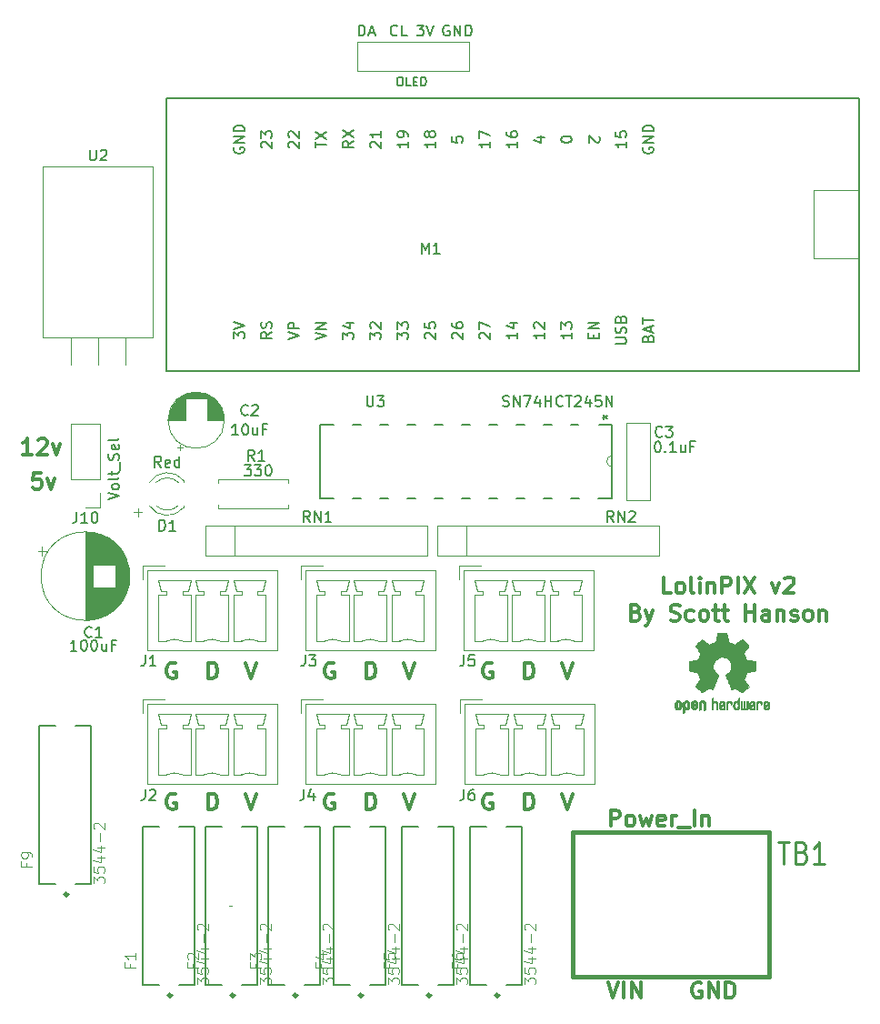
<source format=gbr>
G04 #@! TF.GenerationSoftware,KiCad,Pcbnew,(5.1.10)-1*
G04 #@! TF.CreationDate,2021-09-23T23:44:31-04:00*
G04 #@! TF.ProjectId,LoLin_Pro_Controller,4c6f4c69-6e5f-4507-926f-5f436f6e7472,v2*
G04 #@! TF.SameCoordinates,Original*
G04 #@! TF.FileFunction,Legend,Top*
G04 #@! TF.FilePolarity,Positive*
%FSLAX46Y46*%
G04 Gerber Fmt 4.6, Leading zero omitted, Abs format (unit mm)*
G04 Created by KiCad (PCBNEW (5.1.10)-1) date 2021-09-23 23:44:31*
%MOMM*%
%LPD*%
G01*
G04 APERTURE LIST*
%ADD10C,0.150000*%
%ADD11C,0.100000*%
%ADD12C,0.300000*%
%ADD13C,0.120000*%
%ADD14C,0.152400*%
%ADD15C,0.381000*%
%ADD16C,0.010000*%
%ADD17C,0.127000*%
%ADD18C,0.254000*%
%ADD19C,0.050000*%
G04 APERTURE END LIST*
D10*
X162238095Y-42500000D02*
X162142857Y-42452380D01*
X162000000Y-42452380D01*
X161857142Y-42500000D01*
X161761904Y-42595238D01*
X161714285Y-42690476D01*
X161666666Y-42880952D01*
X161666666Y-43023809D01*
X161714285Y-43214285D01*
X161761904Y-43309523D01*
X161857142Y-43404761D01*
X162000000Y-43452380D01*
X162095238Y-43452380D01*
X162238095Y-43404761D01*
X162285714Y-43357142D01*
X162285714Y-43023809D01*
X162095238Y-43023809D01*
X162714285Y-43452380D02*
X162714285Y-42452380D01*
X163285714Y-43452380D01*
X163285714Y-42452380D01*
X163761904Y-43452380D02*
X163761904Y-42452380D01*
X164000000Y-42452380D01*
X164142857Y-42500000D01*
X164238095Y-42595238D01*
X164285714Y-42690476D01*
X164333333Y-42880952D01*
X164333333Y-43023809D01*
X164285714Y-43214285D01*
X164238095Y-43309523D01*
X164142857Y-43404761D01*
X164000000Y-43452380D01*
X163761904Y-43452380D01*
X159238095Y-42452380D02*
X159857142Y-42452380D01*
X159523809Y-42833333D01*
X159666666Y-42833333D01*
X159761904Y-42880952D01*
X159809523Y-42928571D01*
X159857142Y-43023809D01*
X159857142Y-43261904D01*
X159809523Y-43357142D01*
X159761904Y-43404761D01*
X159666666Y-43452380D01*
X159380952Y-43452380D01*
X159285714Y-43404761D01*
X159238095Y-43357142D01*
X160142857Y-42452380D02*
X160476190Y-43452380D01*
X160809523Y-42452380D01*
X157404761Y-43357142D02*
X157357142Y-43404761D01*
X157214285Y-43452380D01*
X157119047Y-43452380D01*
X156976190Y-43404761D01*
X156880952Y-43309523D01*
X156833333Y-43214285D01*
X156785714Y-43023809D01*
X156785714Y-42880952D01*
X156833333Y-42690476D01*
X156880952Y-42595238D01*
X156976190Y-42500000D01*
X157119047Y-42452380D01*
X157214285Y-42452380D01*
X157357142Y-42500000D01*
X157404761Y-42547619D01*
X158309523Y-43452380D02*
X157833333Y-43452380D01*
X157833333Y-42452380D01*
X153809523Y-43452380D02*
X153809523Y-42452380D01*
X154047619Y-42452380D01*
X154190476Y-42500000D01*
X154285714Y-42595238D01*
X154333333Y-42690476D01*
X154380952Y-42880952D01*
X154380952Y-43023809D01*
X154333333Y-43214285D01*
X154285714Y-43309523D01*
X154190476Y-43404761D01*
X154047619Y-43452380D01*
X153809523Y-43452380D01*
X154761904Y-43166666D02*
X155238095Y-43166666D01*
X154666666Y-43452380D02*
X155000000Y-42452380D01*
X155333333Y-43452380D01*
D11*
X132869047Y-87821428D02*
X133630952Y-87821428D01*
X133250000Y-88202380D02*
X133250000Y-87440476D01*
D12*
X124235714Y-84128571D02*
X123521428Y-84128571D01*
X123450000Y-84842857D01*
X123521428Y-84771428D01*
X123664285Y-84700000D01*
X124021428Y-84700000D01*
X124164285Y-84771428D01*
X124235714Y-84842857D01*
X124307142Y-84985714D01*
X124307142Y-85342857D01*
X124235714Y-85485714D01*
X124164285Y-85557142D01*
X124021428Y-85628571D01*
X123664285Y-85628571D01*
X123521428Y-85557142D01*
X123450000Y-85485714D01*
X124807142Y-84628571D02*
X125164285Y-85628571D01*
X125521428Y-84628571D01*
X123392857Y-82428571D02*
X122535714Y-82428571D01*
X122964285Y-82428571D02*
X122964285Y-80928571D01*
X122821428Y-81142857D01*
X122678571Y-81285714D01*
X122535714Y-81357142D01*
X123964285Y-81071428D02*
X124035714Y-81000000D01*
X124178571Y-80928571D01*
X124535714Y-80928571D01*
X124678571Y-81000000D01*
X124750000Y-81071428D01*
X124821428Y-81214285D01*
X124821428Y-81357142D01*
X124750000Y-81571428D01*
X123892857Y-82428571D01*
X124821428Y-82428571D01*
X125321428Y-81428571D02*
X125678571Y-82428571D01*
X126035714Y-81428571D01*
X143260000Y-101794571D02*
X143760000Y-103294571D01*
X144260000Y-101794571D01*
X139811142Y-103294571D02*
X139811142Y-101794571D01*
X140168285Y-101794571D01*
X140382571Y-101866000D01*
X140525428Y-102008857D01*
X140596857Y-102151714D01*
X140668285Y-102437428D01*
X140668285Y-102651714D01*
X140596857Y-102937428D01*
X140525428Y-103080285D01*
X140382571Y-103223142D01*
X140168285Y-103294571D01*
X139811142Y-103294571D01*
X136786857Y-101866000D02*
X136644000Y-101794571D01*
X136429714Y-101794571D01*
X136215428Y-101866000D01*
X136072571Y-102008857D01*
X136001142Y-102151714D01*
X135929714Y-102437428D01*
X135929714Y-102651714D01*
X136001142Y-102937428D01*
X136072571Y-103080285D01*
X136215428Y-103223142D01*
X136429714Y-103294571D01*
X136572571Y-103294571D01*
X136786857Y-103223142D01*
X136858285Y-103151714D01*
X136858285Y-102651714D01*
X136572571Y-102651714D01*
X157992000Y-101794571D02*
X158492000Y-103294571D01*
X158992000Y-101794571D01*
X154543142Y-103294571D02*
X154543142Y-101794571D01*
X154900285Y-101794571D01*
X155114571Y-101866000D01*
X155257428Y-102008857D01*
X155328857Y-102151714D01*
X155400285Y-102437428D01*
X155400285Y-102651714D01*
X155328857Y-102937428D01*
X155257428Y-103080285D01*
X155114571Y-103223142D01*
X154900285Y-103294571D01*
X154543142Y-103294571D01*
X151518857Y-101866000D02*
X151376000Y-101794571D01*
X151161714Y-101794571D01*
X150947428Y-101866000D01*
X150804571Y-102008857D01*
X150733142Y-102151714D01*
X150661714Y-102437428D01*
X150661714Y-102651714D01*
X150733142Y-102937428D01*
X150804571Y-103080285D01*
X150947428Y-103223142D01*
X151161714Y-103294571D01*
X151304571Y-103294571D01*
X151518857Y-103223142D01*
X151590285Y-103151714D01*
X151590285Y-102651714D01*
X151304571Y-102651714D01*
X172724000Y-101794571D02*
X173224000Y-103294571D01*
X173724000Y-101794571D01*
X169275142Y-103294571D02*
X169275142Y-101794571D01*
X169632285Y-101794571D01*
X169846571Y-101866000D01*
X169989428Y-102008857D01*
X170060857Y-102151714D01*
X170132285Y-102437428D01*
X170132285Y-102651714D01*
X170060857Y-102937428D01*
X169989428Y-103080285D01*
X169846571Y-103223142D01*
X169632285Y-103294571D01*
X169275142Y-103294571D01*
X166250857Y-101866000D02*
X166108000Y-101794571D01*
X165893714Y-101794571D01*
X165679428Y-101866000D01*
X165536571Y-102008857D01*
X165465142Y-102151714D01*
X165393714Y-102437428D01*
X165393714Y-102651714D01*
X165465142Y-102937428D01*
X165536571Y-103080285D01*
X165679428Y-103223142D01*
X165893714Y-103294571D01*
X166036571Y-103294571D01*
X166250857Y-103223142D01*
X166322285Y-103151714D01*
X166322285Y-102651714D01*
X166036571Y-102651714D01*
X151518857Y-114058000D02*
X151376000Y-113986571D01*
X151161714Y-113986571D01*
X150947428Y-114058000D01*
X150804571Y-114200857D01*
X150733142Y-114343714D01*
X150661714Y-114629428D01*
X150661714Y-114843714D01*
X150733142Y-115129428D01*
X150804571Y-115272285D01*
X150947428Y-115415142D01*
X151161714Y-115486571D01*
X151304571Y-115486571D01*
X151518857Y-115415142D01*
X151590285Y-115343714D01*
X151590285Y-114843714D01*
X151304571Y-114843714D01*
X166250857Y-114058000D02*
X166108000Y-113986571D01*
X165893714Y-113986571D01*
X165679428Y-114058000D01*
X165536571Y-114200857D01*
X165465142Y-114343714D01*
X165393714Y-114629428D01*
X165393714Y-114843714D01*
X165465142Y-115129428D01*
X165536571Y-115272285D01*
X165679428Y-115415142D01*
X165893714Y-115486571D01*
X166036571Y-115486571D01*
X166250857Y-115415142D01*
X166322285Y-115343714D01*
X166322285Y-114843714D01*
X166036571Y-114843714D01*
X157992000Y-113986571D02*
X158492000Y-115486571D01*
X158992000Y-113986571D01*
X154543142Y-115486571D02*
X154543142Y-113986571D01*
X154900285Y-113986571D01*
X155114571Y-114058000D01*
X155257428Y-114200857D01*
X155328857Y-114343714D01*
X155400285Y-114629428D01*
X155400285Y-114843714D01*
X155328857Y-115129428D01*
X155257428Y-115272285D01*
X155114571Y-115415142D01*
X154900285Y-115486571D01*
X154543142Y-115486571D01*
X182928571Y-95353571D02*
X182214285Y-95353571D01*
X182214285Y-93853571D01*
X183642857Y-95353571D02*
X183500000Y-95282142D01*
X183428571Y-95210714D01*
X183357142Y-95067857D01*
X183357142Y-94639285D01*
X183428571Y-94496428D01*
X183500000Y-94425000D01*
X183642857Y-94353571D01*
X183857142Y-94353571D01*
X184000000Y-94425000D01*
X184071428Y-94496428D01*
X184142857Y-94639285D01*
X184142857Y-95067857D01*
X184071428Y-95210714D01*
X184000000Y-95282142D01*
X183857142Y-95353571D01*
X183642857Y-95353571D01*
X185000000Y-95353571D02*
X184857142Y-95282142D01*
X184785714Y-95139285D01*
X184785714Y-93853571D01*
X185571428Y-95353571D02*
X185571428Y-94353571D01*
X185571428Y-93853571D02*
X185500000Y-93925000D01*
X185571428Y-93996428D01*
X185642857Y-93925000D01*
X185571428Y-93853571D01*
X185571428Y-93996428D01*
X186285714Y-94353571D02*
X186285714Y-95353571D01*
X186285714Y-94496428D02*
X186357142Y-94425000D01*
X186500000Y-94353571D01*
X186714285Y-94353571D01*
X186857142Y-94425000D01*
X186928571Y-94567857D01*
X186928571Y-95353571D01*
X187642857Y-95353571D02*
X187642857Y-93853571D01*
X188214285Y-93853571D01*
X188357142Y-93925000D01*
X188428571Y-93996428D01*
X188500000Y-94139285D01*
X188500000Y-94353571D01*
X188428571Y-94496428D01*
X188357142Y-94567857D01*
X188214285Y-94639285D01*
X187642857Y-94639285D01*
X189142857Y-95353571D02*
X189142857Y-93853571D01*
X189714285Y-93853571D02*
X190714285Y-95353571D01*
X190714285Y-93853571D02*
X189714285Y-95353571D01*
X192285714Y-94353571D02*
X192642857Y-95353571D01*
X193000000Y-94353571D01*
X193500000Y-93996428D02*
X193571428Y-93925000D01*
X193714285Y-93853571D01*
X194071428Y-93853571D01*
X194214285Y-93925000D01*
X194285714Y-93996428D01*
X194357142Y-94139285D01*
X194357142Y-94282142D01*
X194285714Y-94496428D01*
X193428571Y-95353571D01*
X194357142Y-95353571D01*
X179642857Y-97117857D02*
X179857142Y-97189285D01*
X179928571Y-97260714D01*
X180000000Y-97403571D01*
X180000000Y-97617857D01*
X179928571Y-97760714D01*
X179857142Y-97832142D01*
X179714285Y-97903571D01*
X179142857Y-97903571D01*
X179142857Y-96403571D01*
X179642857Y-96403571D01*
X179785714Y-96475000D01*
X179857142Y-96546428D01*
X179928571Y-96689285D01*
X179928571Y-96832142D01*
X179857142Y-96975000D01*
X179785714Y-97046428D01*
X179642857Y-97117857D01*
X179142857Y-97117857D01*
X180500000Y-96903571D02*
X180857142Y-97903571D01*
X181214285Y-96903571D02*
X180857142Y-97903571D01*
X180714285Y-98260714D01*
X180642857Y-98332142D01*
X180500000Y-98403571D01*
X182857142Y-97832142D02*
X183071428Y-97903571D01*
X183428571Y-97903571D01*
X183571428Y-97832142D01*
X183642857Y-97760714D01*
X183714285Y-97617857D01*
X183714285Y-97475000D01*
X183642857Y-97332142D01*
X183571428Y-97260714D01*
X183428571Y-97189285D01*
X183142857Y-97117857D01*
X183000000Y-97046428D01*
X182928571Y-96975000D01*
X182857142Y-96832142D01*
X182857142Y-96689285D01*
X182928571Y-96546428D01*
X183000000Y-96475000D01*
X183142857Y-96403571D01*
X183500000Y-96403571D01*
X183714285Y-96475000D01*
X185000000Y-97832142D02*
X184857142Y-97903571D01*
X184571428Y-97903571D01*
X184428571Y-97832142D01*
X184357142Y-97760714D01*
X184285714Y-97617857D01*
X184285714Y-97189285D01*
X184357142Y-97046428D01*
X184428571Y-96975000D01*
X184571428Y-96903571D01*
X184857142Y-96903571D01*
X185000000Y-96975000D01*
X185857142Y-97903571D02*
X185714285Y-97832142D01*
X185642857Y-97760714D01*
X185571428Y-97617857D01*
X185571428Y-97189285D01*
X185642857Y-97046428D01*
X185714285Y-96975000D01*
X185857142Y-96903571D01*
X186071428Y-96903571D01*
X186214285Y-96975000D01*
X186285714Y-97046428D01*
X186357142Y-97189285D01*
X186357142Y-97617857D01*
X186285714Y-97760714D01*
X186214285Y-97832142D01*
X186071428Y-97903571D01*
X185857142Y-97903571D01*
X186785714Y-96903571D02*
X187357142Y-96903571D01*
X187000000Y-96403571D02*
X187000000Y-97689285D01*
X187071428Y-97832142D01*
X187214285Y-97903571D01*
X187357142Y-97903571D01*
X187642857Y-96903571D02*
X188214285Y-96903571D01*
X187857142Y-96403571D02*
X187857142Y-97689285D01*
X187928571Y-97832142D01*
X188071428Y-97903571D01*
X188214285Y-97903571D01*
X189857142Y-97903571D02*
X189857142Y-96403571D01*
X189857142Y-97117857D02*
X190714285Y-97117857D01*
X190714285Y-97903571D02*
X190714285Y-96403571D01*
X192071428Y-97903571D02*
X192071428Y-97117857D01*
X192000000Y-96975000D01*
X191857142Y-96903571D01*
X191571428Y-96903571D01*
X191428571Y-96975000D01*
X192071428Y-97832142D02*
X191928571Y-97903571D01*
X191571428Y-97903571D01*
X191428571Y-97832142D01*
X191357142Y-97689285D01*
X191357142Y-97546428D01*
X191428571Y-97403571D01*
X191571428Y-97332142D01*
X191928571Y-97332142D01*
X192071428Y-97260714D01*
X192785714Y-96903571D02*
X192785714Y-97903571D01*
X192785714Y-97046428D02*
X192857142Y-96975000D01*
X193000000Y-96903571D01*
X193214285Y-96903571D01*
X193357142Y-96975000D01*
X193428571Y-97117857D01*
X193428571Y-97903571D01*
X194071428Y-97832142D02*
X194214285Y-97903571D01*
X194500000Y-97903571D01*
X194642857Y-97832142D01*
X194714285Y-97689285D01*
X194714285Y-97617857D01*
X194642857Y-97475000D01*
X194500000Y-97403571D01*
X194285714Y-97403571D01*
X194142857Y-97332142D01*
X194071428Y-97189285D01*
X194071428Y-97117857D01*
X194142857Y-96975000D01*
X194285714Y-96903571D01*
X194500000Y-96903571D01*
X194642857Y-96975000D01*
X195571428Y-97903571D02*
X195428571Y-97832142D01*
X195357142Y-97760714D01*
X195285714Y-97617857D01*
X195285714Y-97189285D01*
X195357142Y-97046428D01*
X195428571Y-96975000D01*
X195571428Y-96903571D01*
X195785714Y-96903571D01*
X195928571Y-96975000D01*
X196000000Y-97046428D01*
X196071428Y-97189285D01*
X196071428Y-97617857D01*
X196000000Y-97760714D01*
X195928571Y-97832142D01*
X195785714Y-97903571D01*
X195571428Y-97903571D01*
X196714285Y-96903571D02*
X196714285Y-97903571D01*
X196714285Y-97046428D02*
X196785714Y-96975000D01*
X196928571Y-96903571D01*
X197142857Y-96903571D01*
X197285714Y-96975000D01*
X197357142Y-97117857D01*
X197357142Y-97903571D01*
X172724000Y-113986571D02*
X173224000Y-115486571D01*
X173724000Y-113986571D01*
X169275142Y-115486571D02*
X169275142Y-113986571D01*
X169632285Y-113986571D01*
X169846571Y-114058000D01*
X169989428Y-114200857D01*
X170060857Y-114343714D01*
X170132285Y-114629428D01*
X170132285Y-114843714D01*
X170060857Y-115129428D01*
X169989428Y-115272285D01*
X169846571Y-115415142D01*
X169632285Y-115486571D01*
X169275142Y-115486571D01*
X143260000Y-113986571D02*
X143760000Y-115486571D01*
X144260000Y-113986571D01*
X139811142Y-115486571D02*
X139811142Y-113986571D01*
X140168285Y-113986571D01*
X140382571Y-114058000D01*
X140525428Y-114200857D01*
X140596857Y-114343714D01*
X140668285Y-114629428D01*
X140668285Y-114843714D01*
X140596857Y-115129428D01*
X140525428Y-115272285D01*
X140382571Y-115415142D01*
X140168285Y-115486571D01*
X139811142Y-115486571D01*
X136786857Y-114058000D02*
X136644000Y-113986571D01*
X136429714Y-113986571D01*
X136215428Y-114058000D01*
X136072571Y-114200857D01*
X136001142Y-114343714D01*
X135929714Y-114629428D01*
X135929714Y-114843714D01*
X136001142Y-115129428D01*
X136072571Y-115272285D01*
X136215428Y-115415142D01*
X136429714Y-115486571D01*
X136572571Y-115486571D01*
X136786857Y-115415142D01*
X136858285Y-115343714D01*
X136858285Y-114843714D01*
X136572571Y-114843714D01*
X185707142Y-131600000D02*
X185564285Y-131528571D01*
X185350000Y-131528571D01*
X185135714Y-131600000D01*
X184992857Y-131742857D01*
X184921428Y-131885714D01*
X184850000Y-132171428D01*
X184850000Y-132385714D01*
X184921428Y-132671428D01*
X184992857Y-132814285D01*
X185135714Y-132957142D01*
X185350000Y-133028571D01*
X185492857Y-133028571D01*
X185707142Y-132957142D01*
X185778571Y-132885714D01*
X185778571Y-132385714D01*
X185492857Y-132385714D01*
X186421428Y-133028571D02*
X186421428Y-131528571D01*
X187278571Y-133028571D01*
X187278571Y-131528571D01*
X187992857Y-133028571D02*
X187992857Y-131528571D01*
X188350000Y-131528571D01*
X188564285Y-131600000D01*
X188707142Y-131742857D01*
X188778571Y-131885714D01*
X188850000Y-132171428D01*
X188850000Y-132385714D01*
X188778571Y-132671428D01*
X188707142Y-132814285D01*
X188564285Y-132957142D01*
X188350000Y-133028571D01*
X187992857Y-133028571D01*
X177007142Y-131528571D02*
X177507142Y-133028571D01*
X178007142Y-131528571D01*
X178507142Y-133028571D02*
X178507142Y-131528571D01*
X179221428Y-133028571D02*
X179221428Y-131528571D01*
X180078571Y-133028571D01*
X180078571Y-131528571D01*
D13*
X141728000Y-124460000D02*
X141982000Y-124460000D01*
X164090000Y-44040000D02*
X153710000Y-44040000D01*
X153710000Y-44040000D02*
X153710000Y-46760000D01*
X153710000Y-46760000D02*
X164090000Y-46760000D01*
X164090000Y-44040000D02*
X164090000Y-46760000D01*
X196187000Y-57789000D02*
X200378000Y-57789000D01*
X196187000Y-64139000D02*
X196187000Y-57789000D01*
X200378000Y-64139000D02*
X196187000Y-64139000D01*
D10*
X135870000Y-74680000D02*
X200378000Y-74680000D01*
X200378000Y-74680000D02*
X200378000Y-49280000D01*
X200378000Y-49280000D02*
X135870000Y-49280000D01*
X135870000Y-49280000D02*
X135870000Y-74680000D01*
D14*
X150237000Y-79629000D02*
X150237000Y-86487000D01*
X150237000Y-86487000D02*
X151492617Y-86487000D01*
X177415000Y-86487000D02*
X177415000Y-79629000D01*
X177415000Y-79629000D02*
X176236440Y-79629000D01*
X174275560Y-79629000D02*
X173619383Y-79629000D01*
X171812617Y-79629000D02*
X171079383Y-79629000D01*
X169272617Y-79629000D02*
X168539383Y-79629000D01*
X166732617Y-79629000D02*
X165999383Y-79629000D01*
X164192617Y-79629000D02*
X163459383Y-79629000D01*
X161652617Y-79629000D02*
X160919383Y-79629000D01*
X159112617Y-79629000D02*
X158379383Y-79629000D01*
X156572617Y-79629000D02*
X155839383Y-79629000D01*
X154032617Y-79629000D02*
X153299383Y-79629000D01*
X151492617Y-79629000D02*
X150237000Y-79629000D01*
X153299383Y-86487000D02*
X154032617Y-86487000D01*
X155839383Y-86487000D02*
X156572617Y-86487000D01*
X158379383Y-86487000D02*
X159112617Y-86487000D01*
X160919383Y-86487000D02*
X161652617Y-86487000D01*
X163459383Y-86487000D02*
X164192617Y-86487000D01*
X165999383Y-86487000D02*
X166732617Y-86487000D01*
X168539383Y-86487000D02*
X169272617Y-86487000D01*
X171079383Y-86487000D02*
X171812617Y-86487000D01*
X173619383Y-86487000D02*
X174352617Y-86487000D01*
X176159383Y-86487000D02*
X177415000Y-86487000D01*
D13*
X177415000Y-83566000D02*
G75*
G02*
X176907000Y-83058000I0J508000D01*
G01*
X176907000Y-83058000D02*
G75*
G02*
X177415000Y-82550000I508000J0D01*
G01*
D15*
X173706000Y-117619000D02*
X191994000Y-117619000D01*
X173706000Y-131081000D02*
X191994000Y-131081000D01*
X173706000Y-117619000D02*
X173706000Y-131081000D01*
X191994000Y-117619000D02*
X191994000Y-131081000D01*
D13*
X129680000Y-79590000D02*
X127020000Y-79590000D01*
X129680000Y-84730000D02*
X129680000Y-79590000D01*
X127020000Y-84730000D02*
X127020000Y-79590000D01*
X129680000Y-84730000D02*
X127020000Y-84730000D01*
X129680000Y-86000000D02*
X129680000Y-87330000D01*
X129680000Y-87330000D02*
X128350000Y-87330000D01*
X124416000Y-71494000D02*
X134656000Y-71494000D01*
X124416000Y-55604000D02*
X134656000Y-55604000D01*
X124416000Y-55604000D02*
X124416000Y-71494000D01*
X134656000Y-55604000D02*
X134656000Y-71494000D01*
X126996000Y-71494000D02*
X126996000Y-74034000D01*
X129536000Y-71494000D02*
X129536000Y-74034000D01*
X132076000Y-71494000D02*
X132076000Y-74034000D01*
X163552000Y-93176000D02*
X163552000Y-100646000D01*
X163552000Y-100646000D02*
X175672000Y-100646000D01*
X175672000Y-100646000D02*
X175672000Y-93176000D01*
X175672000Y-93176000D02*
X163552000Y-93176000D01*
X165362000Y-99786000D02*
X164612000Y-99786000D01*
X164612000Y-99786000D02*
X164612000Y-95486000D01*
X164612000Y-95486000D02*
X165362000Y-95486000D01*
X165362000Y-95486000D02*
X165362000Y-95136000D01*
X165362000Y-95136000D02*
X164862000Y-95136000D01*
X164862000Y-95136000D02*
X164612000Y-94136000D01*
X164612000Y-94136000D02*
X167612000Y-94136000D01*
X167612000Y-94136000D02*
X167362000Y-95136000D01*
X167362000Y-95136000D02*
X166862000Y-95136000D01*
X166862000Y-95136000D02*
X166862000Y-95486000D01*
X166862000Y-95486000D02*
X167612000Y-95486000D01*
X167612000Y-95486000D02*
X167612000Y-99786000D01*
X167612000Y-99786000D02*
X166862000Y-99786000D01*
X168862000Y-99786000D02*
X168112000Y-99786000D01*
X168112000Y-99786000D02*
X168112000Y-95486000D01*
X168112000Y-95486000D02*
X168862000Y-95486000D01*
X168862000Y-95486000D02*
X168862000Y-95136000D01*
X168862000Y-95136000D02*
X168362000Y-95136000D01*
X168362000Y-95136000D02*
X168112000Y-94136000D01*
X168112000Y-94136000D02*
X171112000Y-94136000D01*
X171112000Y-94136000D02*
X170862000Y-95136000D01*
X170862000Y-95136000D02*
X170362000Y-95136000D01*
X170362000Y-95136000D02*
X170362000Y-95486000D01*
X170362000Y-95486000D02*
X171112000Y-95486000D01*
X171112000Y-95486000D02*
X171112000Y-99786000D01*
X171112000Y-99786000D02*
X170362000Y-99786000D01*
X172362000Y-99786000D02*
X171612000Y-99786000D01*
X171612000Y-99786000D02*
X171612000Y-95486000D01*
X171612000Y-95486000D02*
X172362000Y-95486000D01*
X172362000Y-95486000D02*
X172362000Y-95136000D01*
X172362000Y-95136000D02*
X171862000Y-95136000D01*
X171862000Y-95136000D02*
X171612000Y-94136000D01*
X171612000Y-94136000D02*
X174612000Y-94136000D01*
X174612000Y-94136000D02*
X174362000Y-95136000D01*
X174362000Y-95136000D02*
X173862000Y-95136000D01*
X173862000Y-95136000D02*
X173862000Y-95486000D01*
X173862000Y-95486000D02*
X174612000Y-95486000D01*
X174612000Y-95486000D02*
X174612000Y-99786000D01*
X174612000Y-99786000D02*
X173862000Y-99786000D01*
X163162000Y-94036000D02*
X163162000Y-92786000D01*
X163162000Y-92786000D02*
X165162000Y-92786000D01*
X173861647Y-99785845D02*
G75*
G03*
X172362000Y-99786000I-749647J-1700155D01*
G01*
X170361647Y-99785845D02*
G75*
G03*
X168862000Y-99786000I-749647J-1700155D01*
G01*
X166861647Y-99785845D02*
G75*
G03*
X165362000Y-99786000I-749647J-1700155D01*
G01*
X163664000Y-105622000D02*
X163664000Y-113092000D01*
X163664000Y-113092000D02*
X175784000Y-113092000D01*
X175784000Y-113092000D02*
X175784000Y-105622000D01*
X175784000Y-105622000D02*
X163664000Y-105622000D01*
X165474000Y-112232000D02*
X164724000Y-112232000D01*
X164724000Y-112232000D02*
X164724000Y-107932000D01*
X164724000Y-107932000D02*
X165474000Y-107932000D01*
X165474000Y-107932000D02*
X165474000Y-107582000D01*
X165474000Y-107582000D02*
X164974000Y-107582000D01*
X164974000Y-107582000D02*
X164724000Y-106582000D01*
X164724000Y-106582000D02*
X167724000Y-106582000D01*
X167724000Y-106582000D02*
X167474000Y-107582000D01*
X167474000Y-107582000D02*
X166974000Y-107582000D01*
X166974000Y-107582000D02*
X166974000Y-107932000D01*
X166974000Y-107932000D02*
X167724000Y-107932000D01*
X167724000Y-107932000D02*
X167724000Y-112232000D01*
X167724000Y-112232000D02*
X166974000Y-112232000D01*
X168974000Y-112232000D02*
X168224000Y-112232000D01*
X168224000Y-112232000D02*
X168224000Y-107932000D01*
X168224000Y-107932000D02*
X168974000Y-107932000D01*
X168974000Y-107932000D02*
X168974000Y-107582000D01*
X168974000Y-107582000D02*
X168474000Y-107582000D01*
X168474000Y-107582000D02*
X168224000Y-106582000D01*
X168224000Y-106582000D02*
X171224000Y-106582000D01*
X171224000Y-106582000D02*
X170974000Y-107582000D01*
X170974000Y-107582000D02*
X170474000Y-107582000D01*
X170474000Y-107582000D02*
X170474000Y-107932000D01*
X170474000Y-107932000D02*
X171224000Y-107932000D01*
X171224000Y-107932000D02*
X171224000Y-112232000D01*
X171224000Y-112232000D02*
X170474000Y-112232000D01*
X172474000Y-112232000D02*
X171724000Y-112232000D01*
X171724000Y-112232000D02*
X171724000Y-107932000D01*
X171724000Y-107932000D02*
X172474000Y-107932000D01*
X172474000Y-107932000D02*
X172474000Y-107582000D01*
X172474000Y-107582000D02*
X171974000Y-107582000D01*
X171974000Y-107582000D02*
X171724000Y-106582000D01*
X171724000Y-106582000D02*
X174724000Y-106582000D01*
X174724000Y-106582000D02*
X174474000Y-107582000D01*
X174474000Y-107582000D02*
X173974000Y-107582000D01*
X173974000Y-107582000D02*
X173974000Y-107932000D01*
X173974000Y-107932000D02*
X174724000Y-107932000D01*
X174724000Y-107932000D02*
X174724000Y-112232000D01*
X174724000Y-112232000D02*
X173974000Y-112232000D01*
X163274000Y-106482000D02*
X163274000Y-105232000D01*
X163274000Y-105232000D02*
X165274000Y-105232000D01*
X173973647Y-112231845D02*
G75*
G03*
X172474000Y-112232000I-749647J-1700155D01*
G01*
X170473647Y-112231845D02*
G75*
G03*
X168974000Y-112232000I-749647J-1700155D01*
G01*
X166973647Y-112231845D02*
G75*
G03*
X165474000Y-112232000I-749647J-1700155D01*
G01*
X140744000Y-85066000D02*
X140744000Y-84736000D01*
X140744000Y-84736000D02*
X147284000Y-84736000D01*
X147284000Y-84736000D02*
X147284000Y-85066000D01*
X140744000Y-87146000D02*
X140744000Y-87476000D01*
X140744000Y-87476000D02*
X147284000Y-87476000D01*
X147284000Y-87476000D02*
X147284000Y-87146000D01*
X137540000Y-87342000D02*
X137540000Y-87186000D01*
X137540000Y-85026000D02*
X137540000Y-84870000D01*
X134938870Y-85026163D02*
G75*
G02*
X137020961Y-85026000I1041130J-1079837D01*
G01*
X134938870Y-87185837D02*
G75*
G03*
X137020961Y-87186000I1041130J1079837D01*
G01*
X134307665Y-85027392D02*
G75*
G02*
X137540000Y-84870484I1672335J-1078608D01*
G01*
X134307665Y-87184608D02*
G75*
G03*
X137540000Y-87341516I1672335J1078608D01*
G01*
X161110000Y-89024000D02*
X161110000Y-91824000D01*
X161110000Y-91824000D02*
X181770000Y-91824000D01*
X181770000Y-91824000D02*
X181770000Y-89024000D01*
X181770000Y-89024000D02*
X161110000Y-89024000D01*
X163820000Y-89024000D02*
X163820000Y-91824000D01*
X139526000Y-89024000D02*
X139526000Y-91824000D01*
X139526000Y-91824000D02*
X160186000Y-91824000D01*
X160186000Y-91824000D02*
X160186000Y-89024000D01*
X160186000Y-89024000D02*
X139526000Y-89024000D01*
X142236000Y-89024000D02*
X142236000Y-91824000D01*
X178708000Y-86718000D02*
X178708000Y-79478000D01*
X180948000Y-86718000D02*
X180948000Y-79478000D01*
X178708000Y-86718000D02*
X180948000Y-86718000D01*
X178708000Y-79478000D02*
X180948000Y-79478000D01*
D16*
G36*
X184418886Y-105334505D02*
G01*
X184493539Y-105371727D01*
X184559431Y-105440261D01*
X184577577Y-105465648D01*
X184597345Y-105498866D01*
X184610172Y-105534945D01*
X184617510Y-105583098D01*
X184620813Y-105652536D01*
X184621538Y-105744206D01*
X184618263Y-105869830D01*
X184606877Y-105964154D01*
X184585041Y-106034523D01*
X184550419Y-106088286D01*
X184500670Y-106132788D01*
X184497014Y-106135423D01*
X184447985Y-106162377D01*
X184388945Y-106175712D01*
X184313859Y-106179000D01*
X184191795Y-106179000D01*
X184191744Y-106297497D01*
X184190608Y-106363492D01*
X184183686Y-106402202D01*
X184165598Y-106425419D01*
X184130962Y-106444933D01*
X184122645Y-106448920D01*
X184083720Y-106467603D01*
X184053583Y-106479403D01*
X184031174Y-106480422D01*
X184015433Y-106466761D01*
X184005302Y-106434522D01*
X183999723Y-106379804D01*
X183997635Y-106298711D01*
X183997981Y-106187344D01*
X183999700Y-106041802D01*
X184000237Y-105998269D01*
X184002172Y-105848205D01*
X184003904Y-105750042D01*
X184191692Y-105750042D01*
X184192748Y-105833364D01*
X184197438Y-105887880D01*
X184208051Y-105923837D01*
X184226872Y-105951482D01*
X184239650Y-105964965D01*
X184291890Y-106004417D01*
X184338142Y-106007628D01*
X184385867Y-105975049D01*
X184387077Y-105973846D01*
X184406494Y-105948668D01*
X184418307Y-105914447D01*
X184424265Y-105861748D01*
X184426120Y-105781131D01*
X184426154Y-105763271D01*
X184421670Y-105652175D01*
X184407074Y-105575161D01*
X184380650Y-105528147D01*
X184340683Y-105507050D01*
X184317584Y-105504923D01*
X184262762Y-105514900D01*
X184225158Y-105547752D01*
X184202523Y-105607857D01*
X184192606Y-105699598D01*
X184191692Y-105750042D01*
X184003904Y-105750042D01*
X184004222Y-105732060D01*
X184006873Y-105644679D01*
X184010606Y-105580905D01*
X184015907Y-105535582D01*
X184023258Y-105503555D01*
X184033143Y-105479668D01*
X184046046Y-105458764D01*
X184051579Y-105450898D01*
X184124969Y-105376595D01*
X184217760Y-105334467D01*
X184325096Y-105322722D01*
X184418886Y-105334505D01*
G37*
X184418886Y-105334505D02*
X184493539Y-105371727D01*
X184559431Y-105440261D01*
X184577577Y-105465648D01*
X184597345Y-105498866D01*
X184610172Y-105534945D01*
X184617510Y-105583098D01*
X184620813Y-105652536D01*
X184621538Y-105744206D01*
X184618263Y-105869830D01*
X184606877Y-105964154D01*
X184585041Y-106034523D01*
X184550419Y-106088286D01*
X184500670Y-106132788D01*
X184497014Y-106135423D01*
X184447985Y-106162377D01*
X184388945Y-106175712D01*
X184313859Y-106179000D01*
X184191795Y-106179000D01*
X184191744Y-106297497D01*
X184190608Y-106363492D01*
X184183686Y-106402202D01*
X184165598Y-106425419D01*
X184130962Y-106444933D01*
X184122645Y-106448920D01*
X184083720Y-106467603D01*
X184053583Y-106479403D01*
X184031174Y-106480422D01*
X184015433Y-106466761D01*
X184005302Y-106434522D01*
X183999723Y-106379804D01*
X183997635Y-106298711D01*
X183997981Y-106187344D01*
X183999700Y-106041802D01*
X184000237Y-105998269D01*
X184002172Y-105848205D01*
X184003904Y-105750042D01*
X184191692Y-105750042D01*
X184192748Y-105833364D01*
X184197438Y-105887880D01*
X184208051Y-105923837D01*
X184226872Y-105951482D01*
X184239650Y-105964965D01*
X184291890Y-106004417D01*
X184338142Y-106007628D01*
X184385867Y-105975049D01*
X184387077Y-105973846D01*
X184406494Y-105948668D01*
X184418307Y-105914447D01*
X184424265Y-105861748D01*
X184426120Y-105781131D01*
X184426154Y-105763271D01*
X184421670Y-105652175D01*
X184407074Y-105575161D01*
X184380650Y-105528147D01*
X184340683Y-105507050D01*
X184317584Y-105504923D01*
X184262762Y-105514900D01*
X184225158Y-105547752D01*
X184202523Y-105607857D01*
X184192606Y-105699598D01*
X184191692Y-105750042D01*
X184003904Y-105750042D01*
X184004222Y-105732060D01*
X184006873Y-105644679D01*
X184010606Y-105580905D01*
X184015907Y-105535582D01*
X184023258Y-105503555D01*
X184033143Y-105479668D01*
X184046046Y-105458764D01*
X184051579Y-105450898D01*
X184124969Y-105376595D01*
X184217760Y-105334467D01*
X184325096Y-105322722D01*
X184418886Y-105334505D01*
G36*
X185921664Y-105345089D02*
G01*
X185984367Y-105381358D01*
X186027961Y-105417358D01*
X186059845Y-105455075D01*
X186081810Y-105501199D01*
X186095649Y-105562421D01*
X186103153Y-105645431D01*
X186106117Y-105756919D01*
X186106461Y-105837062D01*
X186106461Y-106132065D01*
X185940385Y-106206515D01*
X185930615Y-105883402D01*
X185926579Y-105762729D01*
X185922344Y-105675141D01*
X185917097Y-105614650D01*
X185910025Y-105575268D01*
X185900311Y-105551007D01*
X185887144Y-105535880D01*
X185882919Y-105532606D01*
X185818909Y-105507034D01*
X185754208Y-105517153D01*
X185715692Y-105544000D01*
X185700025Y-105563024D01*
X185689180Y-105587988D01*
X185682288Y-105625834D01*
X185678479Y-105683502D01*
X185676883Y-105767935D01*
X185676615Y-105855928D01*
X185676563Y-105966323D01*
X185674672Y-106044463D01*
X185668345Y-106097165D01*
X185654983Y-106131242D01*
X185631985Y-106153511D01*
X185596754Y-106170787D01*
X185549697Y-106188738D01*
X185498303Y-106208278D01*
X185504421Y-105861485D01*
X185506884Y-105736468D01*
X185509767Y-105644082D01*
X185513898Y-105577881D01*
X185520107Y-105531420D01*
X185529226Y-105498256D01*
X185542083Y-105471944D01*
X185557584Y-105448729D01*
X185632371Y-105374569D01*
X185723628Y-105331684D01*
X185822883Y-105321412D01*
X185921664Y-105345089D01*
G37*
X185921664Y-105345089D02*
X185984367Y-105381358D01*
X186027961Y-105417358D01*
X186059845Y-105455075D01*
X186081810Y-105501199D01*
X186095649Y-105562421D01*
X186103153Y-105645431D01*
X186106117Y-105756919D01*
X186106461Y-105837062D01*
X186106461Y-106132065D01*
X185940385Y-106206515D01*
X185930615Y-105883402D01*
X185926579Y-105762729D01*
X185922344Y-105675141D01*
X185917097Y-105614650D01*
X185910025Y-105575268D01*
X185900311Y-105551007D01*
X185887144Y-105535880D01*
X185882919Y-105532606D01*
X185818909Y-105507034D01*
X185754208Y-105517153D01*
X185715692Y-105544000D01*
X185700025Y-105563024D01*
X185689180Y-105587988D01*
X185682288Y-105625834D01*
X185678479Y-105683502D01*
X185676883Y-105767935D01*
X185676615Y-105855928D01*
X185676563Y-105966323D01*
X185674672Y-106044463D01*
X185668345Y-106097165D01*
X185654983Y-106131242D01*
X185631985Y-106153511D01*
X185596754Y-106170787D01*
X185549697Y-106188738D01*
X185498303Y-106208278D01*
X185504421Y-105861485D01*
X185506884Y-105736468D01*
X185509767Y-105644082D01*
X185513898Y-105577881D01*
X185520107Y-105531420D01*
X185529226Y-105498256D01*
X185542083Y-105471944D01*
X185557584Y-105448729D01*
X185632371Y-105374569D01*
X185723628Y-105331684D01*
X185822883Y-105321412D01*
X185921664Y-105345089D01*
G36*
X183666886Y-105337256D02*
G01*
X183758464Y-105385409D01*
X183826049Y-105462905D01*
X183850057Y-105512727D01*
X183868738Y-105587533D01*
X183878301Y-105682052D01*
X183879208Y-105785210D01*
X183871921Y-105885935D01*
X183856903Y-105973153D01*
X183834615Y-106035791D01*
X183827765Y-106046579D01*
X183746632Y-106127105D01*
X183650266Y-106175336D01*
X183545701Y-106189450D01*
X183439968Y-106167629D01*
X183410543Y-106154547D01*
X183353241Y-106114231D01*
X183302950Y-106060775D01*
X183298197Y-106053995D01*
X183278878Y-106021321D01*
X183266108Y-105986394D01*
X183258564Y-105940414D01*
X183254924Y-105874584D01*
X183253865Y-105780105D01*
X183253846Y-105758923D01*
X183253894Y-105752182D01*
X183449231Y-105752182D01*
X183450368Y-105841349D01*
X183454841Y-105900520D01*
X183464246Y-105938741D01*
X183480176Y-105965053D01*
X183488308Y-105973846D01*
X183535058Y-106007261D01*
X183580447Y-106005737D01*
X183626340Y-105976752D01*
X183653712Y-105945809D01*
X183669923Y-105900643D01*
X183679026Y-105829420D01*
X183679651Y-105821114D01*
X183681204Y-105692037D01*
X183664965Y-105596172D01*
X183631152Y-105534107D01*
X183579984Y-105506432D01*
X183561720Y-105504923D01*
X183513760Y-105512513D01*
X183480953Y-105538808D01*
X183460895Y-105589095D01*
X183451178Y-105668664D01*
X183449231Y-105752182D01*
X183253894Y-105752182D01*
X183254574Y-105658249D01*
X183257629Y-105587906D01*
X183264322Y-105539163D01*
X183275960Y-105503288D01*
X183293853Y-105471548D01*
X183297808Y-105465648D01*
X183364267Y-105386104D01*
X183436685Y-105339929D01*
X183524849Y-105321599D01*
X183554787Y-105320703D01*
X183666886Y-105337256D01*
G37*
X183666886Y-105337256D02*
X183758464Y-105385409D01*
X183826049Y-105462905D01*
X183850057Y-105512727D01*
X183868738Y-105587533D01*
X183878301Y-105682052D01*
X183879208Y-105785210D01*
X183871921Y-105885935D01*
X183856903Y-105973153D01*
X183834615Y-106035791D01*
X183827765Y-106046579D01*
X183746632Y-106127105D01*
X183650266Y-106175336D01*
X183545701Y-106189450D01*
X183439968Y-106167629D01*
X183410543Y-106154547D01*
X183353241Y-106114231D01*
X183302950Y-106060775D01*
X183298197Y-106053995D01*
X183278878Y-106021321D01*
X183266108Y-105986394D01*
X183258564Y-105940414D01*
X183254924Y-105874584D01*
X183253865Y-105780105D01*
X183253846Y-105758923D01*
X183253894Y-105752182D01*
X183449231Y-105752182D01*
X183450368Y-105841349D01*
X183454841Y-105900520D01*
X183464246Y-105938741D01*
X183480176Y-105965053D01*
X183488308Y-105973846D01*
X183535058Y-106007261D01*
X183580447Y-106005737D01*
X183626340Y-105976752D01*
X183653712Y-105945809D01*
X183669923Y-105900643D01*
X183679026Y-105829420D01*
X183679651Y-105821114D01*
X183681204Y-105692037D01*
X183664965Y-105596172D01*
X183631152Y-105534107D01*
X183579984Y-105506432D01*
X183561720Y-105504923D01*
X183513760Y-105512513D01*
X183480953Y-105538808D01*
X183460895Y-105589095D01*
X183451178Y-105668664D01*
X183449231Y-105752182D01*
X183253894Y-105752182D01*
X183254574Y-105658249D01*
X183257629Y-105587906D01*
X183264322Y-105539163D01*
X183275960Y-105503288D01*
X183293853Y-105471548D01*
X183297808Y-105465648D01*
X183364267Y-105386104D01*
X183436685Y-105339929D01*
X183524849Y-105321599D01*
X183554787Y-105320703D01*
X183666886Y-105337256D01*
G36*
X185184254Y-105349745D02*
G01*
X185261286Y-105401567D01*
X185320816Y-105476412D01*
X185356378Y-105571654D01*
X185363571Y-105641756D01*
X185362754Y-105671009D01*
X185355914Y-105693407D01*
X185337112Y-105713474D01*
X185300408Y-105735733D01*
X185239862Y-105764709D01*
X185149534Y-105804927D01*
X185149077Y-105805129D01*
X185065933Y-105843210D01*
X184997753Y-105877025D01*
X184951505Y-105902933D01*
X184934158Y-105917295D01*
X184934154Y-105917411D01*
X184949443Y-105948685D01*
X184985196Y-105983157D01*
X185026242Y-106007990D01*
X185047037Y-106012923D01*
X185103770Y-105995862D01*
X185152627Y-105953133D01*
X185176465Y-105906155D01*
X185199397Y-105871522D01*
X185244318Y-105832081D01*
X185297123Y-105798009D01*
X185343710Y-105779480D01*
X185353452Y-105778462D01*
X185364418Y-105795215D01*
X185365079Y-105838039D01*
X185357020Y-105895781D01*
X185341827Y-105957289D01*
X185321086Y-106011409D01*
X185320038Y-106013510D01*
X185257621Y-106100660D01*
X185176726Y-106159939D01*
X185084856Y-106189034D01*
X184989513Y-106185634D01*
X184898198Y-106147428D01*
X184894138Y-106144741D01*
X184822306Y-106079642D01*
X184775073Y-105994705D01*
X184748934Y-105883021D01*
X184745426Y-105851643D01*
X184739213Y-105703536D01*
X184746661Y-105634468D01*
X184934154Y-105634468D01*
X184936590Y-105677552D01*
X184949914Y-105690126D01*
X184983132Y-105680719D01*
X185035494Y-105658483D01*
X185094024Y-105630610D01*
X185095479Y-105629872D01*
X185145089Y-105603777D01*
X185165000Y-105586363D01*
X185160090Y-105568107D01*
X185139416Y-105544120D01*
X185086819Y-105509406D01*
X185030177Y-105506856D01*
X184979369Y-105532119D01*
X184944276Y-105580847D01*
X184934154Y-105634468D01*
X184746661Y-105634468D01*
X184751992Y-105585036D01*
X184784778Y-105491055D01*
X184830421Y-105425215D01*
X184912802Y-105358681D01*
X185003546Y-105325676D01*
X185096185Y-105323573D01*
X185184254Y-105349745D01*
G37*
X185184254Y-105349745D02*
X185261286Y-105401567D01*
X185320816Y-105476412D01*
X185356378Y-105571654D01*
X185363571Y-105641756D01*
X185362754Y-105671009D01*
X185355914Y-105693407D01*
X185337112Y-105713474D01*
X185300408Y-105735733D01*
X185239862Y-105764709D01*
X185149534Y-105804927D01*
X185149077Y-105805129D01*
X185065933Y-105843210D01*
X184997753Y-105877025D01*
X184951505Y-105902933D01*
X184934158Y-105917295D01*
X184934154Y-105917411D01*
X184949443Y-105948685D01*
X184985196Y-105983157D01*
X185026242Y-106007990D01*
X185047037Y-106012923D01*
X185103770Y-105995862D01*
X185152627Y-105953133D01*
X185176465Y-105906155D01*
X185199397Y-105871522D01*
X185244318Y-105832081D01*
X185297123Y-105798009D01*
X185343710Y-105779480D01*
X185353452Y-105778462D01*
X185364418Y-105795215D01*
X185365079Y-105838039D01*
X185357020Y-105895781D01*
X185341827Y-105957289D01*
X185321086Y-106011409D01*
X185320038Y-106013510D01*
X185257621Y-106100660D01*
X185176726Y-106159939D01*
X185084856Y-106189034D01*
X184989513Y-106185634D01*
X184898198Y-106147428D01*
X184894138Y-106144741D01*
X184822306Y-106079642D01*
X184775073Y-105994705D01*
X184748934Y-105883021D01*
X184745426Y-105851643D01*
X184739213Y-105703536D01*
X184746661Y-105634468D01*
X184934154Y-105634468D01*
X184936590Y-105677552D01*
X184949914Y-105690126D01*
X184983132Y-105680719D01*
X185035494Y-105658483D01*
X185094024Y-105630610D01*
X185095479Y-105629872D01*
X185145089Y-105603777D01*
X185165000Y-105586363D01*
X185160090Y-105568107D01*
X185139416Y-105544120D01*
X185086819Y-105509406D01*
X185030177Y-105506856D01*
X184979369Y-105532119D01*
X184944276Y-105580847D01*
X184934154Y-105634468D01*
X184746661Y-105634468D01*
X184751992Y-105585036D01*
X184784778Y-105491055D01*
X184830421Y-105425215D01*
X184912802Y-105358681D01*
X185003546Y-105325676D01*
X185096185Y-105323573D01*
X185184254Y-105349745D01*
G36*
X186809846Y-105242120D02*
G01*
X186815572Y-105321980D01*
X186822149Y-105369039D01*
X186831262Y-105389566D01*
X186844598Y-105389829D01*
X186848923Y-105387378D01*
X186906444Y-105369636D01*
X186981268Y-105370672D01*
X187057339Y-105388910D01*
X187104918Y-105412505D01*
X187153702Y-105450198D01*
X187189364Y-105492855D01*
X187213845Y-105547057D01*
X187229087Y-105619384D01*
X187237030Y-105716419D01*
X187239616Y-105844742D01*
X187239662Y-105869358D01*
X187239692Y-106145870D01*
X187178161Y-106167320D01*
X187134459Y-106181912D01*
X187110482Y-106188706D01*
X187109777Y-106188769D01*
X187107415Y-106170345D01*
X187105406Y-106119526D01*
X187103901Y-106042993D01*
X187103053Y-105947430D01*
X187102923Y-105889329D01*
X187102651Y-105774771D01*
X187101252Y-105692667D01*
X187097849Y-105636393D01*
X187091567Y-105599326D01*
X187081529Y-105574844D01*
X187066861Y-105556325D01*
X187057702Y-105547406D01*
X186994789Y-105511466D01*
X186926136Y-105508775D01*
X186863848Y-105539170D01*
X186852329Y-105550144D01*
X186835433Y-105570779D01*
X186823714Y-105595256D01*
X186816233Y-105630647D01*
X186812054Y-105684026D01*
X186810237Y-105762466D01*
X186809846Y-105870617D01*
X186809846Y-106145870D01*
X186748315Y-106167320D01*
X186704613Y-106181912D01*
X186680636Y-106188706D01*
X186679930Y-106188769D01*
X186678126Y-106170069D01*
X186676500Y-106117322D01*
X186675117Y-106035557D01*
X186674042Y-105929805D01*
X186673340Y-105805094D01*
X186673077Y-105666455D01*
X186673077Y-105131806D01*
X186800077Y-105078236D01*
X186809846Y-105242120D01*
G37*
X186809846Y-105242120D02*
X186815572Y-105321980D01*
X186822149Y-105369039D01*
X186831262Y-105389566D01*
X186844598Y-105389829D01*
X186848923Y-105387378D01*
X186906444Y-105369636D01*
X186981268Y-105370672D01*
X187057339Y-105388910D01*
X187104918Y-105412505D01*
X187153702Y-105450198D01*
X187189364Y-105492855D01*
X187213845Y-105547057D01*
X187229087Y-105619384D01*
X187237030Y-105716419D01*
X187239616Y-105844742D01*
X187239662Y-105869358D01*
X187239692Y-106145870D01*
X187178161Y-106167320D01*
X187134459Y-106181912D01*
X187110482Y-106188706D01*
X187109777Y-106188769D01*
X187107415Y-106170345D01*
X187105406Y-106119526D01*
X187103901Y-106042993D01*
X187103053Y-105947430D01*
X187102923Y-105889329D01*
X187102651Y-105774771D01*
X187101252Y-105692667D01*
X187097849Y-105636393D01*
X187091567Y-105599326D01*
X187081529Y-105574844D01*
X187066861Y-105556325D01*
X187057702Y-105547406D01*
X186994789Y-105511466D01*
X186926136Y-105508775D01*
X186863848Y-105539170D01*
X186852329Y-105550144D01*
X186835433Y-105570779D01*
X186823714Y-105595256D01*
X186816233Y-105630647D01*
X186812054Y-105684026D01*
X186810237Y-105762466D01*
X186809846Y-105870617D01*
X186809846Y-106145870D01*
X186748315Y-106167320D01*
X186704613Y-106181912D01*
X186680636Y-106188706D01*
X186679930Y-106188769D01*
X186678126Y-106170069D01*
X186676500Y-106117322D01*
X186675117Y-106035557D01*
X186674042Y-105929805D01*
X186673340Y-105805094D01*
X186673077Y-105666455D01*
X186673077Y-105131806D01*
X186800077Y-105078236D01*
X186809846Y-105242120D01*
G36*
X187703501Y-105376303D02*
G01*
X187780060Y-105404733D01*
X187780936Y-105405279D01*
X187828285Y-105440127D01*
X187863241Y-105480852D01*
X187887825Y-105533925D01*
X187904062Y-105605814D01*
X187913975Y-105702992D01*
X187919586Y-105831928D01*
X187920077Y-105850298D01*
X187927141Y-106127287D01*
X187867695Y-106158028D01*
X187824681Y-106178802D01*
X187798710Y-106188646D01*
X187797509Y-106188769D01*
X187793014Y-106170606D01*
X187789444Y-106121612D01*
X187787248Y-106050031D01*
X187786769Y-105992068D01*
X187786758Y-105898170D01*
X187782466Y-105839203D01*
X187767503Y-105811079D01*
X187735482Y-105809706D01*
X187680014Y-105830998D01*
X187596269Y-105870136D01*
X187534689Y-105902643D01*
X187503017Y-105930845D01*
X187493706Y-105961582D01*
X187493692Y-105963104D01*
X187509057Y-106016054D01*
X187554547Y-106044660D01*
X187624166Y-106048803D01*
X187674313Y-106048084D01*
X187700754Y-106062527D01*
X187717243Y-106097218D01*
X187726733Y-106141416D01*
X187713057Y-106166493D01*
X187707907Y-106170082D01*
X187659425Y-106184496D01*
X187591531Y-106186537D01*
X187521612Y-106176983D01*
X187472068Y-106159522D01*
X187403570Y-106101364D01*
X187364634Y-106020408D01*
X187356923Y-105957160D01*
X187362807Y-105900111D01*
X187384101Y-105853542D01*
X187426265Y-105812181D01*
X187494759Y-105770755D01*
X187595044Y-105723993D01*
X187601154Y-105721350D01*
X187691490Y-105679617D01*
X187747235Y-105645391D01*
X187771129Y-105614635D01*
X187765913Y-105583311D01*
X187734328Y-105547383D01*
X187724883Y-105539116D01*
X187661617Y-105507058D01*
X187596064Y-105508407D01*
X187538972Y-105539838D01*
X187501093Y-105598024D01*
X187497574Y-105609446D01*
X187463300Y-105664837D01*
X187419809Y-105691518D01*
X187356923Y-105717960D01*
X187356923Y-105649548D01*
X187376052Y-105550110D01*
X187432831Y-105458902D01*
X187462378Y-105428389D01*
X187529542Y-105389228D01*
X187614956Y-105371500D01*
X187703501Y-105376303D01*
G37*
X187703501Y-105376303D02*
X187780060Y-105404733D01*
X187780936Y-105405279D01*
X187828285Y-105440127D01*
X187863241Y-105480852D01*
X187887825Y-105533925D01*
X187904062Y-105605814D01*
X187913975Y-105702992D01*
X187919586Y-105831928D01*
X187920077Y-105850298D01*
X187927141Y-106127287D01*
X187867695Y-106158028D01*
X187824681Y-106178802D01*
X187798710Y-106188646D01*
X187797509Y-106188769D01*
X187793014Y-106170606D01*
X187789444Y-106121612D01*
X187787248Y-106050031D01*
X187786769Y-105992068D01*
X187786758Y-105898170D01*
X187782466Y-105839203D01*
X187767503Y-105811079D01*
X187735482Y-105809706D01*
X187680014Y-105830998D01*
X187596269Y-105870136D01*
X187534689Y-105902643D01*
X187503017Y-105930845D01*
X187493706Y-105961582D01*
X187493692Y-105963104D01*
X187509057Y-106016054D01*
X187554547Y-106044660D01*
X187624166Y-106048803D01*
X187674313Y-106048084D01*
X187700754Y-106062527D01*
X187717243Y-106097218D01*
X187726733Y-106141416D01*
X187713057Y-106166493D01*
X187707907Y-106170082D01*
X187659425Y-106184496D01*
X187591531Y-106186537D01*
X187521612Y-106176983D01*
X187472068Y-106159522D01*
X187403570Y-106101364D01*
X187364634Y-106020408D01*
X187356923Y-105957160D01*
X187362807Y-105900111D01*
X187384101Y-105853542D01*
X187426265Y-105812181D01*
X187494759Y-105770755D01*
X187595044Y-105723993D01*
X187601154Y-105721350D01*
X187691490Y-105679617D01*
X187747235Y-105645391D01*
X187771129Y-105614635D01*
X187765913Y-105583311D01*
X187734328Y-105547383D01*
X187724883Y-105539116D01*
X187661617Y-105507058D01*
X187596064Y-105508407D01*
X187538972Y-105539838D01*
X187501093Y-105598024D01*
X187497574Y-105609446D01*
X187463300Y-105664837D01*
X187419809Y-105691518D01*
X187356923Y-105717960D01*
X187356923Y-105649548D01*
X187376052Y-105550110D01*
X187432831Y-105458902D01*
X187462378Y-105428389D01*
X187529542Y-105389228D01*
X187614956Y-105371500D01*
X187703501Y-105376303D01*
G36*
X188363362Y-105374670D02*
G01*
X188452117Y-105407421D01*
X188524022Y-105465350D01*
X188552144Y-105506128D01*
X188582802Y-105580954D01*
X188582165Y-105635058D01*
X188549987Y-105671446D01*
X188538081Y-105677633D01*
X188486675Y-105696925D01*
X188460422Y-105691982D01*
X188451530Y-105659587D01*
X188451077Y-105641692D01*
X188434797Y-105575859D01*
X188392365Y-105529807D01*
X188333388Y-105507564D01*
X188267475Y-105513161D01*
X188213895Y-105542229D01*
X188195798Y-105558810D01*
X188182971Y-105578925D01*
X188174306Y-105609332D01*
X188168696Y-105656788D01*
X188165035Y-105728050D01*
X188162215Y-105829875D01*
X188161484Y-105862115D01*
X188158820Y-105972410D01*
X188155792Y-106050036D01*
X188151250Y-106101396D01*
X188144046Y-106132890D01*
X188133033Y-106150920D01*
X188117060Y-106161888D01*
X188106834Y-106166733D01*
X188063406Y-106183301D01*
X188037842Y-106188769D01*
X188029395Y-106170507D01*
X188024239Y-106115296D01*
X188022346Y-106022499D01*
X188023689Y-105891478D01*
X188024107Y-105871269D01*
X188027058Y-105751733D01*
X188030548Y-105664449D01*
X188035514Y-105602591D01*
X188042893Y-105559336D01*
X188053624Y-105527860D01*
X188068645Y-105501339D01*
X188076502Y-105489975D01*
X188121553Y-105439692D01*
X188171940Y-105400581D01*
X188178108Y-105397167D01*
X188268458Y-105370212D01*
X188363362Y-105374670D01*
G37*
X188363362Y-105374670D02*
X188452117Y-105407421D01*
X188524022Y-105465350D01*
X188552144Y-105506128D01*
X188582802Y-105580954D01*
X188582165Y-105635058D01*
X188549987Y-105671446D01*
X188538081Y-105677633D01*
X188486675Y-105696925D01*
X188460422Y-105691982D01*
X188451530Y-105659587D01*
X188451077Y-105641692D01*
X188434797Y-105575859D01*
X188392365Y-105529807D01*
X188333388Y-105507564D01*
X188267475Y-105513161D01*
X188213895Y-105542229D01*
X188195798Y-105558810D01*
X188182971Y-105578925D01*
X188174306Y-105609332D01*
X188168696Y-105656788D01*
X188165035Y-105728050D01*
X188162215Y-105829875D01*
X188161484Y-105862115D01*
X188158820Y-105972410D01*
X188155792Y-106050036D01*
X188151250Y-106101396D01*
X188144046Y-106132890D01*
X188133033Y-106150920D01*
X188117060Y-106161888D01*
X188106834Y-106166733D01*
X188063406Y-106183301D01*
X188037842Y-106188769D01*
X188029395Y-106170507D01*
X188024239Y-106115296D01*
X188022346Y-106022499D01*
X188023689Y-105891478D01*
X188024107Y-105871269D01*
X188027058Y-105751733D01*
X188030548Y-105664449D01*
X188035514Y-105602591D01*
X188042893Y-105559336D01*
X188053624Y-105527860D01*
X188068645Y-105501339D01*
X188076502Y-105489975D01*
X188121553Y-105439692D01*
X188171940Y-105400581D01*
X188178108Y-105397167D01*
X188268458Y-105370212D01*
X188363362Y-105374670D01*
G36*
X189252081Y-105530289D02*
G01*
X189251833Y-105676320D01*
X189250872Y-105788655D01*
X189248794Y-105872678D01*
X189245193Y-105933769D01*
X189239665Y-105977309D01*
X189231804Y-106008679D01*
X189221207Y-106033262D01*
X189213182Y-106047294D01*
X189146728Y-106123388D01*
X189062470Y-106171084D01*
X188969249Y-106188199D01*
X188875900Y-106172546D01*
X188820312Y-106144418D01*
X188761957Y-106095760D01*
X188722186Y-106036333D01*
X188698190Y-105958507D01*
X188687161Y-105854652D01*
X188685599Y-105778462D01*
X188685809Y-105772986D01*
X188822308Y-105772986D01*
X188823141Y-105860355D01*
X188826961Y-105918192D01*
X188835746Y-105956029D01*
X188851474Y-105983398D01*
X188870266Y-106004042D01*
X188933375Y-106043890D01*
X189001137Y-106047295D01*
X189065179Y-106014025D01*
X189070164Y-106009517D01*
X189091439Y-105986067D01*
X189104779Y-105958166D01*
X189112001Y-105916641D01*
X189114923Y-105852316D01*
X189115385Y-105781200D01*
X189114383Y-105691858D01*
X189110238Y-105632258D01*
X189101236Y-105593089D01*
X189085667Y-105565040D01*
X189072902Y-105550144D01*
X189013600Y-105512575D01*
X188945301Y-105508057D01*
X188880110Y-105536753D01*
X188867528Y-105547406D01*
X188846111Y-105571063D01*
X188832744Y-105599251D01*
X188825566Y-105641245D01*
X188822719Y-105706319D01*
X188822308Y-105772986D01*
X188685809Y-105772986D01*
X188690322Y-105655765D01*
X188706362Y-105563577D01*
X188736528Y-105494269D01*
X188783629Y-105440211D01*
X188820312Y-105412505D01*
X188886990Y-105382572D01*
X188964272Y-105368678D01*
X189036110Y-105372397D01*
X189076308Y-105387400D01*
X189092082Y-105391670D01*
X189102550Y-105375750D01*
X189109856Y-105333089D01*
X189115385Y-105268106D01*
X189121437Y-105195732D01*
X189129844Y-105152187D01*
X189145141Y-105127287D01*
X189171864Y-105110845D01*
X189188654Y-105103564D01*
X189252154Y-105076963D01*
X189252081Y-105530289D01*
G37*
X189252081Y-105530289D02*
X189251833Y-105676320D01*
X189250872Y-105788655D01*
X189248794Y-105872678D01*
X189245193Y-105933769D01*
X189239665Y-105977309D01*
X189231804Y-106008679D01*
X189221207Y-106033262D01*
X189213182Y-106047294D01*
X189146728Y-106123388D01*
X189062470Y-106171084D01*
X188969249Y-106188199D01*
X188875900Y-106172546D01*
X188820312Y-106144418D01*
X188761957Y-106095760D01*
X188722186Y-106036333D01*
X188698190Y-105958507D01*
X188687161Y-105854652D01*
X188685599Y-105778462D01*
X188685809Y-105772986D01*
X188822308Y-105772986D01*
X188823141Y-105860355D01*
X188826961Y-105918192D01*
X188835746Y-105956029D01*
X188851474Y-105983398D01*
X188870266Y-106004042D01*
X188933375Y-106043890D01*
X189001137Y-106047295D01*
X189065179Y-106014025D01*
X189070164Y-106009517D01*
X189091439Y-105986067D01*
X189104779Y-105958166D01*
X189112001Y-105916641D01*
X189114923Y-105852316D01*
X189115385Y-105781200D01*
X189114383Y-105691858D01*
X189110238Y-105632258D01*
X189101236Y-105593089D01*
X189085667Y-105565040D01*
X189072902Y-105550144D01*
X189013600Y-105512575D01*
X188945301Y-105508057D01*
X188880110Y-105536753D01*
X188867528Y-105547406D01*
X188846111Y-105571063D01*
X188832744Y-105599251D01*
X188825566Y-105641245D01*
X188822719Y-105706319D01*
X188822308Y-105772986D01*
X188685809Y-105772986D01*
X188690322Y-105655765D01*
X188706362Y-105563577D01*
X188736528Y-105494269D01*
X188783629Y-105440211D01*
X188820312Y-105412505D01*
X188886990Y-105382572D01*
X188964272Y-105368678D01*
X189036110Y-105372397D01*
X189076308Y-105387400D01*
X189092082Y-105391670D01*
X189102550Y-105375750D01*
X189109856Y-105333089D01*
X189115385Y-105268106D01*
X189121437Y-105195732D01*
X189129844Y-105152187D01*
X189145141Y-105127287D01*
X189171864Y-105110845D01*
X189188654Y-105103564D01*
X189252154Y-105076963D01*
X189252081Y-105530289D01*
G36*
X190045929Y-105386662D02*
G01*
X190048911Y-105438068D01*
X190051247Y-105516192D01*
X190052749Y-105614857D01*
X190053231Y-105718343D01*
X190053231Y-106068533D01*
X189991401Y-106130363D01*
X189948793Y-106168462D01*
X189911390Y-106183895D01*
X189860270Y-106182918D01*
X189839978Y-106180433D01*
X189776554Y-106173200D01*
X189724095Y-106169055D01*
X189711308Y-106168672D01*
X189668199Y-106171176D01*
X189606544Y-106177462D01*
X189582638Y-106180433D01*
X189523922Y-106185028D01*
X189484464Y-106175046D01*
X189445338Y-106144228D01*
X189431215Y-106130363D01*
X189369385Y-106068533D01*
X189369385Y-105413503D01*
X189419150Y-105390829D01*
X189462002Y-105374034D01*
X189487073Y-105368154D01*
X189493501Y-105386736D01*
X189499509Y-105438655D01*
X189504697Y-105518172D01*
X189508664Y-105619546D01*
X189510577Y-105705192D01*
X189515923Y-106042231D01*
X189562560Y-106048825D01*
X189604976Y-106044214D01*
X189625760Y-106029287D01*
X189631570Y-106001377D01*
X189636530Y-105941925D01*
X189640246Y-105858466D01*
X189642324Y-105758532D01*
X189642624Y-105707104D01*
X189642923Y-105411054D01*
X189704454Y-105389604D01*
X189748004Y-105375020D01*
X189771694Y-105368219D01*
X189772377Y-105368154D01*
X189774754Y-105386642D01*
X189777366Y-105437906D01*
X189779995Y-105515649D01*
X189782421Y-105613574D01*
X189784115Y-105705192D01*
X189789461Y-106042231D01*
X189906692Y-106042231D01*
X189912072Y-105734746D01*
X189917451Y-105427261D01*
X189974601Y-105397707D01*
X190016797Y-105377413D01*
X190041770Y-105368204D01*
X190042491Y-105368154D01*
X190045929Y-105386662D01*
G37*
X190045929Y-105386662D02*
X190048911Y-105438068D01*
X190051247Y-105516192D01*
X190052749Y-105614857D01*
X190053231Y-105718343D01*
X190053231Y-106068533D01*
X189991401Y-106130363D01*
X189948793Y-106168462D01*
X189911390Y-106183895D01*
X189860270Y-106182918D01*
X189839978Y-106180433D01*
X189776554Y-106173200D01*
X189724095Y-106169055D01*
X189711308Y-106168672D01*
X189668199Y-106171176D01*
X189606544Y-106177462D01*
X189582638Y-106180433D01*
X189523922Y-106185028D01*
X189484464Y-106175046D01*
X189445338Y-106144228D01*
X189431215Y-106130363D01*
X189369385Y-106068533D01*
X189369385Y-105413503D01*
X189419150Y-105390829D01*
X189462002Y-105374034D01*
X189487073Y-105368154D01*
X189493501Y-105386736D01*
X189499509Y-105438655D01*
X189504697Y-105518172D01*
X189508664Y-105619546D01*
X189510577Y-105705192D01*
X189515923Y-106042231D01*
X189562560Y-106048825D01*
X189604976Y-106044214D01*
X189625760Y-106029287D01*
X189631570Y-106001377D01*
X189636530Y-105941925D01*
X189640246Y-105858466D01*
X189642324Y-105758532D01*
X189642624Y-105707104D01*
X189642923Y-105411054D01*
X189704454Y-105389604D01*
X189748004Y-105375020D01*
X189771694Y-105368219D01*
X189772377Y-105368154D01*
X189774754Y-105386642D01*
X189777366Y-105437906D01*
X189779995Y-105515649D01*
X189782421Y-105613574D01*
X189784115Y-105705192D01*
X189789461Y-106042231D01*
X189906692Y-106042231D01*
X189912072Y-105734746D01*
X189917451Y-105427261D01*
X189974601Y-105397707D01*
X190016797Y-105377413D01*
X190041770Y-105368204D01*
X190042491Y-105368154D01*
X190045929Y-105386662D01*
G36*
X190537333Y-105383528D02*
G01*
X190593590Y-105409117D01*
X190637747Y-105440124D01*
X190670101Y-105474795D01*
X190692438Y-105519520D01*
X190706546Y-105580692D01*
X190714211Y-105664701D01*
X190717220Y-105777940D01*
X190717538Y-105852509D01*
X190717538Y-106143420D01*
X190667773Y-106166095D01*
X190628576Y-106182667D01*
X190609157Y-106188769D01*
X190605442Y-106170610D01*
X190602495Y-106121648D01*
X190600691Y-106050153D01*
X190600308Y-105993385D01*
X190598661Y-105911371D01*
X190594222Y-105846309D01*
X190587740Y-105806467D01*
X190582590Y-105798000D01*
X190547977Y-105806646D01*
X190493640Y-105828823D01*
X190430722Y-105858886D01*
X190370368Y-105891192D01*
X190323721Y-105920098D01*
X190301926Y-105939961D01*
X190301839Y-105940175D01*
X190303714Y-105976935D01*
X190320525Y-106012026D01*
X190350039Y-106040528D01*
X190393116Y-106050061D01*
X190429932Y-106048950D01*
X190482074Y-106048133D01*
X190509444Y-106060349D01*
X190525882Y-106092624D01*
X190527955Y-106098710D01*
X190535081Y-106144739D01*
X190516024Y-106172687D01*
X190466353Y-106186007D01*
X190412697Y-106188470D01*
X190316142Y-106170210D01*
X190266159Y-106144131D01*
X190204429Y-106082868D01*
X190171690Y-106007670D01*
X190168753Y-105928211D01*
X190196424Y-105854167D01*
X190238047Y-105807769D01*
X190279604Y-105781793D01*
X190344922Y-105748907D01*
X190421038Y-105715557D01*
X190433726Y-105710461D01*
X190517333Y-105673565D01*
X190565530Y-105641046D01*
X190581030Y-105608718D01*
X190566550Y-105572394D01*
X190541692Y-105544000D01*
X190482939Y-105509039D01*
X190418293Y-105506417D01*
X190359008Y-105533358D01*
X190316339Y-105587088D01*
X190310739Y-105600950D01*
X190278133Y-105651936D01*
X190230530Y-105689787D01*
X190170461Y-105720850D01*
X190170461Y-105632768D01*
X190173997Y-105578951D01*
X190189156Y-105536534D01*
X190222768Y-105491279D01*
X190255035Y-105456420D01*
X190305209Y-105407062D01*
X190344193Y-105380547D01*
X190386064Y-105369911D01*
X190433460Y-105368154D01*
X190537333Y-105383528D01*
G37*
X190537333Y-105383528D02*
X190593590Y-105409117D01*
X190637747Y-105440124D01*
X190670101Y-105474795D01*
X190692438Y-105519520D01*
X190706546Y-105580692D01*
X190714211Y-105664701D01*
X190717220Y-105777940D01*
X190717538Y-105852509D01*
X190717538Y-106143420D01*
X190667773Y-106166095D01*
X190628576Y-106182667D01*
X190609157Y-106188769D01*
X190605442Y-106170610D01*
X190602495Y-106121648D01*
X190600691Y-106050153D01*
X190600308Y-105993385D01*
X190598661Y-105911371D01*
X190594222Y-105846309D01*
X190587740Y-105806467D01*
X190582590Y-105798000D01*
X190547977Y-105806646D01*
X190493640Y-105828823D01*
X190430722Y-105858886D01*
X190370368Y-105891192D01*
X190323721Y-105920098D01*
X190301926Y-105939961D01*
X190301839Y-105940175D01*
X190303714Y-105976935D01*
X190320525Y-106012026D01*
X190350039Y-106040528D01*
X190393116Y-106050061D01*
X190429932Y-106048950D01*
X190482074Y-106048133D01*
X190509444Y-106060349D01*
X190525882Y-106092624D01*
X190527955Y-106098710D01*
X190535081Y-106144739D01*
X190516024Y-106172687D01*
X190466353Y-106186007D01*
X190412697Y-106188470D01*
X190316142Y-106170210D01*
X190266159Y-106144131D01*
X190204429Y-106082868D01*
X190171690Y-106007670D01*
X190168753Y-105928211D01*
X190196424Y-105854167D01*
X190238047Y-105807769D01*
X190279604Y-105781793D01*
X190344922Y-105748907D01*
X190421038Y-105715557D01*
X190433726Y-105710461D01*
X190517333Y-105673565D01*
X190565530Y-105641046D01*
X190581030Y-105608718D01*
X190566550Y-105572394D01*
X190541692Y-105544000D01*
X190482939Y-105509039D01*
X190418293Y-105506417D01*
X190359008Y-105533358D01*
X190316339Y-105587088D01*
X190310739Y-105600950D01*
X190278133Y-105651936D01*
X190230530Y-105689787D01*
X190170461Y-105720850D01*
X190170461Y-105632768D01*
X190173997Y-105578951D01*
X190189156Y-105536534D01*
X190222768Y-105491279D01*
X190255035Y-105456420D01*
X190305209Y-105407062D01*
X190344193Y-105380547D01*
X190386064Y-105369911D01*
X190433460Y-105368154D01*
X190537333Y-105383528D01*
G36*
X191220807Y-105386782D02*
G01*
X191244161Y-105396988D01*
X191299902Y-105441134D01*
X191347569Y-105504967D01*
X191377048Y-105573087D01*
X191381846Y-105606670D01*
X191365760Y-105653556D01*
X191330475Y-105678365D01*
X191292644Y-105693387D01*
X191275321Y-105696155D01*
X191266886Y-105676066D01*
X191250230Y-105632351D01*
X191242923Y-105612598D01*
X191201948Y-105544271D01*
X191142622Y-105510191D01*
X191066552Y-105511239D01*
X191060918Y-105512581D01*
X191020305Y-105531836D01*
X190990448Y-105569375D01*
X190970055Y-105629809D01*
X190957836Y-105717751D01*
X190952500Y-105837813D01*
X190952000Y-105901698D01*
X190951752Y-106002403D01*
X190950126Y-106071054D01*
X190945801Y-106114673D01*
X190937454Y-106140282D01*
X190923765Y-106154903D01*
X190903411Y-106165558D01*
X190902234Y-106166095D01*
X190863038Y-106182667D01*
X190843619Y-106188769D01*
X190840635Y-106170319D01*
X190838081Y-106119323D01*
X190836140Y-106042308D01*
X190834997Y-105945805D01*
X190834769Y-105875184D01*
X190835932Y-105738525D01*
X190840479Y-105634851D01*
X190849999Y-105558108D01*
X190866081Y-105502246D01*
X190890313Y-105461212D01*
X190924286Y-105428954D01*
X190957833Y-105406440D01*
X191038499Y-105376476D01*
X191132381Y-105369718D01*
X191220807Y-105386782D01*
G37*
X191220807Y-105386782D02*
X191244161Y-105396988D01*
X191299902Y-105441134D01*
X191347569Y-105504967D01*
X191377048Y-105573087D01*
X191381846Y-105606670D01*
X191365760Y-105653556D01*
X191330475Y-105678365D01*
X191292644Y-105693387D01*
X191275321Y-105696155D01*
X191266886Y-105676066D01*
X191250230Y-105632351D01*
X191242923Y-105612598D01*
X191201948Y-105544271D01*
X191142622Y-105510191D01*
X191066552Y-105511239D01*
X191060918Y-105512581D01*
X191020305Y-105531836D01*
X190990448Y-105569375D01*
X190970055Y-105629809D01*
X190957836Y-105717751D01*
X190952500Y-105837813D01*
X190952000Y-105901698D01*
X190951752Y-106002403D01*
X190950126Y-106071054D01*
X190945801Y-106114673D01*
X190937454Y-106140282D01*
X190923765Y-106154903D01*
X190903411Y-106165558D01*
X190902234Y-106166095D01*
X190863038Y-106182667D01*
X190843619Y-106188769D01*
X190840635Y-106170319D01*
X190838081Y-106119323D01*
X190836140Y-106042308D01*
X190834997Y-105945805D01*
X190834769Y-105875184D01*
X190835932Y-105738525D01*
X190840479Y-105634851D01*
X190849999Y-105558108D01*
X190866081Y-105502246D01*
X190890313Y-105461212D01*
X190924286Y-105428954D01*
X190957833Y-105406440D01*
X191038499Y-105376476D01*
X191132381Y-105369718D01*
X191220807Y-105386782D01*
G36*
X191895224Y-105397838D02*
G01*
X191972528Y-105448361D01*
X192009814Y-105493590D01*
X192039353Y-105575663D01*
X192041699Y-105640607D01*
X192036385Y-105727445D01*
X191836115Y-105815103D01*
X191738739Y-105859887D01*
X191675113Y-105895913D01*
X191642029Y-105927117D01*
X191636280Y-105957436D01*
X191654658Y-105990805D01*
X191674923Y-106012923D01*
X191733889Y-106048393D01*
X191798024Y-106050879D01*
X191856926Y-106023235D01*
X191900197Y-105968320D01*
X191907936Y-105948928D01*
X191945006Y-105888364D01*
X191987654Y-105862552D01*
X192046154Y-105840471D01*
X192046154Y-105924184D01*
X192040982Y-105981150D01*
X192020723Y-106029189D01*
X191978262Y-106084346D01*
X191971951Y-106091514D01*
X191924720Y-106140585D01*
X191884121Y-106166920D01*
X191833328Y-106179035D01*
X191791220Y-106183003D01*
X191715902Y-106183991D01*
X191662286Y-106171466D01*
X191628838Y-106152869D01*
X191576268Y-106111975D01*
X191539879Y-106067748D01*
X191516850Y-106012126D01*
X191504359Y-105937047D01*
X191499587Y-105834449D01*
X191499206Y-105782376D01*
X191500501Y-105719948D01*
X191618471Y-105719948D01*
X191619839Y-105753438D01*
X191623249Y-105758923D01*
X191645753Y-105751472D01*
X191694182Y-105731753D01*
X191758908Y-105703718D01*
X191772443Y-105697692D01*
X191854244Y-105656096D01*
X191899312Y-105619538D01*
X191909217Y-105585296D01*
X191885526Y-105550648D01*
X191865960Y-105535339D01*
X191795360Y-105504721D01*
X191729280Y-105509780D01*
X191673959Y-105547151D01*
X191635636Y-105613473D01*
X191623349Y-105666116D01*
X191618471Y-105719948D01*
X191500501Y-105719948D01*
X191501730Y-105660720D01*
X191511032Y-105570710D01*
X191529460Y-105505167D01*
X191559360Y-105456912D01*
X191603080Y-105418767D01*
X191622141Y-105406440D01*
X191708726Y-105374336D01*
X191803522Y-105372316D01*
X191895224Y-105397838D01*
G37*
X191895224Y-105397838D02*
X191972528Y-105448361D01*
X192009814Y-105493590D01*
X192039353Y-105575663D01*
X192041699Y-105640607D01*
X192036385Y-105727445D01*
X191836115Y-105815103D01*
X191738739Y-105859887D01*
X191675113Y-105895913D01*
X191642029Y-105927117D01*
X191636280Y-105957436D01*
X191654658Y-105990805D01*
X191674923Y-106012923D01*
X191733889Y-106048393D01*
X191798024Y-106050879D01*
X191856926Y-106023235D01*
X191900197Y-105968320D01*
X191907936Y-105948928D01*
X191945006Y-105888364D01*
X191987654Y-105862552D01*
X192046154Y-105840471D01*
X192046154Y-105924184D01*
X192040982Y-105981150D01*
X192020723Y-106029189D01*
X191978262Y-106084346D01*
X191971951Y-106091514D01*
X191924720Y-106140585D01*
X191884121Y-106166920D01*
X191833328Y-106179035D01*
X191791220Y-106183003D01*
X191715902Y-106183991D01*
X191662286Y-106171466D01*
X191628838Y-106152869D01*
X191576268Y-106111975D01*
X191539879Y-106067748D01*
X191516850Y-106012126D01*
X191504359Y-105937047D01*
X191499587Y-105834449D01*
X191499206Y-105782376D01*
X191500501Y-105719948D01*
X191618471Y-105719948D01*
X191619839Y-105753438D01*
X191623249Y-105758923D01*
X191645753Y-105751472D01*
X191694182Y-105731753D01*
X191758908Y-105703718D01*
X191772443Y-105697692D01*
X191854244Y-105656096D01*
X191899312Y-105619538D01*
X191909217Y-105585296D01*
X191885526Y-105550648D01*
X191865960Y-105535339D01*
X191795360Y-105504721D01*
X191729280Y-105509780D01*
X191673959Y-105547151D01*
X191635636Y-105613473D01*
X191623349Y-105666116D01*
X191618471Y-105719948D01*
X191500501Y-105719948D01*
X191501730Y-105660720D01*
X191511032Y-105570710D01*
X191529460Y-105505167D01*
X191559360Y-105456912D01*
X191603080Y-105418767D01*
X191622141Y-105406440D01*
X191708726Y-105374336D01*
X191803522Y-105372316D01*
X191895224Y-105397838D01*
G36*
X187789878Y-99037776D02*
G01*
X187895612Y-99038355D01*
X187972132Y-99039922D01*
X188024372Y-99042972D01*
X188057263Y-99047996D01*
X188075737Y-99055489D01*
X188084727Y-99065944D01*
X188089163Y-99079853D01*
X188089594Y-99081654D01*
X188096333Y-99114145D01*
X188108808Y-99178252D01*
X188125719Y-99267151D01*
X188145771Y-99374019D01*
X188167664Y-99492033D01*
X188168429Y-99496178D01*
X188190359Y-99611831D01*
X188210877Y-99714014D01*
X188228659Y-99796598D01*
X188242381Y-99853456D01*
X188250718Y-99878458D01*
X188251116Y-99878901D01*
X188275677Y-99891110D01*
X188326315Y-99911456D01*
X188392095Y-99935545D01*
X188392461Y-99935674D01*
X188475317Y-99966818D01*
X188573000Y-100006491D01*
X188665077Y-100046381D01*
X188669434Y-100048353D01*
X188819407Y-100116420D01*
X189151498Y-99889639D01*
X189253374Y-99820504D01*
X189345657Y-99758697D01*
X189423003Y-99707733D01*
X189480064Y-99671127D01*
X189511495Y-99652394D01*
X189514479Y-99651004D01*
X189537321Y-99657190D01*
X189579982Y-99687035D01*
X189644128Y-99741947D01*
X189731421Y-99823334D01*
X189820535Y-99909922D01*
X189906441Y-99995247D01*
X189983327Y-100073108D01*
X190046564Y-100138697D01*
X190091523Y-100187205D01*
X190113576Y-100213825D01*
X190114396Y-100215195D01*
X190116834Y-100233463D01*
X190107650Y-100263295D01*
X190084574Y-100308721D01*
X190045337Y-100373770D01*
X189987670Y-100462470D01*
X189910795Y-100576657D01*
X189842570Y-100677162D01*
X189781582Y-100767303D01*
X189731356Y-100841849D01*
X189695416Y-100895565D01*
X189677287Y-100923218D01*
X189676146Y-100925095D01*
X189678359Y-100951590D01*
X189695138Y-101003086D01*
X189723142Y-101069851D01*
X189733122Y-101091172D01*
X189776672Y-101186159D01*
X189823134Y-101293937D01*
X189860877Y-101387192D01*
X189888073Y-101456406D01*
X189909675Y-101509006D01*
X189922158Y-101536497D01*
X189923709Y-101538616D01*
X189946668Y-101542124D01*
X190000786Y-101551738D01*
X190078868Y-101566089D01*
X190173719Y-101583807D01*
X190278143Y-101603525D01*
X190384944Y-101623874D01*
X190486926Y-101643486D01*
X190576894Y-101660991D01*
X190647653Y-101675022D01*
X190692006Y-101684209D01*
X190702885Y-101686807D01*
X190714122Y-101693218D01*
X190722605Y-101707697D01*
X190728714Y-101735133D01*
X190732832Y-101780411D01*
X190735341Y-101848420D01*
X190736621Y-101944047D01*
X190737054Y-102072180D01*
X190737077Y-102124701D01*
X190737077Y-102551845D01*
X190634500Y-102572091D01*
X190577431Y-102583070D01*
X190492269Y-102599095D01*
X190389372Y-102618233D01*
X190279096Y-102638551D01*
X190248615Y-102644132D01*
X190146855Y-102663917D01*
X190058205Y-102683373D01*
X189990108Y-102700697D01*
X189950004Y-102714088D01*
X189943323Y-102718079D01*
X189926919Y-102746342D01*
X189903399Y-102801109D01*
X189877316Y-102871588D01*
X189872142Y-102886769D01*
X189837956Y-102980896D01*
X189795523Y-103087101D01*
X189753997Y-103182473D01*
X189753792Y-103182916D01*
X189684640Y-103332525D01*
X190139512Y-104001617D01*
X189847500Y-104294116D01*
X189759180Y-104381170D01*
X189678625Y-104457909D01*
X189610360Y-104520237D01*
X189558908Y-104564056D01*
X189528794Y-104585270D01*
X189524474Y-104586616D01*
X189499111Y-104576016D01*
X189447358Y-104546547D01*
X189374868Y-104501705D01*
X189287294Y-104444984D01*
X189192612Y-104381462D01*
X189096516Y-104316668D01*
X189010837Y-104260287D01*
X188941016Y-104215788D01*
X188892494Y-104186639D01*
X188870782Y-104176308D01*
X188844293Y-104185050D01*
X188794062Y-104208087D01*
X188730451Y-104240631D01*
X188723708Y-104244249D01*
X188638046Y-104287210D01*
X188579306Y-104308279D01*
X188542772Y-104308503D01*
X188523731Y-104288928D01*
X188523620Y-104288654D01*
X188514102Y-104265472D01*
X188491403Y-104210441D01*
X188457282Y-104127822D01*
X188413500Y-104021872D01*
X188361816Y-103896852D01*
X188303992Y-103757020D01*
X188247991Y-103621637D01*
X188186447Y-103472234D01*
X188129939Y-103333832D01*
X188080161Y-103210673D01*
X188038806Y-103107002D01*
X188007568Y-103027059D01*
X187988141Y-102975088D01*
X187982154Y-102955692D01*
X187997168Y-102933443D01*
X188036439Y-102897982D01*
X188088807Y-102858887D01*
X188237941Y-102735245D01*
X188354511Y-102593522D01*
X188437118Y-102436704D01*
X188484366Y-102267775D01*
X188494857Y-102089722D01*
X188487231Y-102007539D01*
X188445682Y-101837031D01*
X188374123Y-101686459D01*
X188276995Y-101557309D01*
X188158734Y-101451064D01*
X188023780Y-101369210D01*
X187876571Y-101313232D01*
X187721544Y-101284615D01*
X187563139Y-101284844D01*
X187405794Y-101315405D01*
X187253946Y-101377782D01*
X187112035Y-101473460D01*
X187052803Y-101527572D01*
X186939203Y-101666520D01*
X186860106Y-101818361D01*
X186814986Y-101978667D01*
X186803316Y-102143012D01*
X186824569Y-102306971D01*
X186878220Y-102466118D01*
X186963740Y-102616025D01*
X187080605Y-102752267D01*
X187211193Y-102858887D01*
X187265588Y-102899642D01*
X187304014Y-102934718D01*
X187317846Y-102955726D01*
X187310603Y-102978635D01*
X187290005Y-103033365D01*
X187257746Y-103115672D01*
X187215521Y-103221315D01*
X187165023Y-103346050D01*
X187107948Y-103485636D01*
X187051854Y-103621670D01*
X186989967Y-103771201D01*
X186932644Y-103909767D01*
X186881644Y-104033107D01*
X186838727Y-104136964D01*
X186805653Y-104217080D01*
X186784181Y-104269195D01*
X186776225Y-104288654D01*
X186757429Y-104308423D01*
X186721074Y-104308365D01*
X186662479Y-104287441D01*
X186576968Y-104244613D01*
X186576292Y-104244249D01*
X186511907Y-104211012D01*
X186459861Y-104186802D01*
X186430512Y-104176404D01*
X186429217Y-104176308D01*
X186407124Y-104186855D01*
X186358348Y-104216184D01*
X186288331Y-104260827D01*
X186202514Y-104317314D01*
X186107388Y-104381462D01*
X186010540Y-104446411D01*
X185923253Y-104502896D01*
X185851181Y-104547421D01*
X185799977Y-104576490D01*
X185775526Y-104586616D01*
X185753010Y-104573307D01*
X185707742Y-104536112D01*
X185644244Y-104479128D01*
X185567039Y-104406449D01*
X185480651Y-104322171D01*
X185452399Y-104294016D01*
X185160287Y-104001416D01*
X185382631Y-103675104D01*
X185450202Y-103574897D01*
X185509507Y-103484963D01*
X185557217Y-103410510D01*
X185590007Y-103356751D01*
X185604548Y-103328894D01*
X185604974Y-103326912D01*
X185597308Y-103300655D01*
X185576689Y-103247837D01*
X185546685Y-103177310D01*
X185525625Y-103130093D01*
X185486248Y-103039694D01*
X185449165Y-102948366D01*
X185420415Y-102871200D01*
X185412605Y-102847692D01*
X185390417Y-102784916D01*
X185368727Y-102736411D01*
X185356813Y-102718079D01*
X185330523Y-102706859D01*
X185273142Y-102690954D01*
X185192118Y-102672167D01*
X185094895Y-102652299D01*
X185051385Y-102644132D01*
X184940896Y-102623829D01*
X184834916Y-102604170D01*
X184743801Y-102587088D01*
X184677908Y-102574518D01*
X184665500Y-102572091D01*
X184562923Y-102551845D01*
X184562923Y-102124701D01*
X184563153Y-101984246D01*
X184564099Y-101877979D01*
X184566141Y-101801013D01*
X184569662Y-101748460D01*
X184575043Y-101715433D01*
X184582666Y-101697045D01*
X184592912Y-101688408D01*
X184597115Y-101686807D01*
X184622470Y-101681127D01*
X184678484Y-101669795D01*
X184757964Y-101654179D01*
X184853712Y-101635647D01*
X184958533Y-101615569D01*
X185065232Y-101595312D01*
X185166613Y-101576246D01*
X185255479Y-101559739D01*
X185324637Y-101547159D01*
X185366889Y-101539875D01*
X185376290Y-101538616D01*
X185384807Y-101521763D01*
X185403660Y-101476870D01*
X185429324Y-101412430D01*
X185439123Y-101387192D01*
X185478648Y-101289686D01*
X185525192Y-101181959D01*
X185566877Y-101091172D01*
X185597550Y-101021753D01*
X185617956Y-100964710D01*
X185624768Y-100929777D01*
X185623682Y-100925095D01*
X185609285Y-100902991D01*
X185576412Y-100853831D01*
X185528590Y-100782848D01*
X185469348Y-100695278D01*
X185402215Y-100596357D01*
X185388941Y-100576830D01*
X185311046Y-100461140D01*
X185253787Y-100373044D01*
X185214881Y-100308486D01*
X185192044Y-100263411D01*
X185182994Y-100233763D01*
X185185448Y-100215485D01*
X185185511Y-100215369D01*
X185204827Y-100191361D01*
X185247551Y-100144947D01*
X185309051Y-100080937D01*
X185384698Y-100004145D01*
X185469861Y-99919382D01*
X185479465Y-99909922D01*
X185586790Y-99805989D01*
X185669615Y-99729675D01*
X185729605Y-99679571D01*
X185768423Y-99654270D01*
X185785520Y-99651004D01*
X185810473Y-99665250D01*
X185862255Y-99698156D01*
X185935520Y-99746208D01*
X186024920Y-99805890D01*
X186125111Y-99873688D01*
X186148501Y-99889639D01*
X186480593Y-100116420D01*
X186630565Y-100048353D01*
X186721770Y-100008685D01*
X186819669Y-99968791D01*
X186903831Y-99936983D01*
X186907538Y-99935674D01*
X186973369Y-99911576D01*
X187024116Y-99891200D01*
X187048842Y-99878936D01*
X187048884Y-99878901D01*
X187056729Y-99856734D01*
X187070066Y-99802217D01*
X187087570Y-99721480D01*
X187107917Y-99620650D01*
X187129782Y-99505856D01*
X187131571Y-99496178D01*
X187153504Y-99377904D01*
X187173640Y-99270542D01*
X187190680Y-99180917D01*
X187203328Y-99115851D01*
X187210284Y-99082168D01*
X187210406Y-99081654D01*
X187214639Y-99067325D01*
X187222871Y-99056507D01*
X187240033Y-99048706D01*
X187271058Y-99043429D01*
X187320878Y-99040182D01*
X187394424Y-99038472D01*
X187496629Y-99037807D01*
X187632425Y-99037693D01*
X187650000Y-99037692D01*
X187789878Y-99037776D01*
G37*
X187789878Y-99037776D02*
X187895612Y-99038355D01*
X187972132Y-99039922D01*
X188024372Y-99042972D01*
X188057263Y-99047996D01*
X188075737Y-99055489D01*
X188084727Y-99065944D01*
X188089163Y-99079853D01*
X188089594Y-99081654D01*
X188096333Y-99114145D01*
X188108808Y-99178252D01*
X188125719Y-99267151D01*
X188145771Y-99374019D01*
X188167664Y-99492033D01*
X188168429Y-99496178D01*
X188190359Y-99611831D01*
X188210877Y-99714014D01*
X188228659Y-99796598D01*
X188242381Y-99853456D01*
X188250718Y-99878458D01*
X188251116Y-99878901D01*
X188275677Y-99891110D01*
X188326315Y-99911456D01*
X188392095Y-99935545D01*
X188392461Y-99935674D01*
X188475317Y-99966818D01*
X188573000Y-100006491D01*
X188665077Y-100046381D01*
X188669434Y-100048353D01*
X188819407Y-100116420D01*
X189151498Y-99889639D01*
X189253374Y-99820504D01*
X189345657Y-99758697D01*
X189423003Y-99707733D01*
X189480064Y-99671127D01*
X189511495Y-99652394D01*
X189514479Y-99651004D01*
X189537321Y-99657190D01*
X189579982Y-99687035D01*
X189644128Y-99741947D01*
X189731421Y-99823334D01*
X189820535Y-99909922D01*
X189906441Y-99995247D01*
X189983327Y-100073108D01*
X190046564Y-100138697D01*
X190091523Y-100187205D01*
X190113576Y-100213825D01*
X190114396Y-100215195D01*
X190116834Y-100233463D01*
X190107650Y-100263295D01*
X190084574Y-100308721D01*
X190045337Y-100373770D01*
X189987670Y-100462470D01*
X189910795Y-100576657D01*
X189842570Y-100677162D01*
X189781582Y-100767303D01*
X189731356Y-100841849D01*
X189695416Y-100895565D01*
X189677287Y-100923218D01*
X189676146Y-100925095D01*
X189678359Y-100951590D01*
X189695138Y-101003086D01*
X189723142Y-101069851D01*
X189733122Y-101091172D01*
X189776672Y-101186159D01*
X189823134Y-101293937D01*
X189860877Y-101387192D01*
X189888073Y-101456406D01*
X189909675Y-101509006D01*
X189922158Y-101536497D01*
X189923709Y-101538616D01*
X189946668Y-101542124D01*
X190000786Y-101551738D01*
X190078868Y-101566089D01*
X190173719Y-101583807D01*
X190278143Y-101603525D01*
X190384944Y-101623874D01*
X190486926Y-101643486D01*
X190576894Y-101660991D01*
X190647653Y-101675022D01*
X190692006Y-101684209D01*
X190702885Y-101686807D01*
X190714122Y-101693218D01*
X190722605Y-101707697D01*
X190728714Y-101735133D01*
X190732832Y-101780411D01*
X190735341Y-101848420D01*
X190736621Y-101944047D01*
X190737054Y-102072180D01*
X190737077Y-102124701D01*
X190737077Y-102551845D01*
X190634500Y-102572091D01*
X190577431Y-102583070D01*
X190492269Y-102599095D01*
X190389372Y-102618233D01*
X190279096Y-102638551D01*
X190248615Y-102644132D01*
X190146855Y-102663917D01*
X190058205Y-102683373D01*
X189990108Y-102700697D01*
X189950004Y-102714088D01*
X189943323Y-102718079D01*
X189926919Y-102746342D01*
X189903399Y-102801109D01*
X189877316Y-102871588D01*
X189872142Y-102886769D01*
X189837956Y-102980896D01*
X189795523Y-103087101D01*
X189753997Y-103182473D01*
X189753792Y-103182916D01*
X189684640Y-103332525D01*
X190139512Y-104001617D01*
X189847500Y-104294116D01*
X189759180Y-104381170D01*
X189678625Y-104457909D01*
X189610360Y-104520237D01*
X189558908Y-104564056D01*
X189528794Y-104585270D01*
X189524474Y-104586616D01*
X189499111Y-104576016D01*
X189447358Y-104546547D01*
X189374868Y-104501705D01*
X189287294Y-104444984D01*
X189192612Y-104381462D01*
X189096516Y-104316668D01*
X189010837Y-104260287D01*
X188941016Y-104215788D01*
X188892494Y-104186639D01*
X188870782Y-104176308D01*
X188844293Y-104185050D01*
X188794062Y-104208087D01*
X188730451Y-104240631D01*
X188723708Y-104244249D01*
X188638046Y-104287210D01*
X188579306Y-104308279D01*
X188542772Y-104308503D01*
X188523731Y-104288928D01*
X188523620Y-104288654D01*
X188514102Y-104265472D01*
X188491403Y-104210441D01*
X188457282Y-104127822D01*
X188413500Y-104021872D01*
X188361816Y-103896852D01*
X188303992Y-103757020D01*
X188247991Y-103621637D01*
X188186447Y-103472234D01*
X188129939Y-103333832D01*
X188080161Y-103210673D01*
X188038806Y-103107002D01*
X188007568Y-103027059D01*
X187988141Y-102975088D01*
X187982154Y-102955692D01*
X187997168Y-102933443D01*
X188036439Y-102897982D01*
X188088807Y-102858887D01*
X188237941Y-102735245D01*
X188354511Y-102593522D01*
X188437118Y-102436704D01*
X188484366Y-102267775D01*
X188494857Y-102089722D01*
X188487231Y-102007539D01*
X188445682Y-101837031D01*
X188374123Y-101686459D01*
X188276995Y-101557309D01*
X188158734Y-101451064D01*
X188023780Y-101369210D01*
X187876571Y-101313232D01*
X187721544Y-101284615D01*
X187563139Y-101284844D01*
X187405794Y-101315405D01*
X187253946Y-101377782D01*
X187112035Y-101473460D01*
X187052803Y-101527572D01*
X186939203Y-101666520D01*
X186860106Y-101818361D01*
X186814986Y-101978667D01*
X186803316Y-102143012D01*
X186824569Y-102306971D01*
X186878220Y-102466118D01*
X186963740Y-102616025D01*
X187080605Y-102752267D01*
X187211193Y-102858887D01*
X187265588Y-102899642D01*
X187304014Y-102934718D01*
X187317846Y-102955726D01*
X187310603Y-102978635D01*
X187290005Y-103033365D01*
X187257746Y-103115672D01*
X187215521Y-103221315D01*
X187165023Y-103346050D01*
X187107948Y-103485636D01*
X187051854Y-103621670D01*
X186989967Y-103771201D01*
X186932644Y-103909767D01*
X186881644Y-104033107D01*
X186838727Y-104136964D01*
X186805653Y-104217080D01*
X186784181Y-104269195D01*
X186776225Y-104288654D01*
X186757429Y-104308423D01*
X186721074Y-104308365D01*
X186662479Y-104287441D01*
X186576968Y-104244613D01*
X186576292Y-104244249D01*
X186511907Y-104211012D01*
X186459861Y-104186802D01*
X186430512Y-104176404D01*
X186429217Y-104176308D01*
X186407124Y-104186855D01*
X186358348Y-104216184D01*
X186288331Y-104260827D01*
X186202514Y-104317314D01*
X186107388Y-104381462D01*
X186010540Y-104446411D01*
X185923253Y-104502896D01*
X185851181Y-104547421D01*
X185799977Y-104576490D01*
X185775526Y-104586616D01*
X185753010Y-104573307D01*
X185707742Y-104536112D01*
X185644244Y-104479128D01*
X185567039Y-104406449D01*
X185480651Y-104322171D01*
X185452399Y-104294016D01*
X185160287Y-104001416D01*
X185382631Y-103675104D01*
X185450202Y-103574897D01*
X185509507Y-103484963D01*
X185557217Y-103410510D01*
X185590007Y-103356751D01*
X185604548Y-103328894D01*
X185604974Y-103326912D01*
X185597308Y-103300655D01*
X185576689Y-103247837D01*
X185546685Y-103177310D01*
X185525625Y-103130093D01*
X185486248Y-103039694D01*
X185449165Y-102948366D01*
X185420415Y-102871200D01*
X185412605Y-102847692D01*
X185390417Y-102784916D01*
X185368727Y-102736411D01*
X185356813Y-102718079D01*
X185330523Y-102706859D01*
X185273142Y-102690954D01*
X185192118Y-102672167D01*
X185094895Y-102652299D01*
X185051385Y-102644132D01*
X184940896Y-102623829D01*
X184834916Y-102604170D01*
X184743801Y-102587088D01*
X184677908Y-102574518D01*
X184665500Y-102572091D01*
X184562923Y-102551845D01*
X184562923Y-102124701D01*
X184563153Y-101984246D01*
X184564099Y-101877979D01*
X184566141Y-101801013D01*
X184569662Y-101748460D01*
X184575043Y-101715433D01*
X184582666Y-101697045D01*
X184592912Y-101688408D01*
X184597115Y-101686807D01*
X184622470Y-101681127D01*
X184678484Y-101669795D01*
X184757964Y-101654179D01*
X184853712Y-101635647D01*
X184958533Y-101615569D01*
X185065232Y-101595312D01*
X185166613Y-101576246D01*
X185255479Y-101559739D01*
X185324637Y-101547159D01*
X185366889Y-101539875D01*
X185376290Y-101538616D01*
X185384807Y-101521763D01*
X185403660Y-101476870D01*
X185429324Y-101412430D01*
X185439123Y-101387192D01*
X185478648Y-101289686D01*
X185525192Y-101181959D01*
X185566877Y-101091172D01*
X185597550Y-101021753D01*
X185617956Y-100964710D01*
X185624768Y-100929777D01*
X185623682Y-100925095D01*
X185609285Y-100902991D01*
X185576412Y-100853831D01*
X185528590Y-100782848D01*
X185469348Y-100695278D01*
X185402215Y-100596357D01*
X185388941Y-100576830D01*
X185311046Y-100461140D01*
X185253787Y-100373044D01*
X185214881Y-100308486D01*
X185192044Y-100263411D01*
X185182994Y-100233763D01*
X185185448Y-100215485D01*
X185185511Y-100215369D01*
X185204827Y-100191361D01*
X185247551Y-100144947D01*
X185309051Y-100080937D01*
X185384698Y-100004145D01*
X185469861Y-99919382D01*
X185479465Y-99909922D01*
X185586790Y-99805989D01*
X185669615Y-99729675D01*
X185729605Y-99679571D01*
X185768423Y-99654270D01*
X185785520Y-99651004D01*
X185810473Y-99665250D01*
X185862255Y-99698156D01*
X185935520Y-99746208D01*
X186024920Y-99805890D01*
X186125111Y-99873688D01*
X186148501Y-99889639D01*
X186480593Y-100116420D01*
X186630565Y-100048353D01*
X186721770Y-100008685D01*
X186819669Y-99968791D01*
X186903831Y-99936983D01*
X186907538Y-99935674D01*
X186973369Y-99911576D01*
X187024116Y-99891200D01*
X187048842Y-99878936D01*
X187048884Y-99878901D01*
X187056729Y-99856734D01*
X187070066Y-99802217D01*
X187087570Y-99721480D01*
X187107917Y-99620650D01*
X187129782Y-99505856D01*
X187131571Y-99496178D01*
X187153504Y-99377904D01*
X187173640Y-99270542D01*
X187190680Y-99180917D01*
X187203328Y-99115851D01*
X187210284Y-99082168D01*
X187210406Y-99081654D01*
X187214639Y-99067325D01*
X187222871Y-99056507D01*
X187240033Y-99048706D01*
X187271058Y-99043429D01*
X187320878Y-99040182D01*
X187394424Y-99038472D01*
X187496629Y-99037807D01*
X187632425Y-99037693D01*
X187650000Y-99037692D01*
X187789878Y-99037776D01*
D13*
X132470000Y-93750000D02*
G75*
G03*
X132470000Y-93750000I-4120000J0D01*
G01*
X128350000Y-89670000D02*
X128350000Y-97830000D01*
X128390000Y-89670000D02*
X128390000Y-97830000D01*
X128430000Y-89670000D02*
X128430000Y-97830000D01*
X128470000Y-89671000D02*
X128470000Y-97829000D01*
X128510000Y-89673000D02*
X128510000Y-97827000D01*
X128550000Y-89674000D02*
X128550000Y-97826000D01*
X128590000Y-89676000D02*
X128590000Y-97824000D01*
X128630000Y-89679000D02*
X128630000Y-97821000D01*
X128670000Y-89682000D02*
X128670000Y-97818000D01*
X128710000Y-89685000D02*
X128710000Y-97815000D01*
X128750000Y-89689000D02*
X128750000Y-97811000D01*
X128790000Y-89693000D02*
X128790000Y-97807000D01*
X128830000Y-89698000D02*
X128830000Y-97802000D01*
X128870000Y-89702000D02*
X128870000Y-97798000D01*
X128910000Y-89708000D02*
X128910000Y-97792000D01*
X128950000Y-89713000D02*
X128950000Y-97787000D01*
X128990000Y-89720000D02*
X128990000Y-97780000D01*
X129030000Y-89726000D02*
X129030000Y-97774000D01*
X129071000Y-89733000D02*
X129071000Y-92710000D01*
X129071000Y-94790000D02*
X129071000Y-97767000D01*
X129111000Y-89740000D02*
X129111000Y-92710000D01*
X129111000Y-94790000D02*
X129111000Y-97760000D01*
X129151000Y-89748000D02*
X129151000Y-92710000D01*
X129151000Y-94790000D02*
X129151000Y-97752000D01*
X129191000Y-89756000D02*
X129191000Y-92710000D01*
X129191000Y-94790000D02*
X129191000Y-97744000D01*
X129231000Y-89765000D02*
X129231000Y-92710000D01*
X129231000Y-94790000D02*
X129231000Y-97735000D01*
X129271000Y-89774000D02*
X129271000Y-92710000D01*
X129271000Y-94790000D02*
X129271000Y-97726000D01*
X129311000Y-89783000D02*
X129311000Y-92710000D01*
X129311000Y-94790000D02*
X129311000Y-97717000D01*
X129351000Y-89793000D02*
X129351000Y-92710000D01*
X129351000Y-94790000D02*
X129351000Y-97707000D01*
X129391000Y-89803000D02*
X129391000Y-92710000D01*
X129391000Y-94790000D02*
X129391000Y-97697000D01*
X129431000Y-89814000D02*
X129431000Y-92710000D01*
X129431000Y-94790000D02*
X129431000Y-97686000D01*
X129471000Y-89825000D02*
X129471000Y-92710000D01*
X129471000Y-94790000D02*
X129471000Y-97675000D01*
X129511000Y-89836000D02*
X129511000Y-92710000D01*
X129511000Y-94790000D02*
X129511000Y-97664000D01*
X129551000Y-89848000D02*
X129551000Y-92710000D01*
X129551000Y-94790000D02*
X129551000Y-97652000D01*
X129591000Y-89861000D02*
X129591000Y-92710000D01*
X129591000Y-94790000D02*
X129591000Y-97639000D01*
X129631000Y-89873000D02*
X129631000Y-92710000D01*
X129631000Y-94790000D02*
X129631000Y-97627000D01*
X129671000Y-89887000D02*
X129671000Y-92710000D01*
X129671000Y-94790000D02*
X129671000Y-97613000D01*
X129711000Y-89900000D02*
X129711000Y-92710000D01*
X129711000Y-94790000D02*
X129711000Y-97600000D01*
X129751000Y-89915000D02*
X129751000Y-92710000D01*
X129751000Y-94790000D02*
X129751000Y-97585000D01*
X129791000Y-89929000D02*
X129791000Y-92710000D01*
X129791000Y-94790000D02*
X129791000Y-97571000D01*
X129831000Y-89945000D02*
X129831000Y-92710000D01*
X129831000Y-94790000D02*
X129831000Y-97555000D01*
X129871000Y-89960000D02*
X129871000Y-92710000D01*
X129871000Y-94790000D02*
X129871000Y-97540000D01*
X129911000Y-89976000D02*
X129911000Y-92710000D01*
X129911000Y-94790000D02*
X129911000Y-97524000D01*
X129951000Y-89993000D02*
X129951000Y-92710000D01*
X129951000Y-94790000D02*
X129951000Y-97507000D01*
X129991000Y-90010000D02*
X129991000Y-92710000D01*
X129991000Y-94790000D02*
X129991000Y-97490000D01*
X130031000Y-90028000D02*
X130031000Y-92710000D01*
X130031000Y-94790000D02*
X130031000Y-97472000D01*
X130071000Y-90046000D02*
X130071000Y-92710000D01*
X130071000Y-94790000D02*
X130071000Y-97454000D01*
X130111000Y-90064000D02*
X130111000Y-92710000D01*
X130111000Y-94790000D02*
X130111000Y-97436000D01*
X130151000Y-90084000D02*
X130151000Y-92710000D01*
X130151000Y-94790000D02*
X130151000Y-97416000D01*
X130191000Y-90103000D02*
X130191000Y-92710000D01*
X130191000Y-94790000D02*
X130191000Y-97397000D01*
X130231000Y-90123000D02*
X130231000Y-92710000D01*
X130231000Y-94790000D02*
X130231000Y-97377000D01*
X130271000Y-90144000D02*
X130271000Y-92710000D01*
X130271000Y-94790000D02*
X130271000Y-97356000D01*
X130311000Y-90166000D02*
X130311000Y-92710000D01*
X130311000Y-94790000D02*
X130311000Y-97334000D01*
X130351000Y-90188000D02*
X130351000Y-92710000D01*
X130351000Y-94790000D02*
X130351000Y-97312000D01*
X130391000Y-90210000D02*
X130391000Y-92710000D01*
X130391000Y-94790000D02*
X130391000Y-97290000D01*
X130431000Y-90233000D02*
X130431000Y-92710000D01*
X130431000Y-94790000D02*
X130431000Y-97267000D01*
X130471000Y-90257000D02*
X130471000Y-92710000D01*
X130471000Y-94790000D02*
X130471000Y-97243000D01*
X130511000Y-90281000D02*
X130511000Y-92710000D01*
X130511000Y-94790000D02*
X130511000Y-97219000D01*
X130551000Y-90306000D02*
X130551000Y-92710000D01*
X130551000Y-94790000D02*
X130551000Y-97194000D01*
X130591000Y-90332000D02*
X130591000Y-92710000D01*
X130591000Y-94790000D02*
X130591000Y-97168000D01*
X130631000Y-90358000D02*
X130631000Y-92710000D01*
X130631000Y-94790000D02*
X130631000Y-97142000D01*
X130671000Y-90385000D02*
X130671000Y-92710000D01*
X130671000Y-94790000D02*
X130671000Y-97115000D01*
X130711000Y-90412000D02*
X130711000Y-92710000D01*
X130711000Y-94790000D02*
X130711000Y-97088000D01*
X130751000Y-90441000D02*
X130751000Y-92710000D01*
X130751000Y-94790000D02*
X130751000Y-97059000D01*
X130791000Y-90470000D02*
X130791000Y-92710000D01*
X130791000Y-94790000D02*
X130791000Y-97030000D01*
X130831000Y-90500000D02*
X130831000Y-92710000D01*
X130831000Y-94790000D02*
X130831000Y-97000000D01*
X130871000Y-90530000D02*
X130871000Y-92710000D01*
X130871000Y-94790000D02*
X130871000Y-96970000D01*
X130911000Y-90561000D02*
X130911000Y-92710000D01*
X130911000Y-94790000D02*
X130911000Y-96939000D01*
X130951000Y-90594000D02*
X130951000Y-92710000D01*
X130951000Y-94790000D02*
X130951000Y-96906000D01*
X130991000Y-90626000D02*
X130991000Y-92710000D01*
X130991000Y-94790000D02*
X130991000Y-96874000D01*
X131031000Y-90660000D02*
X131031000Y-92710000D01*
X131031000Y-94790000D02*
X131031000Y-96840000D01*
X131071000Y-90695000D02*
X131071000Y-92710000D01*
X131071000Y-94790000D02*
X131071000Y-96805000D01*
X131111000Y-90731000D02*
X131111000Y-92710000D01*
X131111000Y-94790000D02*
X131111000Y-96769000D01*
X131151000Y-90767000D02*
X131151000Y-96733000D01*
X131191000Y-90805000D02*
X131191000Y-96695000D01*
X131231000Y-90843000D02*
X131231000Y-96657000D01*
X131271000Y-90883000D02*
X131271000Y-96617000D01*
X131311000Y-90924000D02*
X131311000Y-96576000D01*
X131351000Y-90966000D02*
X131351000Y-96534000D01*
X131391000Y-91009000D02*
X131391000Y-96491000D01*
X131431000Y-91053000D02*
X131431000Y-96447000D01*
X131471000Y-91099000D02*
X131471000Y-96401000D01*
X131511000Y-91146000D02*
X131511000Y-96354000D01*
X131551000Y-91194000D02*
X131551000Y-96306000D01*
X131591000Y-91245000D02*
X131591000Y-96255000D01*
X131631000Y-91296000D02*
X131631000Y-96204000D01*
X131671000Y-91350000D02*
X131671000Y-96150000D01*
X131711000Y-91405000D02*
X131711000Y-96095000D01*
X131751000Y-91463000D02*
X131751000Y-96037000D01*
X131791000Y-91522000D02*
X131791000Y-95978000D01*
X131831000Y-91584000D02*
X131831000Y-95916000D01*
X131871000Y-91648000D02*
X131871000Y-95852000D01*
X131911000Y-91716000D02*
X131911000Y-95784000D01*
X131951000Y-91786000D02*
X131951000Y-95714000D01*
X131991000Y-91860000D02*
X131991000Y-95640000D01*
X132031000Y-91937000D02*
X132031000Y-95563000D01*
X132071000Y-92019000D02*
X132071000Y-95481000D01*
X132111000Y-92105000D02*
X132111000Y-95395000D01*
X132151000Y-92198000D02*
X132151000Y-95302000D01*
X132191000Y-92297000D02*
X132191000Y-95203000D01*
X132231000Y-92404000D02*
X132231000Y-95096000D01*
X132271000Y-92521000D02*
X132271000Y-94979000D01*
X132311000Y-92652000D02*
X132311000Y-94848000D01*
X132351000Y-92802000D02*
X132351000Y-94698000D01*
X132391000Y-92982000D02*
X132391000Y-94518000D01*
X132431000Y-93217000D02*
X132431000Y-94283000D01*
X123940302Y-91435000D02*
X124740302Y-91435000D01*
X124340302Y-91035000D02*
X124340302Y-91835000D01*
D17*
X124088000Y-122412000D02*
X124088000Y-107712000D01*
X128888000Y-107712000D02*
X128888000Y-122412000D01*
X124088000Y-122412000D02*
X125538000Y-122412000D01*
X127438000Y-122412000D02*
X128888000Y-122412000D01*
X127438000Y-107712000D02*
X128888000Y-107712000D01*
X124088000Y-107712000D02*
X125538000Y-107712000D01*
D12*
X126729420Y-123362000D02*
G75*
G03*
X126729420Y-123362000I-141420J0D01*
G01*
D13*
X134088000Y-105622000D02*
X134088000Y-113092000D01*
X134088000Y-113092000D02*
X146208000Y-113092000D01*
X146208000Y-113092000D02*
X146208000Y-105622000D01*
X146208000Y-105622000D02*
X134088000Y-105622000D01*
X135898000Y-112232000D02*
X135148000Y-112232000D01*
X135148000Y-112232000D02*
X135148000Y-107932000D01*
X135148000Y-107932000D02*
X135898000Y-107932000D01*
X135898000Y-107932000D02*
X135898000Y-107582000D01*
X135898000Y-107582000D02*
X135398000Y-107582000D01*
X135398000Y-107582000D02*
X135148000Y-106582000D01*
X135148000Y-106582000D02*
X138148000Y-106582000D01*
X138148000Y-106582000D02*
X137898000Y-107582000D01*
X137898000Y-107582000D02*
X137398000Y-107582000D01*
X137398000Y-107582000D02*
X137398000Y-107932000D01*
X137398000Y-107932000D02*
X138148000Y-107932000D01*
X138148000Y-107932000D02*
X138148000Y-112232000D01*
X138148000Y-112232000D02*
X137398000Y-112232000D01*
X139398000Y-112232000D02*
X138648000Y-112232000D01*
X138648000Y-112232000D02*
X138648000Y-107932000D01*
X138648000Y-107932000D02*
X139398000Y-107932000D01*
X139398000Y-107932000D02*
X139398000Y-107582000D01*
X139398000Y-107582000D02*
X138898000Y-107582000D01*
X138898000Y-107582000D02*
X138648000Y-106582000D01*
X138648000Y-106582000D02*
X141648000Y-106582000D01*
X141648000Y-106582000D02*
X141398000Y-107582000D01*
X141398000Y-107582000D02*
X140898000Y-107582000D01*
X140898000Y-107582000D02*
X140898000Y-107932000D01*
X140898000Y-107932000D02*
X141648000Y-107932000D01*
X141648000Y-107932000D02*
X141648000Y-112232000D01*
X141648000Y-112232000D02*
X140898000Y-112232000D01*
X142898000Y-112232000D02*
X142148000Y-112232000D01*
X142148000Y-112232000D02*
X142148000Y-107932000D01*
X142148000Y-107932000D02*
X142898000Y-107932000D01*
X142898000Y-107932000D02*
X142898000Y-107582000D01*
X142898000Y-107582000D02*
X142398000Y-107582000D01*
X142398000Y-107582000D02*
X142148000Y-106582000D01*
X142148000Y-106582000D02*
X145148000Y-106582000D01*
X145148000Y-106582000D02*
X144898000Y-107582000D01*
X144898000Y-107582000D02*
X144398000Y-107582000D01*
X144398000Y-107582000D02*
X144398000Y-107932000D01*
X144398000Y-107932000D02*
X145148000Y-107932000D01*
X145148000Y-107932000D02*
X145148000Y-112232000D01*
X145148000Y-112232000D02*
X144398000Y-112232000D01*
X133698000Y-106482000D02*
X133698000Y-105232000D01*
X133698000Y-105232000D02*
X135698000Y-105232000D01*
X144397647Y-112231845D02*
G75*
G03*
X142898000Y-112232000I-749647J-1700155D01*
G01*
X140897647Y-112231845D02*
G75*
G03*
X139398000Y-112232000I-749647J-1700155D01*
G01*
X137397647Y-112231845D02*
G75*
G03*
X135898000Y-112232000I-749647J-1700155D01*
G01*
D17*
X133740000Y-131810000D02*
X133740000Y-117110000D01*
X138540000Y-117110000D02*
X138540000Y-131810000D01*
X133740000Y-131810000D02*
X135190000Y-131810000D01*
X137090000Y-131810000D02*
X138540000Y-131810000D01*
X137090000Y-117110000D02*
X138540000Y-117110000D01*
X133740000Y-117110000D02*
X135190000Y-117110000D01*
D12*
X136381420Y-132760000D02*
G75*
G03*
X136381420Y-132760000I-141420J0D01*
G01*
D17*
X164220000Y-131810000D02*
X164220000Y-117110000D01*
X169020000Y-117110000D02*
X169020000Y-131810000D01*
X164220000Y-131810000D02*
X165670000Y-131810000D01*
X167570000Y-131810000D02*
X169020000Y-131810000D01*
X167570000Y-117110000D02*
X169020000Y-117110000D01*
X164220000Y-117110000D02*
X165670000Y-117110000D01*
D12*
X166861420Y-132760000D02*
G75*
G03*
X166861420Y-132760000I-141420J0D01*
G01*
D17*
X157870000Y-131810000D02*
X157870000Y-117110000D01*
X162670000Y-117110000D02*
X162670000Y-131810000D01*
X157870000Y-131810000D02*
X159320000Y-131810000D01*
X161220000Y-131810000D02*
X162670000Y-131810000D01*
X161220000Y-117110000D02*
X162670000Y-117110000D01*
X157870000Y-117110000D02*
X159320000Y-117110000D01*
D12*
X160511420Y-132760000D02*
G75*
G03*
X160511420Y-132760000I-141420J0D01*
G01*
D17*
X151520000Y-131810000D02*
X151520000Y-117110000D01*
X156320000Y-117110000D02*
X156320000Y-131810000D01*
X151520000Y-131810000D02*
X152970000Y-131810000D01*
X154870000Y-131810000D02*
X156320000Y-131810000D01*
X154870000Y-117110000D02*
X156320000Y-117110000D01*
X151520000Y-117110000D02*
X152970000Y-117110000D01*
D12*
X154161420Y-132760000D02*
G75*
G03*
X154161420Y-132760000I-141420J0D01*
G01*
D17*
X145424000Y-131810000D02*
X145424000Y-117110000D01*
X150224000Y-117110000D02*
X150224000Y-131810000D01*
X145424000Y-131810000D02*
X146874000Y-131810000D01*
X148774000Y-131810000D02*
X150224000Y-131810000D01*
X148774000Y-117110000D02*
X150224000Y-117110000D01*
X145424000Y-117110000D02*
X146874000Y-117110000D01*
D12*
X148065420Y-132760000D02*
G75*
G03*
X148065420Y-132760000I-141420J0D01*
G01*
D17*
X139582000Y-131810000D02*
X139582000Y-117110000D01*
X144382000Y-117110000D02*
X144382000Y-131810000D01*
X139582000Y-131810000D02*
X141032000Y-131810000D01*
X142932000Y-131810000D02*
X144382000Y-131810000D01*
X142932000Y-117110000D02*
X144382000Y-117110000D01*
X139582000Y-117110000D02*
X141032000Y-117110000D01*
D12*
X142223420Y-132760000D02*
G75*
G03*
X142223420Y-132760000I-141420J0D01*
G01*
D13*
X148820000Y-105622000D02*
X148820000Y-113092000D01*
X148820000Y-113092000D02*
X160940000Y-113092000D01*
X160940000Y-113092000D02*
X160940000Y-105622000D01*
X160940000Y-105622000D02*
X148820000Y-105622000D01*
X150630000Y-112232000D02*
X149880000Y-112232000D01*
X149880000Y-112232000D02*
X149880000Y-107932000D01*
X149880000Y-107932000D02*
X150630000Y-107932000D01*
X150630000Y-107932000D02*
X150630000Y-107582000D01*
X150630000Y-107582000D02*
X150130000Y-107582000D01*
X150130000Y-107582000D02*
X149880000Y-106582000D01*
X149880000Y-106582000D02*
X152880000Y-106582000D01*
X152880000Y-106582000D02*
X152630000Y-107582000D01*
X152630000Y-107582000D02*
X152130000Y-107582000D01*
X152130000Y-107582000D02*
X152130000Y-107932000D01*
X152130000Y-107932000D02*
X152880000Y-107932000D01*
X152880000Y-107932000D02*
X152880000Y-112232000D01*
X152880000Y-112232000D02*
X152130000Y-112232000D01*
X154130000Y-112232000D02*
X153380000Y-112232000D01*
X153380000Y-112232000D02*
X153380000Y-107932000D01*
X153380000Y-107932000D02*
X154130000Y-107932000D01*
X154130000Y-107932000D02*
X154130000Y-107582000D01*
X154130000Y-107582000D02*
X153630000Y-107582000D01*
X153630000Y-107582000D02*
X153380000Y-106582000D01*
X153380000Y-106582000D02*
X156380000Y-106582000D01*
X156380000Y-106582000D02*
X156130000Y-107582000D01*
X156130000Y-107582000D02*
X155630000Y-107582000D01*
X155630000Y-107582000D02*
X155630000Y-107932000D01*
X155630000Y-107932000D02*
X156380000Y-107932000D01*
X156380000Y-107932000D02*
X156380000Y-112232000D01*
X156380000Y-112232000D02*
X155630000Y-112232000D01*
X157630000Y-112232000D02*
X156880000Y-112232000D01*
X156880000Y-112232000D02*
X156880000Y-107932000D01*
X156880000Y-107932000D02*
X157630000Y-107932000D01*
X157630000Y-107932000D02*
X157630000Y-107582000D01*
X157630000Y-107582000D02*
X157130000Y-107582000D01*
X157130000Y-107582000D02*
X156880000Y-106582000D01*
X156880000Y-106582000D02*
X159880000Y-106582000D01*
X159880000Y-106582000D02*
X159630000Y-107582000D01*
X159630000Y-107582000D02*
X159130000Y-107582000D01*
X159130000Y-107582000D02*
X159130000Y-107932000D01*
X159130000Y-107932000D02*
X159880000Y-107932000D01*
X159880000Y-107932000D02*
X159880000Y-112232000D01*
X159880000Y-112232000D02*
X159130000Y-112232000D01*
X148430000Y-106482000D02*
X148430000Y-105232000D01*
X148430000Y-105232000D02*
X150430000Y-105232000D01*
X159129647Y-112231845D02*
G75*
G03*
X157630000Y-112232000I-749647J-1700155D01*
G01*
X155629647Y-112231845D02*
G75*
G03*
X154130000Y-112232000I-749647J-1700155D01*
G01*
X152129647Y-112231845D02*
G75*
G03*
X150630000Y-112232000I-749647J-1700155D01*
G01*
X148820000Y-93176000D02*
X148820000Y-100646000D01*
X148820000Y-100646000D02*
X160940000Y-100646000D01*
X160940000Y-100646000D02*
X160940000Y-93176000D01*
X160940000Y-93176000D02*
X148820000Y-93176000D01*
X150630000Y-99786000D02*
X149880000Y-99786000D01*
X149880000Y-99786000D02*
X149880000Y-95486000D01*
X149880000Y-95486000D02*
X150630000Y-95486000D01*
X150630000Y-95486000D02*
X150630000Y-95136000D01*
X150630000Y-95136000D02*
X150130000Y-95136000D01*
X150130000Y-95136000D02*
X149880000Y-94136000D01*
X149880000Y-94136000D02*
X152880000Y-94136000D01*
X152880000Y-94136000D02*
X152630000Y-95136000D01*
X152630000Y-95136000D02*
X152130000Y-95136000D01*
X152130000Y-95136000D02*
X152130000Y-95486000D01*
X152130000Y-95486000D02*
X152880000Y-95486000D01*
X152880000Y-95486000D02*
X152880000Y-99786000D01*
X152880000Y-99786000D02*
X152130000Y-99786000D01*
X154130000Y-99786000D02*
X153380000Y-99786000D01*
X153380000Y-99786000D02*
X153380000Y-95486000D01*
X153380000Y-95486000D02*
X154130000Y-95486000D01*
X154130000Y-95486000D02*
X154130000Y-95136000D01*
X154130000Y-95136000D02*
X153630000Y-95136000D01*
X153630000Y-95136000D02*
X153380000Y-94136000D01*
X153380000Y-94136000D02*
X156380000Y-94136000D01*
X156380000Y-94136000D02*
X156130000Y-95136000D01*
X156130000Y-95136000D02*
X155630000Y-95136000D01*
X155630000Y-95136000D02*
X155630000Y-95486000D01*
X155630000Y-95486000D02*
X156380000Y-95486000D01*
X156380000Y-95486000D02*
X156380000Y-99786000D01*
X156380000Y-99786000D02*
X155630000Y-99786000D01*
X157630000Y-99786000D02*
X156880000Y-99786000D01*
X156880000Y-99786000D02*
X156880000Y-95486000D01*
X156880000Y-95486000D02*
X157630000Y-95486000D01*
X157630000Y-95486000D02*
X157630000Y-95136000D01*
X157630000Y-95136000D02*
X157130000Y-95136000D01*
X157130000Y-95136000D02*
X156880000Y-94136000D01*
X156880000Y-94136000D02*
X159880000Y-94136000D01*
X159880000Y-94136000D02*
X159630000Y-95136000D01*
X159630000Y-95136000D02*
X159130000Y-95136000D01*
X159130000Y-95136000D02*
X159130000Y-95486000D01*
X159130000Y-95486000D02*
X159880000Y-95486000D01*
X159880000Y-95486000D02*
X159880000Y-99786000D01*
X159880000Y-99786000D02*
X159130000Y-99786000D01*
X148430000Y-94036000D02*
X148430000Y-92786000D01*
X148430000Y-92786000D02*
X150430000Y-92786000D01*
X159129647Y-99785845D02*
G75*
G03*
X157630000Y-99786000I-749647J-1700155D01*
G01*
X155629647Y-99785845D02*
G75*
G03*
X154130000Y-99786000I-749647J-1700155D01*
G01*
X152129647Y-99785845D02*
G75*
G03*
X150630000Y-99786000I-749647J-1700155D01*
G01*
X134088000Y-93176000D02*
X134088000Y-100646000D01*
X134088000Y-100646000D02*
X146208000Y-100646000D01*
X146208000Y-100646000D02*
X146208000Y-93176000D01*
X146208000Y-93176000D02*
X134088000Y-93176000D01*
X135898000Y-99786000D02*
X135148000Y-99786000D01*
X135148000Y-99786000D02*
X135148000Y-95486000D01*
X135148000Y-95486000D02*
X135898000Y-95486000D01*
X135898000Y-95486000D02*
X135898000Y-95136000D01*
X135898000Y-95136000D02*
X135398000Y-95136000D01*
X135398000Y-95136000D02*
X135148000Y-94136000D01*
X135148000Y-94136000D02*
X138148000Y-94136000D01*
X138148000Y-94136000D02*
X137898000Y-95136000D01*
X137898000Y-95136000D02*
X137398000Y-95136000D01*
X137398000Y-95136000D02*
X137398000Y-95486000D01*
X137398000Y-95486000D02*
X138148000Y-95486000D01*
X138148000Y-95486000D02*
X138148000Y-99786000D01*
X138148000Y-99786000D02*
X137398000Y-99786000D01*
X139398000Y-99786000D02*
X138648000Y-99786000D01*
X138648000Y-99786000D02*
X138648000Y-95486000D01*
X138648000Y-95486000D02*
X139398000Y-95486000D01*
X139398000Y-95486000D02*
X139398000Y-95136000D01*
X139398000Y-95136000D02*
X138898000Y-95136000D01*
X138898000Y-95136000D02*
X138648000Y-94136000D01*
X138648000Y-94136000D02*
X141648000Y-94136000D01*
X141648000Y-94136000D02*
X141398000Y-95136000D01*
X141398000Y-95136000D02*
X140898000Y-95136000D01*
X140898000Y-95136000D02*
X140898000Y-95486000D01*
X140898000Y-95486000D02*
X141648000Y-95486000D01*
X141648000Y-95486000D02*
X141648000Y-99786000D01*
X141648000Y-99786000D02*
X140898000Y-99786000D01*
X142898000Y-99786000D02*
X142148000Y-99786000D01*
X142148000Y-99786000D02*
X142148000Y-95486000D01*
X142148000Y-95486000D02*
X142898000Y-95486000D01*
X142898000Y-95486000D02*
X142898000Y-95136000D01*
X142898000Y-95136000D02*
X142398000Y-95136000D01*
X142398000Y-95136000D02*
X142148000Y-94136000D01*
X142148000Y-94136000D02*
X145148000Y-94136000D01*
X145148000Y-94136000D02*
X144898000Y-95136000D01*
X144898000Y-95136000D02*
X144398000Y-95136000D01*
X144398000Y-95136000D02*
X144398000Y-95486000D01*
X144398000Y-95486000D02*
X145148000Y-95486000D01*
X145148000Y-95486000D02*
X145148000Y-99786000D01*
X145148000Y-99786000D02*
X144398000Y-99786000D01*
X133698000Y-94036000D02*
X133698000Y-92786000D01*
X133698000Y-92786000D02*
X135698000Y-92786000D01*
X144397647Y-99785845D02*
G75*
G03*
X142898000Y-99786000I-749647J-1700155D01*
G01*
X140897647Y-99785845D02*
G75*
G03*
X139398000Y-99786000I-749647J-1700155D01*
G01*
X137397647Y-99785845D02*
G75*
G03*
X135898000Y-99786000I-749647J-1700155D01*
G01*
X141300000Y-79232000D02*
G75*
G03*
X141300000Y-79232000I-2620000J0D01*
G01*
X139720000Y-79232000D02*
X141260000Y-79232000D01*
X136100000Y-79232000D02*
X137640000Y-79232000D01*
X139720000Y-79192000D02*
X141260000Y-79192000D01*
X136100000Y-79192000D02*
X137640000Y-79192000D01*
X136101000Y-79152000D02*
X137640000Y-79152000D01*
X139720000Y-79152000D02*
X141259000Y-79152000D01*
X136102000Y-79112000D02*
X137640000Y-79112000D01*
X139720000Y-79112000D02*
X141258000Y-79112000D01*
X136104000Y-79072000D02*
X137640000Y-79072000D01*
X139720000Y-79072000D02*
X141256000Y-79072000D01*
X136107000Y-79032000D02*
X137640000Y-79032000D01*
X139720000Y-79032000D02*
X141253000Y-79032000D01*
X136111000Y-78992000D02*
X137640000Y-78992000D01*
X139720000Y-78992000D02*
X141249000Y-78992000D01*
X136115000Y-78952000D02*
X137640000Y-78952000D01*
X139720000Y-78952000D02*
X141245000Y-78952000D01*
X136119000Y-78912000D02*
X137640000Y-78912000D01*
X139720000Y-78912000D02*
X141241000Y-78912000D01*
X136124000Y-78872000D02*
X137640000Y-78872000D01*
X139720000Y-78872000D02*
X141236000Y-78872000D01*
X136130000Y-78832000D02*
X137640000Y-78832000D01*
X139720000Y-78832000D02*
X141230000Y-78832000D01*
X136137000Y-78792000D02*
X137640000Y-78792000D01*
X139720000Y-78792000D02*
X141223000Y-78792000D01*
X136144000Y-78752000D02*
X137640000Y-78752000D01*
X139720000Y-78752000D02*
X141216000Y-78752000D01*
X136152000Y-78712000D02*
X137640000Y-78712000D01*
X139720000Y-78712000D02*
X141208000Y-78712000D01*
X136160000Y-78672000D02*
X137640000Y-78672000D01*
X139720000Y-78672000D02*
X141200000Y-78672000D01*
X136169000Y-78632000D02*
X137640000Y-78632000D01*
X139720000Y-78632000D02*
X141191000Y-78632000D01*
X136179000Y-78592000D02*
X137640000Y-78592000D01*
X139720000Y-78592000D02*
X141181000Y-78592000D01*
X136189000Y-78552000D02*
X137640000Y-78552000D01*
X139720000Y-78552000D02*
X141171000Y-78552000D01*
X136200000Y-78511000D02*
X137640000Y-78511000D01*
X139720000Y-78511000D02*
X141160000Y-78511000D01*
X136212000Y-78471000D02*
X137640000Y-78471000D01*
X139720000Y-78471000D02*
X141148000Y-78471000D01*
X136225000Y-78431000D02*
X137640000Y-78431000D01*
X139720000Y-78431000D02*
X141135000Y-78431000D01*
X136238000Y-78391000D02*
X137640000Y-78391000D01*
X139720000Y-78391000D02*
X141122000Y-78391000D01*
X136252000Y-78351000D02*
X137640000Y-78351000D01*
X139720000Y-78351000D02*
X141108000Y-78351000D01*
X136266000Y-78311000D02*
X137640000Y-78311000D01*
X139720000Y-78311000D02*
X141094000Y-78311000D01*
X136282000Y-78271000D02*
X137640000Y-78271000D01*
X139720000Y-78271000D02*
X141078000Y-78271000D01*
X136298000Y-78231000D02*
X137640000Y-78231000D01*
X139720000Y-78231000D02*
X141062000Y-78231000D01*
X136315000Y-78191000D02*
X137640000Y-78191000D01*
X139720000Y-78191000D02*
X141045000Y-78191000D01*
X136332000Y-78151000D02*
X137640000Y-78151000D01*
X139720000Y-78151000D02*
X141028000Y-78151000D01*
X136351000Y-78111000D02*
X137640000Y-78111000D01*
X139720000Y-78111000D02*
X141009000Y-78111000D01*
X136370000Y-78071000D02*
X137640000Y-78071000D01*
X139720000Y-78071000D02*
X140990000Y-78071000D01*
X136390000Y-78031000D02*
X137640000Y-78031000D01*
X139720000Y-78031000D02*
X140970000Y-78031000D01*
X136412000Y-77991000D02*
X137640000Y-77991000D01*
X139720000Y-77991000D02*
X140948000Y-77991000D01*
X136433000Y-77951000D02*
X137640000Y-77951000D01*
X139720000Y-77951000D02*
X140927000Y-77951000D01*
X136456000Y-77911000D02*
X137640000Y-77911000D01*
X139720000Y-77911000D02*
X140904000Y-77911000D01*
X136480000Y-77871000D02*
X137640000Y-77871000D01*
X139720000Y-77871000D02*
X140880000Y-77871000D01*
X136505000Y-77831000D02*
X137640000Y-77831000D01*
X139720000Y-77831000D02*
X140855000Y-77831000D01*
X136531000Y-77791000D02*
X137640000Y-77791000D01*
X139720000Y-77791000D02*
X140829000Y-77791000D01*
X136558000Y-77751000D02*
X137640000Y-77751000D01*
X139720000Y-77751000D02*
X140802000Y-77751000D01*
X136585000Y-77711000D02*
X137640000Y-77711000D01*
X139720000Y-77711000D02*
X140775000Y-77711000D01*
X136615000Y-77671000D02*
X137640000Y-77671000D01*
X139720000Y-77671000D02*
X140745000Y-77671000D01*
X136645000Y-77631000D02*
X137640000Y-77631000D01*
X139720000Y-77631000D02*
X140715000Y-77631000D01*
X136676000Y-77591000D02*
X137640000Y-77591000D01*
X139720000Y-77591000D02*
X140684000Y-77591000D01*
X136709000Y-77551000D02*
X137640000Y-77551000D01*
X139720000Y-77551000D02*
X140651000Y-77551000D01*
X136743000Y-77511000D02*
X137640000Y-77511000D01*
X139720000Y-77511000D02*
X140617000Y-77511000D01*
X136779000Y-77471000D02*
X137640000Y-77471000D01*
X139720000Y-77471000D02*
X140581000Y-77471000D01*
X136816000Y-77431000D02*
X137640000Y-77431000D01*
X139720000Y-77431000D02*
X140544000Y-77431000D01*
X136854000Y-77391000D02*
X137640000Y-77391000D01*
X139720000Y-77391000D02*
X140506000Y-77391000D01*
X136895000Y-77351000D02*
X137640000Y-77351000D01*
X139720000Y-77351000D02*
X140465000Y-77351000D01*
X136937000Y-77311000D02*
X137640000Y-77311000D01*
X139720000Y-77311000D02*
X140423000Y-77311000D01*
X136981000Y-77271000D02*
X137640000Y-77271000D01*
X139720000Y-77271000D02*
X140379000Y-77271000D01*
X137027000Y-77231000D02*
X137640000Y-77231000D01*
X139720000Y-77231000D02*
X140333000Y-77231000D01*
X137075000Y-77191000D02*
X140285000Y-77191000D01*
X137126000Y-77151000D02*
X140234000Y-77151000D01*
X137180000Y-77111000D02*
X140180000Y-77111000D01*
X137237000Y-77071000D02*
X140123000Y-77071000D01*
X137297000Y-77031000D02*
X140063000Y-77031000D01*
X137361000Y-76991000D02*
X139999000Y-76991000D01*
X137429000Y-76951000D02*
X139931000Y-76951000D01*
X137502000Y-76911000D02*
X139858000Y-76911000D01*
X137582000Y-76871000D02*
X139778000Y-76871000D01*
X137669000Y-76831000D02*
X139691000Y-76831000D01*
X137765000Y-76791000D02*
X139595000Y-76791000D01*
X137875000Y-76751000D02*
X139485000Y-76751000D01*
X138003000Y-76711000D02*
X139357000Y-76711000D01*
X138162000Y-76671000D02*
X139198000Y-76671000D01*
X138396000Y-76631000D02*
X138964000Y-76631000D01*
X137205000Y-82036775D02*
X137205000Y-81536775D01*
X136955000Y-81786775D02*
X137455000Y-81786775D01*
D10*
X157588095Y-47311904D02*
X157740476Y-47311904D01*
X157816666Y-47350000D01*
X157892857Y-47426190D01*
X157930952Y-47578571D01*
X157930952Y-47845238D01*
X157892857Y-47997619D01*
X157816666Y-48073809D01*
X157740476Y-48111904D01*
X157588095Y-48111904D01*
X157511904Y-48073809D01*
X157435714Y-47997619D01*
X157397619Y-47845238D01*
X157397619Y-47578571D01*
X157435714Y-47426190D01*
X157511904Y-47350000D01*
X157588095Y-47311904D01*
X158654761Y-48111904D02*
X158273809Y-48111904D01*
X158273809Y-47311904D01*
X158921428Y-47692857D02*
X159188095Y-47692857D01*
X159302380Y-48111904D02*
X158921428Y-48111904D01*
X158921428Y-47311904D01*
X159302380Y-47311904D01*
X159645238Y-48111904D02*
X159645238Y-47311904D01*
X159835714Y-47311904D01*
X159950000Y-47350000D01*
X160026190Y-47426190D01*
X160064285Y-47502380D01*
X160102380Y-47654761D01*
X160102380Y-47769047D01*
X160064285Y-47921428D01*
X160026190Y-47997619D01*
X159950000Y-48073809D01*
X159835714Y-48111904D01*
X159645238Y-48111904D01*
X159690476Y-63702380D02*
X159690476Y-62702380D01*
X160023809Y-63416666D01*
X160357142Y-62702380D01*
X160357142Y-63702380D01*
X161357142Y-63702380D02*
X160785714Y-63702380D01*
X161071428Y-63702380D02*
X161071428Y-62702380D01*
X160976190Y-62845238D01*
X160880952Y-62940476D01*
X160785714Y-62988095D01*
X142220000Y-53851904D02*
X142172380Y-53947142D01*
X142172380Y-54090000D01*
X142220000Y-54232857D01*
X142315238Y-54328095D01*
X142410476Y-54375714D01*
X142600952Y-54423333D01*
X142743809Y-54423333D01*
X142934285Y-54375714D01*
X143029523Y-54328095D01*
X143124761Y-54232857D01*
X143172380Y-54090000D01*
X143172380Y-53994761D01*
X143124761Y-53851904D01*
X143077142Y-53804285D01*
X142743809Y-53804285D01*
X142743809Y-53994761D01*
X143172380Y-53375714D02*
X142172380Y-53375714D01*
X143172380Y-52804285D01*
X142172380Y-52804285D01*
X143172380Y-52328095D02*
X142172380Y-52328095D01*
X142172380Y-52090000D01*
X142220000Y-51947142D01*
X142315238Y-51851904D01*
X142410476Y-51804285D01*
X142600952Y-51756666D01*
X142743809Y-51756666D01*
X142934285Y-51804285D01*
X143029523Y-51851904D01*
X143124761Y-51947142D01*
X143172380Y-52090000D01*
X143172380Y-52328095D01*
X144807619Y-53851904D02*
X144760000Y-53804285D01*
X144712380Y-53709047D01*
X144712380Y-53470952D01*
X144760000Y-53375714D01*
X144807619Y-53328095D01*
X144902857Y-53280476D01*
X144998095Y-53280476D01*
X145140952Y-53328095D01*
X145712380Y-53899523D01*
X145712380Y-53280476D01*
X144712380Y-52947142D02*
X144712380Y-52328095D01*
X145093333Y-52661428D01*
X145093333Y-52518571D01*
X145140952Y-52423333D01*
X145188571Y-52375714D01*
X145283809Y-52328095D01*
X145521904Y-52328095D01*
X145617142Y-52375714D01*
X145664761Y-52423333D01*
X145712380Y-52518571D01*
X145712380Y-52804285D01*
X145664761Y-52899523D01*
X145617142Y-52947142D01*
X147347619Y-53851904D02*
X147300000Y-53804285D01*
X147252380Y-53709047D01*
X147252380Y-53470952D01*
X147300000Y-53375714D01*
X147347619Y-53328095D01*
X147442857Y-53280476D01*
X147538095Y-53280476D01*
X147680952Y-53328095D01*
X148252380Y-53899523D01*
X148252380Y-53280476D01*
X147347619Y-52899523D02*
X147300000Y-52851904D01*
X147252380Y-52756666D01*
X147252380Y-52518571D01*
X147300000Y-52423333D01*
X147347619Y-52375714D01*
X147442857Y-52328095D01*
X147538095Y-52328095D01*
X147680952Y-52375714D01*
X148252380Y-52947142D01*
X148252380Y-52328095D01*
X149792380Y-53851904D02*
X149792380Y-53280476D01*
X150792380Y-53566190D02*
X149792380Y-53566190D01*
X149792380Y-53042380D02*
X150792380Y-52375714D01*
X149792380Y-52375714D02*
X150792380Y-53042380D01*
X153332380Y-53256666D02*
X152856190Y-53590000D01*
X153332380Y-53828095D02*
X152332380Y-53828095D01*
X152332380Y-53447142D01*
X152380000Y-53351904D01*
X152427619Y-53304285D01*
X152522857Y-53256666D01*
X152665714Y-53256666D01*
X152760952Y-53304285D01*
X152808571Y-53351904D01*
X152856190Y-53447142D01*
X152856190Y-53828095D01*
X152332380Y-52923333D02*
X153332380Y-52256666D01*
X152332380Y-52256666D02*
X153332380Y-52923333D01*
X154967619Y-53851904D02*
X154920000Y-53804285D01*
X154872380Y-53709047D01*
X154872380Y-53470952D01*
X154920000Y-53375714D01*
X154967619Y-53328095D01*
X155062857Y-53280476D01*
X155158095Y-53280476D01*
X155300952Y-53328095D01*
X155872380Y-53899523D01*
X155872380Y-53280476D01*
X155872380Y-52328095D02*
X155872380Y-52899523D01*
X155872380Y-52613809D02*
X154872380Y-52613809D01*
X155015238Y-52709047D01*
X155110476Y-52804285D01*
X155158095Y-52899523D01*
X158412380Y-53280476D02*
X158412380Y-53851904D01*
X158412380Y-53566190D02*
X157412380Y-53566190D01*
X157555238Y-53661428D01*
X157650476Y-53756666D01*
X157698095Y-53851904D01*
X158412380Y-52804285D02*
X158412380Y-52613809D01*
X158364761Y-52518571D01*
X158317142Y-52470952D01*
X158174285Y-52375714D01*
X157983809Y-52328095D01*
X157602857Y-52328095D01*
X157507619Y-52375714D01*
X157460000Y-52423333D01*
X157412380Y-52518571D01*
X157412380Y-52709047D01*
X157460000Y-52804285D01*
X157507619Y-52851904D01*
X157602857Y-52899523D01*
X157840952Y-52899523D01*
X157936190Y-52851904D01*
X157983809Y-52804285D01*
X158031428Y-52709047D01*
X158031428Y-52518571D01*
X157983809Y-52423333D01*
X157936190Y-52375714D01*
X157840952Y-52328095D01*
X160952380Y-53280476D02*
X160952380Y-53851904D01*
X160952380Y-53566190D02*
X159952380Y-53566190D01*
X160095238Y-53661428D01*
X160190476Y-53756666D01*
X160238095Y-53851904D01*
X160380952Y-52709047D02*
X160333333Y-52804285D01*
X160285714Y-52851904D01*
X160190476Y-52899523D01*
X160142857Y-52899523D01*
X160047619Y-52851904D01*
X160000000Y-52804285D01*
X159952380Y-52709047D01*
X159952380Y-52518571D01*
X160000000Y-52423333D01*
X160047619Y-52375714D01*
X160142857Y-52328095D01*
X160190476Y-52328095D01*
X160285714Y-52375714D01*
X160333333Y-52423333D01*
X160380952Y-52518571D01*
X160380952Y-52709047D01*
X160428571Y-52804285D01*
X160476190Y-52851904D01*
X160571428Y-52899523D01*
X160761904Y-52899523D01*
X160857142Y-52851904D01*
X160904761Y-52804285D01*
X160952380Y-52709047D01*
X160952380Y-52518571D01*
X160904761Y-52423333D01*
X160857142Y-52375714D01*
X160761904Y-52328095D01*
X160571428Y-52328095D01*
X160476190Y-52375714D01*
X160428571Y-52423333D01*
X160380952Y-52518571D01*
X162492380Y-52851904D02*
X162492380Y-53328095D01*
X162968571Y-53375714D01*
X162920952Y-53328095D01*
X162873333Y-53232857D01*
X162873333Y-52994761D01*
X162920952Y-52899523D01*
X162968571Y-52851904D01*
X163063809Y-52804285D01*
X163301904Y-52804285D01*
X163397142Y-52851904D01*
X163444761Y-52899523D01*
X163492380Y-52994761D01*
X163492380Y-53232857D01*
X163444761Y-53328095D01*
X163397142Y-53375714D01*
X166032380Y-53280476D02*
X166032380Y-53851904D01*
X166032380Y-53566190D02*
X165032380Y-53566190D01*
X165175238Y-53661428D01*
X165270476Y-53756666D01*
X165318095Y-53851904D01*
X165032380Y-52947142D02*
X165032380Y-52280476D01*
X166032380Y-52709047D01*
X168572380Y-53280476D02*
X168572380Y-53851904D01*
X168572380Y-53566190D02*
X167572380Y-53566190D01*
X167715238Y-53661428D01*
X167810476Y-53756666D01*
X167858095Y-53851904D01*
X167572380Y-52423333D02*
X167572380Y-52613809D01*
X167620000Y-52709047D01*
X167667619Y-52756666D01*
X167810476Y-52851904D01*
X168000952Y-52899523D01*
X168381904Y-52899523D01*
X168477142Y-52851904D01*
X168524761Y-52804285D01*
X168572380Y-52709047D01*
X168572380Y-52518571D01*
X168524761Y-52423333D01*
X168477142Y-52375714D01*
X168381904Y-52328095D01*
X168143809Y-52328095D01*
X168048571Y-52375714D01*
X168000952Y-52423333D01*
X167953333Y-52518571D01*
X167953333Y-52709047D01*
X168000952Y-52804285D01*
X168048571Y-52851904D01*
X168143809Y-52899523D01*
X170445714Y-52899523D02*
X171112380Y-52899523D01*
X170064761Y-53137619D02*
X170779047Y-53375714D01*
X170779047Y-52756666D01*
X172652380Y-53137619D02*
X172652380Y-53042380D01*
X172700000Y-52947142D01*
X172747619Y-52899523D01*
X172842857Y-52851904D01*
X173033333Y-52804285D01*
X173271428Y-52804285D01*
X173461904Y-52851904D01*
X173557142Y-52899523D01*
X173604761Y-52947142D01*
X173652380Y-53042380D01*
X173652380Y-53137619D01*
X173604761Y-53232857D01*
X173557142Y-53280476D01*
X173461904Y-53328095D01*
X173271428Y-53375714D01*
X173033333Y-53375714D01*
X172842857Y-53328095D01*
X172747619Y-53280476D01*
X172700000Y-53232857D01*
X172652380Y-53137619D01*
X176192380Y-52804285D02*
X176240000Y-52851904D01*
X176287619Y-52947142D01*
X176287619Y-53185238D01*
X176240000Y-53280476D01*
X176192380Y-53328095D01*
X176097142Y-53375714D01*
X176001904Y-53375714D01*
X175859047Y-53328095D01*
X175287619Y-52756666D01*
X175287619Y-53375714D01*
X178732380Y-53280476D02*
X178732380Y-53851904D01*
X178732380Y-53566190D02*
X177732380Y-53566190D01*
X177875238Y-53661428D01*
X177970476Y-53756666D01*
X178018095Y-53851904D01*
X177732380Y-52375714D02*
X177732380Y-52851904D01*
X178208571Y-52899523D01*
X178160952Y-52851904D01*
X178113333Y-52756666D01*
X178113333Y-52518571D01*
X178160952Y-52423333D01*
X178208571Y-52375714D01*
X178303809Y-52328095D01*
X178541904Y-52328095D01*
X178637142Y-52375714D01*
X178684761Y-52423333D01*
X178732380Y-52518571D01*
X178732380Y-52756666D01*
X178684761Y-52851904D01*
X178637142Y-52899523D01*
X180320000Y-53851904D02*
X180272380Y-53947142D01*
X180272380Y-54090000D01*
X180320000Y-54232857D01*
X180415238Y-54328095D01*
X180510476Y-54375714D01*
X180700952Y-54423333D01*
X180843809Y-54423333D01*
X181034285Y-54375714D01*
X181129523Y-54328095D01*
X181224761Y-54232857D01*
X181272380Y-54090000D01*
X181272380Y-53994761D01*
X181224761Y-53851904D01*
X181177142Y-53804285D01*
X180843809Y-53804285D01*
X180843809Y-53994761D01*
X181272380Y-53375714D02*
X180272380Y-53375714D01*
X181272380Y-52804285D01*
X180272380Y-52804285D01*
X181272380Y-52328095D02*
X180272380Y-52328095D01*
X180272380Y-52090000D01*
X180320000Y-51947142D01*
X180415238Y-51851904D01*
X180510476Y-51804285D01*
X180700952Y-51756666D01*
X180843809Y-51756666D01*
X181034285Y-51804285D01*
X181129523Y-51851904D01*
X181224761Y-51947142D01*
X181272380Y-52090000D01*
X181272380Y-52328095D01*
X142172380Y-71631904D02*
X142172380Y-71012857D01*
X142553333Y-71346190D01*
X142553333Y-71203333D01*
X142600952Y-71108095D01*
X142648571Y-71060476D01*
X142743809Y-71012857D01*
X142981904Y-71012857D01*
X143077142Y-71060476D01*
X143124761Y-71108095D01*
X143172380Y-71203333D01*
X143172380Y-71489047D01*
X143124761Y-71584285D01*
X143077142Y-71631904D01*
X142172380Y-70727142D02*
X143172380Y-70393809D01*
X142172380Y-70060476D01*
X145712380Y-71036666D02*
X145236190Y-71370000D01*
X145712380Y-71608095D02*
X144712380Y-71608095D01*
X144712380Y-71227142D01*
X144760000Y-71131904D01*
X144807619Y-71084285D01*
X144902857Y-71036666D01*
X145045714Y-71036666D01*
X145140952Y-71084285D01*
X145188571Y-71131904D01*
X145236190Y-71227142D01*
X145236190Y-71608095D01*
X145664761Y-70655714D02*
X145712380Y-70512857D01*
X145712380Y-70274761D01*
X145664761Y-70179523D01*
X145617142Y-70131904D01*
X145521904Y-70084285D01*
X145426666Y-70084285D01*
X145331428Y-70131904D01*
X145283809Y-70179523D01*
X145236190Y-70274761D01*
X145188571Y-70465238D01*
X145140952Y-70560476D01*
X145093333Y-70608095D01*
X144998095Y-70655714D01*
X144902857Y-70655714D01*
X144807619Y-70608095D01*
X144760000Y-70560476D01*
X144712380Y-70465238D01*
X144712380Y-70227142D01*
X144760000Y-70084285D01*
X147252380Y-71703333D02*
X148252380Y-71370000D01*
X147252380Y-71036666D01*
X148252380Y-70703333D02*
X147252380Y-70703333D01*
X147252380Y-70322380D01*
X147300000Y-70227142D01*
X147347619Y-70179523D01*
X147442857Y-70131904D01*
X147585714Y-70131904D01*
X147680952Y-70179523D01*
X147728571Y-70227142D01*
X147776190Y-70322380D01*
X147776190Y-70703333D01*
X149792380Y-71727142D02*
X150792380Y-71393809D01*
X149792380Y-71060476D01*
X150792380Y-70727142D02*
X149792380Y-70727142D01*
X150792380Y-70155714D01*
X149792380Y-70155714D01*
X152332380Y-71679523D02*
X152332380Y-71060476D01*
X152713333Y-71393809D01*
X152713333Y-71250952D01*
X152760952Y-71155714D01*
X152808571Y-71108095D01*
X152903809Y-71060476D01*
X153141904Y-71060476D01*
X153237142Y-71108095D01*
X153284761Y-71155714D01*
X153332380Y-71250952D01*
X153332380Y-71536666D01*
X153284761Y-71631904D01*
X153237142Y-71679523D01*
X152665714Y-70203333D02*
X153332380Y-70203333D01*
X152284761Y-70441428D02*
X152999047Y-70679523D01*
X152999047Y-70060476D01*
X154872380Y-71679523D02*
X154872380Y-71060476D01*
X155253333Y-71393809D01*
X155253333Y-71250952D01*
X155300952Y-71155714D01*
X155348571Y-71108095D01*
X155443809Y-71060476D01*
X155681904Y-71060476D01*
X155777142Y-71108095D01*
X155824761Y-71155714D01*
X155872380Y-71250952D01*
X155872380Y-71536666D01*
X155824761Y-71631904D01*
X155777142Y-71679523D01*
X154967619Y-70679523D02*
X154920000Y-70631904D01*
X154872380Y-70536666D01*
X154872380Y-70298571D01*
X154920000Y-70203333D01*
X154967619Y-70155714D01*
X155062857Y-70108095D01*
X155158095Y-70108095D01*
X155300952Y-70155714D01*
X155872380Y-70727142D01*
X155872380Y-70108095D01*
X157412380Y-71679523D02*
X157412380Y-71060476D01*
X157793333Y-71393809D01*
X157793333Y-71250952D01*
X157840952Y-71155714D01*
X157888571Y-71108095D01*
X157983809Y-71060476D01*
X158221904Y-71060476D01*
X158317142Y-71108095D01*
X158364761Y-71155714D01*
X158412380Y-71250952D01*
X158412380Y-71536666D01*
X158364761Y-71631904D01*
X158317142Y-71679523D01*
X157412380Y-70727142D02*
X157412380Y-70108095D01*
X157793333Y-70441428D01*
X157793333Y-70298571D01*
X157840952Y-70203333D01*
X157888571Y-70155714D01*
X157983809Y-70108095D01*
X158221904Y-70108095D01*
X158317142Y-70155714D01*
X158364761Y-70203333D01*
X158412380Y-70298571D01*
X158412380Y-70584285D01*
X158364761Y-70679523D01*
X158317142Y-70727142D01*
X160047619Y-71631904D02*
X160000000Y-71584285D01*
X159952380Y-71489047D01*
X159952380Y-71250952D01*
X160000000Y-71155714D01*
X160047619Y-71108095D01*
X160142857Y-71060476D01*
X160238095Y-71060476D01*
X160380952Y-71108095D01*
X160952380Y-71679523D01*
X160952380Y-71060476D01*
X159952380Y-70155714D02*
X159952380Y-70631904D01*
X160428571Y-70679523D01*
X160380952Y-70631904D01*
X160333333Y-70536666D01*
X160333333Y-70298571D01*
X160380952Y-70203333D01*
X160428571Y-70155714D01*
X160523809Y-70108095D01*
X160761904Y-70108095D01*
X160857142Y-70155714D01*
X160904761Y-70203333D01*
X160952380Y-70298571D01*
X160952380Y-70536666D01*
X160904761Y-70631904D01*
X160857142Y-70679523D01*
X162587619Y-71631904D02*
X162540000Y-71584285D01*
X162492380Y-71489047D01*
X162492380Y-71250952D01*
X162540000Y-71155714D01*
X162587619Y-71108095D01*
X162682857Y-71060476D01*
X162778095Y-71060476D01*
X162920952Y-71108095D01*
X163492380Y-71679523D01*
X163492380Y-71060476D01*
X162492380Y-70203333D02*
X162492380Y-70393809D01*
X162540000Y-70489047D01*
X162587619Y-70536666D01*
X162730476Y-70631904D01*
X162920952Y-70679523D01*
X163301904Y-70679523D01*
X163397142Y-70631904D01*
X163444761Y-70584285D01*
X163492380Y-70489047D01*
X163492380Y-70298571D01*
X163444761Y-70203333D01*
X163397142Y-70155714D01*
X163301904Y-70108095D01*
X163063809Y-70108095D01*
X162968571Y-70155714D01*
X162920952Y-70203333D01*
X162873333Y-70298571D01*
X162873333Y-70489047D01*
X162920952Y-70584285D01*
X162968571Y-70631904D01*
X163063809Y-70679523D01*
X165127619Y-71631904D02*
X165080000Y-71584285D01*
X165032380Y-71489047D01*
X165032380Y-71250952D01*
X165080000Y-71155714D01*
X165127619Y-71108095D01*
X165222857Y-71060476D01*
X165318095Y-71060476D01*
X165460952Y-71108095D01*
X166032380Y-71679523D01*
X166032380Y-71060476D01*
X165032380Y-70727142D02*
X165032380Y-70060476D01*
X166032380Y-70489047D01*
X168572380Y-71060476D02*
X168572380Y-71631904D01*
X168572380Y-71346190D02*
X167572380Y-71346190D01*
X167715238Y-71441428D01*
X167810476Y-71536666D01*
X167858095Y-71631904D01*
X167905714Y-70203333D02*
X168572380Y-70203333D01*
X167524761Y-70441428D02*
X168239047Y-70679523D01*
X168239047Y-70060476D01*
X171112380Y-71060476D02*
X171112380Y-71631904D01*
X171112380Y-71346190D02*
X170112380Y-71346190D01*
X170255238Y-71441428D01*
X170350476Y-71536666D01*
X170398095Y-71631904D01*
X170207619Y-70679523D02*
X170160000Y-70631904D01*
X170112380Y-70536666D01*
X170112380Y-70298571D01*
X170160000Y-70203333D01*
X170207619Y-70155714D01*
X170302857Y-70108095D01*
X170398095Y-70108095D01*
X170540952Y-70155714D01*
X171112380Y-70727142D01*
X171112380Y-70108095D01*
X173652380Y-71060476D02*
X173652380Y-71631904D01*
X173652380Y-71346190D02*
X172652380Y-71346190D01*
X172795238Y-71441428D01*
X172890476Y-71536666D01*
X172938095Y-71631904D01*
X172652380Y-70727142D02*
X172652380Y-70108095D01*
X173033333Y-70441428D01*
X173033333Y-70298571D01*
X173080952Y-70203333D01*
X173128571Y-70155714D01*
X173223809Y-70108095D01*
X173461904Y-70108095D01*
X173557142Y-70155714D01*
X173604761Y-70203333D01*
X173652380Y-70298571D01*
X173652380Y-70584285D01*
X173604761Y-70679523D01*
X173557142Y-70727142D01*
X175668571Y-71608095D02*
X175668571Y-71274761D01*
X176192380Y-71131904D02*
X176192380Y-71608095D01*
X175192380Y-71608095D01*
X175192380Y-71131904D01*
X176192380Y-70703333D02*
X175192380Y-70703333D01*
X176192380Y-70131904D01*
X175192380Y-70131904D01*
X177732380Y-72131904D02*
X178541904Y-72131904D01*
X178637142Y-72084285D01*
X178684761Y-72036666D01*
X178732380Y-71941428D01*
X178732380Y-71750952D01*
X178684761Y-71655714D01*
X178637142Y-71608095D01*
X178541904Y-71560476D01*
X177732380Y-71560476D01*
X178684761Y-71131904D02*
X178732380Y-70989047D01*
X178732380Y-70750952D01*
X178684761Y-70655714D01*
X178637142Y-70608095D01*
X178541904Y-70560476D01*
X178446666Y-70560476D01*
X178351428Y-70608095D01*
X178303809Y-70655714D01*
X178256190Y-70750952D01*
X178208571Y-70941428D01*
X178160952Y-71036666D01*
X178113333Y-71084285D01*
X178018095Y-71131904D01*
X177922857Y-71131904D01*
X177827619Y-71084285D01*
X177780000Y-71036666D01*
X177732380Y-70941428D01*
X177732380Y-70703333D01*
X177780000Y-70560476D01*
X178208571Y-69798571D02*
X178256190Y-69655714D01*
X178303809Y-69608095D01*
X178399047Y-69560476D01*
X178541904Y-69560476D01*
X178637142Y-69608095D01*
X178684761Y-69655714D01*
X178732380Y-69750952D01*
X178732380Y-70131904D01*
X177732380Y-70131904D01*
X177732380Y-69798571D01*
X177780000Y-69703333D01*
X177827619Y-69655714D01*
X177922857Y-69608095D01*
X178018095Y-69608095D01*
X178113333Y-69655714D01*
X178160952Y-69703333D01*
X178208571Y-69798571D01*
X178208571Y-70131904D01*
X180748571Y-71608095D02*
X180796190Y-71465238D01*
X180843809Y-71417619D01*
X180939047Y-71370000D01*
X181081904Y-71370000D01*
X181177142Y-71417619D01*
X181224761Y-71465238D01*
X181272380Y-71560476D01*
X181272380Y-71941428D01*
X180272380Y-71941428D01*
X180272380Y-71608095D01*
X180320000Y-71512857D01*
X180367619Y-71465238D01*
X180462857Y-71417619D01*
X180558095Y-71417619D01*
X180653333Y-71465238D01*
X180700952Y-71512857D01*
X180748571Y-71608095D01*
X180748571Y-71941428D01*
X180986666Y-70989047D02*
X180986666Y-70512857D01*
X181272380Y-71084285D02*
X180272380Y-70750952D01*
X181272380Y-70417619D01*
X180272380Y-70227142D02*
X180272380Y-69655714D01*
X181272380Y-69941428D02*
X180272380Y-69941428D01*
X154588095Y-76952380D02*
X154588095Y-77761904D01*
X154635714Y-77857142D01*
X154683333Y-77904761D01*
X154778571Y-77952380D01*
X154969047Y-77952380D01*
X155064285Y-77904761D01*
X155111904Y-77857142D01*
X155159523Y-77761904D01*
X155159523Y-76952380D01*
X155540476Y-76952380D02*
X156159523Y-76952380D01*
X155826190Y-77333333D01*
X155969047Y-77333333D01*
X156064285Y-77380952D01*
X156111904Y-77428571D01*
X156159523Y-77523809D01*
X156159523Y-77761904D01*
X156111904Y-77857142D01*
X156064285Y-77904761D01*
X155969047Y-77952380D01*
X155683333Y-77952380D01*
X155588095Y-77904761D01*
X155540476Y-77857142D01*
X167230952Y-77904761D02*
X167373809Y-77952380D01*
X167611904Y-77952380D01*
X167707142Y-77904761D01*
X167754761Y-77857142D01*
X167802380Y-77761904D01*
X167802380Y-77666666D01*
X167754761Y-77571428D01*
X167707142Y-77523809D01*
X167611904Y-77476190D01*
X167421428Y-77428571D01*
X167326190Y-77380952D01*
X167278571Y-77333333D01*
X167230952Y-77238095D01*
X167230952Y-77142857D01*
X167278571Y-77047619D01*
X167326190Y-77000000D01*
X167421428Y-76952380D01*
X167659523Y-76952380D01*
X167802380Y-77000000D01*
X168230952Y-77952380D02*
X168230952Y-76952380D01*
X168802380Y-77952380D01*
X168802380Y-76952380D01*
X169183333Y-76952380D02*
X169850000Y-76952380D01*
X169421428Y-77952380D01*
X170659523Y-77285714D02*
X170659523Y-77952380D01*
X170421428Y-76904761D02*
X170183333Y-77619047D01*
X170802380Y-77619047D01*
X171183333Y-77952380D02*
X171183333Y-76952380D01*
X171183333Y-77428571D02*
X171754761Y-77428571D01*
X171754761Y-77952380D02*
X171754761Y-76952380D01*
X172802380Y-77857142D02*
X172754761Y-77904761D01*
X172611904Y-77952380D01*
X172516666Y-77952380D01*
X172373809Y-77904761D01*
X172278571Y-77809523D01*
X172230952Y-77714285D01*
X172183333Y-77523809D01*
X172183333Y-77380952D01*
X172230952Y-77190476D01*
X172278571Y-77095238D01*
X172373809Y-77000000D01*
X172516666Y-76952380D01*
X172611904Y-76952380D01*
X172754761Y-77000000D01*
X172802380Y-77047619D01*
X173088095Y-76952380D02*
X173659523Y-76952380D01*
X173373809Y-77952380D02*
X173373809Y-76952380D01*
X173945238Y-77047619D02*
X173992857Y-77000000D01*
X174088095Y-76952380D01*
X174326190Y-76952380D01*
X174421428Y-77000000D01*
X174469047Y-77047619D01*
X174516666Y-77142857D01*
X174516666Y-77238095D01*
X174469047Y-77380952D01*
X173897619Y-77952380D01*
X174516666Y-77952380D01*
X175373809Y-77285714D02*
X175373809Y-77952380D01*
X175135714Y-76904761D02*
X174897619Y-77619047D01*
X175516666Y-77619047D01*
X176373809Y-76952380D02*
X175897619Y-76952380D01*
X175850000Y-77428571D01*
X175897619Y-77380952D01*
X175992857Y-77333333D01*
X176230952Y-77333333D01*
X176326190Y-77380952D01*
X176373809Y-77428571D01*
X176421428Y-77523809D01*
X176421428Y-77761904D01*
X176373809Y-77857142D01*
X176326190Y-77904761D01*
X176230952Y-77952380D01*
X175992857Y-77952380D01*
X175897619Y-77904761D01*
X175850000Y-77857142D01*
X176850000Y-77952380D02*
X176850000Y-76952380D01*
X177421428Y-77952380D01*
X177421428Y-76952380D01*
X176502380Y-78950000D02*
X176740476Y-78950000D01*
X176645238Y-79188095D02*
X176740476Y-78950000D01*
X176645238Y-78711904D01*
X176930952Y-79092857D02*
X176740476Y-78950000D01*
X176930952Y-78807142D01*
D18*
X192856333Y-118487238D02*
X193872333Y-118487238D01*
X193364333Y-120519238D02*
X193364333Y-118487238D01*
X195057666Y-119454857D02*
X195311666Y-119551619D01*
X195396333Y-119648380D01*
X195481000Y-119841904D01*
X195481000Y-120132190D01*
X195396333Y-120325714D01*
X195311666Y-120422476D01*
X195142333Y-120519238D01*
X194465000Y-120519238D01*
X194465000Y-118487238D01*
X195057666Y-118487238D01*
X195227000Y-118584000D01*
X195311666Y-118680761D01*
X195396333Y-118874285D01*
X195396333Y-119067809D01*
X195311666Y-119261333D01*
X195227000Y-119358095D01*
X195057666Y-119454857D01*
X194465000Y-119454857D01*
X197174333Y-120519238D02*
X196158333Y-120519238D01*
X196666333Y-120519238D02*
X196666333Y-118487238D01*
X196497000Y-118777523D01*
X196327666Y-118971047D01*
X196158333Y-119067809D01*
D12*
X177278571Y-117028571D02*
X177278571Y-115528571D01*
X177850000Y-115528571D01*
X177992857Y-115600000D01*
X178064285Y-115671428D01*
X178135714Y-115814285D01*
X178135714Y-116028571D01*
X178064285Y-116171428D01*
X177992857Y-116242857D01*
X177850000Y-116314285D01*
X177278571Y-116314285D01*
X178992857Y-117028571D02*
X178850000Y-116957142D01*
X178778571Y-116885714D01*
X178707142Y-116742857D01*
X178707142Y-116314285D01*
X178778571Y-116171428D01*
X178850000Y-116100000D01*
X178992857Y-116028571D01*
X179207142Y-116028571D01*
X179350000Y-116100000D01*
X179421428Y-116171428D01*
X179492857Y-116314285D01*
X179492857Y-116742857D01*
X179421428Y-116885714D01*
X179350000Y-116957142D01*
X179207142Y-117028571D01*
X178992857Y-117028571D01*
X179992857Y-116028571D02*
X180278571Y-117028571D01*
X180564285Y-116314285D01*
X180850000Y-117028571D01*
X181135714Y-116028571D01*
X182278571Y-116957142D02*
X182135714Y-117028571D01*
X181850000Y-117028571D01*
X181707142Y-116957142D01*
X181635714Y-116814285D01*
X181635714Y-116242857D01*
X181707142Y-116100000D01*
X181850000Y-116028571D01*
X182135714Y-116028571D01*
X182278571Y-116100000D01*
X182350000Y-116242857D01*
X182350000Y-116385714D01*
X181635714Y-116528571D01*
X182992857Y-117028571D02*
X182992857Y-116028571D01*
X182992857Y-116314285D02*
X183064285Y-116171428D01*
X183135714Y-116100000D01*
X183278571Y-116028571D01*
X183421428Y-116028571D01*
X183564285Y-117171428D02*
X184707142Y-117171428D01*
X185064285Y-117028571D02*
X185064285Y-115528571D01*
X185778571Y-116028571D02*
X185778571Y-117028571D01*
X185778571Y-116171428D02*
X185850000Y-116100000D01*
X185992857Y-116028571D01*
X186207142Y-116028571D01*
X186350000Y-116100000D01*
X186421428Y-116242857D01*
X186421428Y-117028571D01*
D10*
X127540476Y-87782380D02*
X127540476Y-88496666D01*
X127492857Y-88639523D01*
X127397619Y-88734761D01*
X127254761Y-88782380D01*
X127159523Y-88782380D01*
X128540476Y-88782380D02*
X127969047Y-88782380D01*
X128254761Y-88782380D02*
X128254761Y-87782380D01*
X128159523Y-87925238D01*
X128064285Y-88020476D01*
X127969047Y-88068095D01*
X129159523Y-87782380D02*
X129254761Y-87782380D01*
X129350000Y-87830000D01*
X129397619Y-87877619D01*
X129445238Y-87972857D01*
X129492857Y-88163333D01*
X129492857Y-88401428D01*
X129445238Y-88591904D01*
X129397619Y-88687142D01*
X129350000Y-88734761D01*
X129254761Y-88782380D01*
X129159523Y-88782380D01*
X129064285Y-88734761D01*
X129016666Y-88687142D01*
X128969047Y-88591904D01*
X128921428Y-88401428D01*
X128921428Y-88163333D01*
X128969047Y-87972857D01*
X129016666Y-87877619D01*
X129064285Y-87830000D01*
X129159523Y-87782380D01*
X130502380Y-86630952D02*
X131502380Y-86297619D01*
X130502380Y-85964285D01*
X131502380Y-85488095D02*
X131454761Y-85583333D01*
X131407142Y-85630952D01*
X131311904Y-85678571D01*
X131026190Y-85678571D01*
X130930952Y-85630952D01*
X130883333Y-85583333D01*
X130835714Y-85488095D01*
X130835714Y-85345238D01*
X130883333Y-85250000D01*
X130930952Y-85202380D01*
X131026190Y-85154761D01*
X131311904Y-85154761D01*
X131407142Y-85202380D01*
X131454761Y-85250000D01*
X131502380Y-85345238D01*
X131502380Y-85488095D01*
X131502380Y-84583333D02*
X131454761Y-84678571D01*
X131359523Y-84726190D01*
X130502380Y-84726190D01*
X130835714Y-84345238D02*
X130835714Y-83964285D01*
X130502380Y-84202380D02*
X131359523Y-84202380D01*
X131454761Y-84154761D01*
X131502380Y-84059523D01*
X131502380Y-83964285D01*
X131597619Y-83869047D02*
X131597619Y-83107142D01*
X131454761Y-82916666D02*
X131502380Y-82773809D01*
X131502380Y-82535714D01*
X131454761Y-82440476D01*
X131407142Y-82392857D01*
X131311904Y-82345238D01*
X131216666Y-82345238D01*
X131121428Y-82392857D01*
X131073809Y-82440476D01*
X131026190Y-82535714D01*
X130978571Y-82726190D01*
X130930952Y-82821428D01*
X130883333Y-82869047D01*
X130788095Y-82916666D01*
X130692857Y-82916666D01*
X130597619Y-82869047D01*
X130550000Y-82821428D01*
X130502380Y-82726190D01*
X130502380Y-82488095D01*
X130550000Y-82345238D01*
X131454761Y-81535714D02*
X131502380Y-81630952D01*
X131502380Y-81821428D01*
X131454761Y-81916666D01*
X131359523Y-81964285D01*
X130978571Y-81964285D01*
X130883333Y-81916666D01*
X130835714Y-81821428D01*
X130835714Y-81630952D01*
X130883333Y-81535714D01*
X130978571Y-81488095D01*
X131073809Y-81488095D01*
X131169047Y-81964285D01*
X131502380Y-80916666D02*
X131454761Y-81011904D01*
X131359523Y-81059523D01*
X130502380Y-81059523D01*
X128774095Y-54056380D02*
X128774095Y-54865904D01*
X128821714Y-54961142D01*
X128869333Y-55008761D01*
X128964571Y-55056380D01*
X129155047Y-55056380D01*
X129250285Y-55008761D01*
X129297904Y-54961142D01*
X129345523Y-54865904D01*
X129345523Y-54056380D01*
X129774095Y-54151619D02*
X129821714Y-54104000D01*
X129916952Y-54056380D01*
X130155047Y-54056380D01*
X130250285Y-54104000D01*
X130297904Y-54151619D01*
X130345523Y-54246857D01*
X130345523Y-54342095D01*
X130297904Y-54484952D01*
X129726476Y-55056380D01*
X130345523Y-55056380D01*
X163616666Y-101102380D02*
X163616666Y-101816666D01*
X163569047Y-101959523D01*
X163473809Y-102054761D01*
X163330952Y-102102380D01*
X163235714Y-102102380D01*
X164569047Y-101102380D02*
X164092857Y-101102380D01*
X164045238Y-101578571D01*
X164092857Y-101530952D01*
X164188095Y-101483333D01*
X164426190Y-101483333D01*
X164521428Y-101530952D01*
X164569047Y-101578571D01*
X164616666Y-101673809D01*
X164616666Y-101911904D01*
X164569047Y-102007142D01*
X164521428Y-102054761D01*
X164426190Y-102102380D01*
X164188095Y-102102380D01*
X164092857Y-102054761D01*
X164045238Y-102007142D01*
X163616666Y-113602380D02*
X163616666Y-114316666D01*
X163569047Y-114459523D01*
X163473809Y-114554761D01*
X163330952Y-114602380D01*
X163235714Y-114602380D01*
X164521428Y-113602380D02*
X164330952Y-113602380D01*
X164235714Y-113650000D01*
X164188095Y-113697619D01*
X164092857Y-113840476D01*
X164045238Y-114030952D01*
X164045238Y-114411904D01*
X164092857Y-114507142D01*
X164140476Y-114554761D01*
X164235714Y-114602380D01*
X164426190Y-114602380D01*
X164521428Y-114554761D01*
X164569047Y-114507142D01*
X164616666Y-114411904D01*
X164616666Y-114173809D01*
X164569047Y-114078571D01*
X164521428Y-114030952D01*
X164426190Y-113983333D01*
X164235714Y-113983333D01*
X164140476Y-114030952D01*
X164092857Y-114078571D01*
X164045238Y-114173809D01*
X144083333Y-83002380D02*
X143750000Y-82526190D01*
X143511904Y-83002380D02*
X143511904Y-82002380D01*
X143892857Y-82002380D01*
X143988095Y-82050000D01*
X144035714Y-82097619D01*
X144083333Y-82192857D01*
X144083333Y-82335714D01*
X144035714Y-82430952D01*
X143988095Y-82478571D01*
X143892857Y-82526190D01*
X143511904Y-82526190D01*
X145035714Y-83002380D02*
X144464285Y-83002380D01*
X144750000Y-83002380D02*
X144750000Y-82002380D01*
X144654761Y-82145238D01*
X144559523Y-82240476D01*
X144464285Y-82288095D01*
X143164285Y-83402380D02*
X143783333Y-83402380D01*
X143450000Y-83783333D01*
X143592857Y-83783333D01*
X143688095Y-83830952D01*
X143735714Y-83878571D01*
X143783333Y-83973809D01*
X143783333Y-84211904D01*
X143735714Y-84307142D01*
X143688095Y-84354761D01*
X143592857Y-84402380D01*
X143307142Y-84402380D01*
X143211904Y-84354761D01*
X143164285Y-84307142D01*
X144116666Y-83402380D02*
X144735714Y-83402380D01*
X144402380Y-83783333D01*
X144545238Y-83783333D01*
X144640476Y-83830952D01*
X144688095Y-83878571D01*
X144735714Y-83973809D01*
X144735714Y-84211904D01*
X144688095Y-84307142D01*
X144640476Y-84354761D01*
X144545238Y-84402380D01*
X144259523Y-84402380D01*
X144164285Y-84354761D01*
X144116666Y-84307142D01*
X145354761Y-83402380D02*
X145450000Y-83402380D01*
X145545238Y-83450000D01*
X145592857Y-83497619D01*
X145640476Y-83592857D01*
X145688095Y-83783333D01*
X145688095Y-84021428D01*
X145640476Y-84211904D01*
X145592857Y-84307142D01*
X145545238Y-84354761D01*
X145450000Y-84402380D01*
X145354761Y-84402380D01*
X145259523Y-84354761D01*
X145211904Y-84307142D01*
X145164285Y-84211904D01*
X145116666Y-84021428D01*
X145116666Y-83783333D01*
X145164285Y-83592857D01*
X145211904Y-83497619D01*
X145259523Y-83450000D01*
X145354761Y-83402380D01*
X135241904Y-89518380D02*
X135241904Y-88518380D01*
X135480000Y-88518380D01*
X135622857Y-88566000D01*
X135718095Y-88661238D01*
X135765714Y-88756476D01*
X135813333Y-88946952D01*
X135813333Y-89089809D01*
X135765714Y-89280285D01*
X135718095Y-89375523D01*
X135622857Y-89470761D01*
X135480000Y-89518380D01*
X135241904Y-89518380D01*
X136765714Y-89518380D02*
X136194285Y-89518380D01*
X136480000Y-89518380D02*
X136480000Y-88518380D01*
X136384761Y-88661238D01*
X136289523Y-88756476D01*
X136194285Y-88804095D01*
X135408571Y-83598380D02*
X135075238Y-83122190D01*
X134837142Y-83598380D02*
X134837142Y-82598380D01*
X135218095Y-82598380D01*
X135313333Y-82646000D01*
X135360952Y-82693619D01*
X135408571Y-82788857D01*
X135408571Y-82931714D01*
X135360952Y-83026952D01*
X135313333Y-83074571D01*
X135218095Y-83122190D01*
X134837142Y-83122190D01*
X136218095Y-83550761D02*
X136122857Y-83598380D01*
X135932380Y-83598380D01*
X135837142Y-83550761D01*
X135789523Y-83455523D01*
X135789523Y-83074571D01*
X135837142Y-82979333D01*
X135932380Y-82931714D01*
X136122857Y-82931714D01*
X136218095Y-82979333D01*
X136265714Y-83074571D01*
X136265714Y-83169809D01*
X135789523Y-83265047D01*
X137122857Y-83598380D02*
X137122857Y-82598380D01*
X137122857Y-83550761D02*
X137027619Y-83598380D01*
X136837142Y-83598380D01*
X136741904Y-83550761D01*
X136694285Y-83503142D01*
X136646666Y-83407904D01*
X136646666Y-83122190D01*
X136694285Y-83026952D01*
X136741904Y-82979333D01*
X136837142Y-82931714D01*
X137027619Y-82931714D01*
X137122857Y-82979333D01*
X177559523Y-88702380D02*
X177226190Y-88226190D01*
X176988095Y-88702380D02*
X176988095Y-87702380D01*
X177369047Y-87702380D01*
X177464285Y-87750000D01*
X177511904Y-87797619D01*
X177559523Y-87892857D01*
X177559523Y-88035714D01*
X177511904Y-88130952D01*
X177464285Y-88178571D01*
X177369047Y-88226190D01*
X176988095Y-88226190D01*
X177988095Y-88702380D02*
X177988095Y-87702380D01*
X178559523Y-88702380D01*
X178559523Y-87702380D01*
X178988095Y-87797619D02*
X179035714Y-87750000D01*
X179130952Y-87702380D01*
X179369047Y-87702380D01*
X179464285Y-87750000D01*
X179511904Y-87797619D01*
X179559523Y-87892857D01*
X179559523Y-87988095D01*
X179511904Y-88130952D01*
X178940476Y-88702380D01*
X179559523Y-88702380D01*
X149259523Y-88702380D02*
X148926190Y-88226190D01*
X148688095Y-88702380D02*
X148688095Y-87702380D01*
X149069047Y-87702380D01*
X149164285Y-87750000D01*
X149211904Y-87797619D01*
X149259523Y-87892857D01*
X149259523Y-88035714D01*
X149211904Y-88130952D01*
X149164285Y-88178571D01*
X149069047Y-88226190D01*
X148688095Y-88226190D01*
X149688095Y-88702380D02*
X149688095Y-87702380D01*
X150259523Y-88702380D01*
X150259523Y-87702380D01*
X151259523Y-88702380D02*
X150688095Y-88702380D01*
X150973809Y-88702380D02*
X150973809Y-87702380D01*
X150878571Y-87845238D01*
X150783333Y-87940476D01*
X150688095Y-87988095D01*
X182083333Y-80707142D02*
X182035714Y-80754761D01*
X181892857Y-80802380D01*
X181797619Y-80802380D01*
X181654761Y-80754761D01*
X181559523Y-80659523D01*
X181511904Y-80564285D01*
X181464285Y-80373809D01*
X181464285Y-80230952D01*
X181511904Y-80040476D01*
X181559523Y-79945238D01*
X181654761Y-79850000D01*
X181797619Y-79802380D01*
X181892857Y-79802380D01*
X182035714Y-79850000D01*
X182083333Y-79897619D01*
X182416666Y-79802380D02*
X183035714Y-79802380D01*
X182702380Y-80183333D01*
X182845238Y-80183333D01*
X182940476Y-80230952D01*
X182988095Y-80278571D01*
X183035714Y-80373809D01*
X183035714Y-80611904D01*
X182988095Y-80707142D01*
X182940476Y-80754761D01*
X182845238Y-80802380D01*
X182559523Y-80802380D01*
X182464285Y-80754761D01*
X182416666Y-80707142D01*
X181607142Y-81202380D02*
X181702380Y-81202380D01*
X181797619Y-81250000D01*
X181845238Y-81297619D01*
X181892857Y-81392857D01*
X181940476Y-81583333D01*
X181940476Y-81821428D01*
X181892857Y-82011904D01*
X181845238Y-82107142D01*
X181797619Y-82154761D01*
X181702380Y-82202380D01*
X181607142Y-82202380D01*
X181511904Y-82154761D01*
X181464285Y-82107142D01*
X181416666Y-82011904D01*
X181369047Y-81821428D01*
X181369047Y-81583333D01*
X181416666Y-81392857D01*
X181464285Y-81297619D01*
X181511904Y-81250000D01*
X181607142Y-81202380D01*
X182369047Y-82107142D02*
X182416666Y-82154761D01*
X182369047Y-82202380D01*
X182321428Y-82154761D01*
X182369047Y-82107142D01*
X182369047Y-82202380D01*
X183369047Y-82202380D02*
X182797619Y-82202380D01*
X183083333Y-82202380D02*
X183083333Y-81202380D01*
X182988095Y-81345238D01*
X182892857Y-81440476D01*
X182797619Y-81488095D01*
X184226190Y-81535714D02*
X184226190Y-82202380D01*
X183797619Y-81535714D02*
X183797619Y-82059523D01*
X183845238Y-82154761D01*
X183940476Y-82202380D01*
X184083333Y-82202380D01*
X184178571Y-82154761D01*
X184226190Y-82107142D01*
X185035714Y-81678571D02*
X184702380Y-81678571D01*
X184702380Y-82202380D02*
X184702380Y-81202380D01*
X185178571Y-81202380D01*
X128933333Y-99357142D02*
X128885714Y-99404761D01*
X128742857Y-99452380D01*
X128647619Y-99452380D01*
X128504761Y-99404761D01*
X128409523Y-99309523D01*
X128361904Y-99214285D01*
X128314285Y-99023809D01*
X128314285Y-98880952D01*
X128361904Y-98690476D01*
X128409523Y-98595238D01*
X128504761Y-98500000D01*
X128647619Y-98452380D01*
X128742857Y-98452380D01*
X128885714Y-98500000D01*
X128933333Y-98547619D01*
X129885714Y-99452380D02*
X129314285Y-99452380D01*
X129600000Y-99452380D02*
X129600000Y-98452380D01*
X129504761Y-98595238D01*
X129409523Y-98690476D01*
X129314285Y-98738095D01*
X127552380Y-100702380D02*
X126980952Y-100702380D01*
X127266666Y-100702380D02*
X127266666Y-99702380D01*
X127171428Y-99845238D01*
X127076190Y-99940476D01*
X126980952Y-99988095D01*
X128171428Y-99702380D02*
X128266666Y-99702380D01*
X128361904Y-99750000D01*
X128409523Y-99797619D01*
X128457142Y-99892857D01*
X128504761Y-100083333D01*
X128504761Y-100321428D01*
X128457142Y-100511904D01*
X128409523Y-100607142D01*
X128361904Y-100654761D01*
X128266666Y-100702380D01*
X128171428Y-100702380D01*
X128076190Y-100654761D01*
X128028571Y-100607142D01*
X127980952Y-100511904D01*
X127933333Y-100321428D01*
X127933333Y-100083333D01*
X127980952Y-99892857D01*
X128028571Y-99797619D01*
X128076190Y-99750000D01*
X128171428Y-99702380D01*
X129123809Y-99702380D02*
X129219047Y-99702380D01*
X129314285Y-99750000D01*
X129361904Y-99797619D01*
X129409523Y-99892857D01*
X129457142Y-100083333D01*
X129457142Y-100321428D01*
X129409523Y-100511904D01*
X129361904Y-100607142D01*
X129314285Y-100654761D01*
X129219047Y-100702380D01*
X129123809Y-100702380D01*
X129028571Y-100654761D01*
X128980952Y-100607142D01*
X128933333Y-100511904D01*
X128885714Y-100321428D01*
X128885714Y-100083333D01*
X128933333Y-99892857D01*
X128980952Y-99797619D01*
X129028571Y-99750000D01*
X129123809Y-99702380D01*
X130314285Y-100035714D02*
X130314285Y-100702380D01*
X129885714Y-100035714D02*
X129885714Y-100559523D01*
X129933333Y-100654761D01*
X130028571Y-100702380D01*
X130171428Y-100702380D01*
X130266666Y-100654761D01*
X130314285Y-100607142D01*
X131123809Y-100178571D02*
X130790476Y-100178571D01*
X130790476Y-100702380D02*
X130790476Y-99702380D01*
X131266666Y-99702380D01*
D19*
X122860571Y-120475333D02*
X122860571Y-120808666D01*
X123384380Y-120808666D02*
X122384380Y-120808666D01*
X122384380Y-120332476D01*
X123384380Y-119903904D02*
X123384380Y-119713428D01*
X123336761Y-119618190D01*
X123289142Y-119570571D01*
X123146285Y-119475333D01*
X122955809Y-119427714D01*
X122574857Y-119427714D01*
X122479619Y-119475333D01*
X122432000Y-119522952D01*
X122384380Y-119618190D01*
X122384380Y-119808666D01*
X122432000Y-119903904D01*
X122479619Y-119951523D01*
X122574857Y-119999142D01*
X122812952Y-119999142D01*
X122908190Y-119951523D01*
X122955809Y-119903904D01*
X123003428Y-119808666D01*
X123003428Y-119618190D01*
X122955809Y-119522952D01*
X122908190Y-119475333D01*
X122812952Y-119427714D01*
X129115380Y-122364142D02*
X129115380Y-121745095D01*
X129496333Y-122078428D01*
X129496333Y-121935571D01*
X129543952Y-121840333D01*
X129591571Y-121792714D01*
X129686809Y-121745095D01*
X129924904Y-121745095D01*
X130020142Y-121792714D01*
X130067761Y-121840333D01*
X130115380Y-121935571D01*
X130115380Y-122221285D01*
X130067761Y-122316523D01*
X130020142Y-122364142D01*
X129115380Y-120840333D02*
X129115380Y-121316523D01*
X129591571Y-121364142D01*
X129543952Y-121316523D01*
X129496333Y-121221285D01*
X129496333Y-120983190D01*
X129543952Y-120887952D01*
X129591571Y-120840333D01*
X129686809Y-120792714D01*
X129924904Y-120792714D01*
X130020142Y-120840333D01*
X130067761Y-120887952D01*
X130115380Y-120983190D01*
X130115380Y-121221285D01*
X130067761Y-121316523D01*
X130020142Y-121364142D01*
X129448714Y-119935571D02*
X130115380Y-119935571D01*
X129067761Y-120173666D02*
X129782047Y-120411761D01*
X129782047Y-119792714D01*
X129448714Y-118983190D02*
X130115380Y-118983190D01*
X129067761Y-119221285D02*
X129782047Y-119459380D01*
X129782047Y-118840333D01*
X129734428Y-118459380D02*
X129734428Y-117697476D01*
X129210619Y-117268904D02*
X129163000Y-117221285D01*
X129115380Y-117126047D01*
X129115380Y-116887952D01*
X129163000Y-116792714D01*
X129210619Y-116745095D01*
X129305857Y-116697476D01*
X129401095Y-116697476D01*
X129543952Y-116745095D01*
X130115380Y-117316523D01*
X130115380Y-116697476D01*
D10*
X133916666Y-113602380D02*
X133916666Y-114316666D01*
X133869047Y-114459523D01*
X133773809Y-114554761D01*
X133630952Y-114602380D01*
X133535714Y-114602380D01*
X134345238Y-113697619D02*
X134392857Y-113650000D01*
X134488095Y-113602380D01*
X134726190Y-113602380D01*
X134821428Y-113650000D01*
X134869047Y-113697619D01*
X134916666Y-113792857D01*
X134916666Y-113888095D01*
X134869047Y-114030952D01*
X134297619Y-114602380D01*
X134916666Y-114602380D01*
D19*
X132512571Y-129873333D02*
X132512571Y-130206666D01*
X133036380Y-130206666D02*
X132036380Y-130206666D01*
X132036380Y-129730476D01*
X133036380Y-128825714D02*
X133036380Y-129397142D01*
X133036380Y-129111428D02*
X132036380Y-129111428D01*
X132179238Y-129206666D01*
X132274476Y-129301904D01*
X132322095Y-129397142D01*
X138767380Y-131762142D02*
X138767380Y-131143095D01*
X139148333Y-131476428D01*
X139148333Y-131333571D01*
X139195952Y-131238333D01*
X139243571Y-131190714D01*
X139338809Y-131143095D01*
X139576904Y-131143095D01*
X139672142Y-131190714D01*
X139719761Y-131238333D01*
X139767380Y-131333571D01*
X139767380Y-131619285D01*
X139719761Y-131714523D01*
X139672142Y-131762142D01*
X138767380Y-130238333D02*
X138767380Y-130714523D01*
X139243571Y-130762142D01*
X139195952Y-130714523D01*
X139148333Y-130619285D01*
X139148333Y-130381190D01*
X139195952Y-130285952D01*
X139243571Y-130238333D01*
X139338809Y-130190714D01*
X139576904Y-130190714D01*
X139672142Y-130238333D01*
X139719761Y-130285952D01*
X139767380Y-130381190D01*
X139767380Y-130619285D01*
X139719761Y-130714523D01*
X139672142Y-130762142D01*
X139100714Y-129333571D02*
X139767380Y-129333571D01*
X138719761Y-129571666D02*
X139434047Y-129809761D01*
X139434047Y-129190714D01*
X139100714Y-128381190D02*
X139767380Y-128381190D01*
X138719761Y-128619285D02*
X139434047Y-128857380D01*
X139434047Y-128238333D01*
X139386428Y-127857380D02*
X139386428Y-127095476D01*
X138862619Y-126666904D02*
X138815000Y-126619285D01*
X138767380Y-126524047D01*
X138767380Y-126285952D01*
X138815000Y-126190714D01*
X138862619Y-126143095D01*
X138957857Y-126095476D01*
X139053095Y-126095476D01*
X139195952Y-126143095D01*
X139767380Y-126714523D01*
X139767380Y-126095476D01*
X162992571Y-129873333D02*
X162992571Y-130206666D01*
X163516380Y-130206666D02*
X162516380Y-130206666D01*
X162516380Y-129730476D01*
X162516380Y-128920952D02*
X162516380Y-129111428D01*
X162564000Y-129206666D01*
X162611619Y-129254285D01*
X162754476Y-129349523D01*
X162944952Y-129397142D01*
X163325904Y-129397142D01*
X163421142Y-129349523D01*
X163468761Y-129301904D01*
X163516380Y-129206666D01*
X163516380Y-129016190D01*
X163468761Y-128920952D01*
X163421142Y-128873333D01*
X163325904Y-128825714D01*
X163087809Y-128825714D01*
X162992571Y-128873333D01*
X162944952Y-128920952D01*
X162897333Y-129016190D01*
X162897333Y-129206666D01*
X162944952Y-129301904D01*
X162992571Y-129349523D01*
X163087809Y-129397142D01*
X169247380Y-131762142D02*
X169247380Y-131143095D01*
X169628333Y-131476428D01*
X169628333Y-131333571D01*
X169675952Y-131238333D01*
X169723571Y-131190714D01*
X169818809Y-131143095D01*
X170056904Y-131143095D01*
X170152142Y-131190714D01*
X170199761Y-131238333D01*
X170247380Y-131333571D01*
X170247380Y-131619285D01*
X170199761Y-131714523D01*
X170152142Y-131762142D01*
X169247380Y-130238333D02*
X169247380Y-130714523D01*
X169723571Y-130762142D01*
X169675952Y-130714523D01*
X169628333Y-130619285D01*
X169628333Y-130381190D01*
X169675952Y-130285952D01*
X169723571Y-130238333D01*
X169818809Y-130190714D01*
X170056904Y-130190714D01*
X170152142Y-130238333D01*
X170199761Y-130285952D01*
X170247380Y-130381190D01*
X170247380Y-130619285D01*
X170199761Y-130714523D01*
X170152142Y-130762142D01*
X169580714Y-129333571D02*
X170247380Y-129333571D01*
X169199761Y-129571666D02*
X169914047Y-129809761D01*
X169914047Y-129190714D01*
X169580714Y-128381190D02*
X170247380Y-128381190D01*
X169199761Y-128619285D02*
X169914047Y-128857380D01*
X169914047Y-128238333D01*
X169866428Y-127857380D02*
X169866428Y-127095476D01*
X169342619Y-126666904D02*
X169295000Y-126619285D01*
X169247380Y-126524047D01*
X169247380Y-126285952D01*
X169295000Y-126190714D01*
X169342619Y-126143095D01*
X169437857Y-126095476D01*
X169533095Y-126095476D01*
X169675952Y-126143095D01*
X170247380Y-126714523D01*
X170247380Y-126095476D01*
X156642571Y-129873333D02*
X156642571Y-130206666D01*
X157166380Y-130206666D02*
X156166380Y-130206666D01*
X156166380Y-129730476D01*
X156166380Y-128873333D02*
X156166380Y-129349523D01*
X156642571Y-129397142D01*
X156594952Y-129349523D01*
X156547333Y-129254285D01*
X156547333Y-129016190D01*
X156594952Y-128920952D01*
X156642571Y-128873333D01*
X156737809Y-128825714D01*
X156975904Y-128825714D01*
X157071142Y-128873333D01*
X157118761Y-128920952D01*
X157166380Y-129016190D01*
X157166380Y-129254285D01*
X157118761Y-129349523D01*
X157071142Y-129397142D01*
X162897380Y-131762142D02*
X162897380Y-131143095D01*
X163278333Y-131476428D01*
X163278333Y-131333571D01*
X163325952Y-131238333D01*
X163373571Y-131190714D01*
X163468809Y-131143095D01*
X163706904Y-131143095D01*
X163802142Y-131190714D01*
X163849761Y-131238333D01*
X163897380Y-131333571D01*
X163897380Y-131619285D01*
X163849761Y-131714523D01*
X163802142Y-131762142D01*
X162897380Y-130238333D02*
X162897380Y-130714523D01*
X163373571Y-130762142D01*
X163325952Y-130714523D01*
X163278333Y-130619285D01*
X163278333Y-130381190D01*
X163325952Y-130285952D01*
X163373571Y-130238333D01*
X163468809Y-130190714D01*
X163706904Y-130190714D01*
X163802142Y-130238333D01*
X163849761Y-130285952D01*
X163897380Y-130381190D01*
X163897380Y-130619285D01*
X163849761Y-130714523D01*
X163802142Y-130762142D01*
X163230714Y-129333571D02*
X163897380Y-129333571D01*
X162849761Y-129571666D02*
X163564047Y-129809761D01*
X163564047Y-129190714D01*
X163230714Y-128381190D02*
X163897380Y-128381190D01*
X162849761Y-128619285D02*
X163564047Y-128857380D01*
X163564047Y-128238333D01*
X163516428Y-127857380D02*
X163516428Y-127095476D01*
X162992619Y-126666904D02*
X162945000Y-126619285D01*
X162897380Y-126524047D01*
X162897380Y-126285952D01*
X162945000Y-126190714D01*
X162992619Y-126143095D01*
X163087857Y-126095476D01*
X163183095Y-126095476D01*
X163325952Y-126143095D01*
X163897380Y-126714523D01*
X163897380Y-126095476D01*
X150292571Y-129873333D02*
X150292571Y-130206666D01*
X150816380Y-130206666D02*
X149816380Y-130206666D01*
X149816380Y-129730476D01*
X150149714Y-128920952D02*
X150816380Y-128920952D01*
X149768761Y-129159047D02*
X150483047Y-129397142D01*
X150483047Y-128778095D01*
X156547380Y-131762142D02*
X156547380Y-131143095D01*
X156928333Y-131476428D01*
X156928333Y-131333571D01*
X156975952Y-131238333D01*
X157023571Y-131190714D01*
X157118809Y-131143095D01*
X157356904Y-131143095D01*
X157452142Y-131190714D01*
X157499761Y-131238333D01*
X157547380Y-131333571D01*
X157547380Y-131619285D01*
X157499761Y-131714523D01*
X157452142Y-131762142D01*
X156547380Y-130238333D02*
X156547380Y-130714523D01*
X157023571Y-130762142D01*
X156975952Y-130714523D01*
X156928333Y-130619285D01*
X156928333Y-130381190D01*
X156975952Y-130285952D01*
X157023571Y-130238333D01*
X157118809Y-130190714D01*
X157356904Y-130190714D01*
X157452142Y-130238333D01*
X157499761Y-130285952D01*
X157547380Y-130381190D01*
X157547380Y-130619285D01*
X157499761Y-130714523D01*
X157452142Y-130762142D01*
X156880714Y-129333571D02*
X157547380Y-129333571D01*
X156499761Y-129571666D02*
X157214047Y-129809761D01*
X157214047Y-129190714D01*
X156880714Y-128381190D02*
X157547380Y-128381190D01*
X156499761Y-128619285D02*
X157214047Y-128857380D01*
X157214047Y-128238333D01*
X157166428Y-127857380D02*
X157166428Y-127095476D01*
X156642619Y-126666904D02*
X156595000Y-126619285D01*
X156547380Y-126524047D01*
X156547380Y-126285952D01*
X156595000Y-126190714D01*
X156642619Y-126143095D01*
X156737857Y-126095476D01*
X156833095Y-126095476D01*
X156975952Y-126143095D01*
X157547380Y-126714523D01*
X157547380Y-126095476D01*
X144196571Y-129873333D02*
X144196571Y-130206666D01*
X144720380Y-130206666D02*
X143720380Y-130206666D01*
X143720380Y-129730476D01*
X143720380Y-129444761D02*
X143720380Y-128825714D01*
X144101333Y-129159047D01*
X144101333Y-129016190D01*
X144148952Y-128920952D01*
X144196571Y-128873333D01*
X144291809Y-128825714D01*
X144529904Y-128825714D01*
X144625142Y-128873333D01*
X144672761Y-128920952D01*
X144720380Y-129016190D01*
X144720380Y-129301904D01*
X144672761Y-129397142D01*
X144625142Y-129444761D01*
X150451380Y-131762142D02*
X150451380Y-131143095D01*
X150832333Y-131476428D01*
X150832333Y-131333571D01*
X150879952Y-131238333D01*
X150927571Y-131190714D01*
X151022809Y-131143095D01*
X151260904Y-131143095D01*
X151356142Y-131190714D01*
X151403761Y-131238333D01*
X151451380Y-131333571D01*
X151451380Y-131619285D01*
X151403761Y-131714523D01*
X151356142Y-131762142D01*
X150451380Y-130238333D02*
X150451380Y-130714523D01*
X150927571Y-130762142D01*
X150879952Y-130714523D01*
X150832333Y-130619285D01*
X150832333Y-130381190D01*
X150879952Y-130285952D01*
X150927571Y-130238333D01*
X151022809Y-130190714D01*
X151260904Y-130190714D01*
X151356142Y-130238333D01*
X151403761Y-130285952D01*
X151451380Y-130381190D01*
X151451380Y-130619285D01*
X151403761Y-130714523D01*
X151356142Y-130762142D01*
X150784714Y-129333571D02*
X151451380Y-129333571D01*
X150403761Y-129571666D02*
X151118047Y-129809761D01*
X151118047Y-129190714D01*
X150784714Y-128381190D02*
X151451380Y-128381190D01*
X150403761Y-128619285D02*
X151118047Y-128857380D01*
X151118047Y-128238333D01*
X151070428Y-127857380D02*
X151070428Y-127095476D01*
X150546619Y-126666904D02*
X150499000Y-126619285D01*
X150451380Y-126524047D01*
X150451380Y-126285952D01*
X150499000Y-126190714D01*
X150546619Y-126143095D01*
X150641857Y-126095476D01*
X150737095Y-126095476D01*
X150879952Y-126143095D01*
X151451380Y-126714523D01*
X151451380Y-126095476D01*
X138354571Y-129873333D02*
X138354571Y-130206666D01*
X138878380Y-130206666D02*
X137878380Y-130206666D01*
X137878380Y-129730476D01*
X137973619Y-129397142D02*
X137926000Y-129349523D01*
X137878380Y-129254285D01*
X137878380Y-129016190D01*
X137926000Y-128920952D01*
X137973619Y-128873333D01*
X138068857Y-128825714D01*
X138164095Y-128825714D01*
X138306952Y-128873333D01*
X138878380Y-129444761D01*
X138878380Y-128825714D01*
X144609380Y-131762142D02*
X144609380Y-131143095D01*
X144990333Y-131476428D01*
X144990333Y-131333571D01*
X145037952Y-131238333D01*
X145085571Y-131190714D01*
X145180809Y-131143095D01*
X145418904Y-131143095D01*
X145514142Y-131190714D01*
X145561761Y-131238333D01*
X145609380Y-131333571D01*
X145609380Y-131619285D01*
X145561761Y-131714523D01*
X145514142Y-131762142D01*
X144609380Y-130238333D02*
X144609380Y-130714523D01*
X145085571Y-130762142D01*
X145037952Y-130714523D01*
X144990333Y-130619285D01*
X144990333Y-130381190D01*
X145037952Y-130285952D01*
X145085571Y-130238333D01*
X145180809Y-130190714D01*
X145418904Y-130190714D01*
X145514142Y-130238333D01*
X145561761Y-130285952D01*
X145609380Y-130381190D01*
X145609380Y-130619285D01*
X145561761Y-130714523D01*
X145514142Y-130762142D01*
X144942714Y-129333571D02*
X145609380Y-129333571D01*
X144561761Y-129571666D02*
X145276047Y-129809761D01*
X145276047Y-129190714D01*
X144942714Y-128381190D02*
X145609380Y-128381190D01*
X144561761Y-128619285D02*
X145276047Y-128857380D01*
X145276047Y-128238333D01*
X145228428Y-127857380D02*
X145228428Y-127095476D01*
X144704619Y-126666904D02*
X144657000Y-126619285D01*
X144609380Y-126524047D01*
X144609380Y-126285952D01*
X144657000Y-126190714D01*
X144704619Y-126143095D01*
X144799857Y-126095476D01*
X144895095Y-126095476D01*
X145037952Y-126143095D01*
X145609380Y-126714523D01*
X145609380Y-126095476D01*
D10*
X148716666Y-113602380D02*
X148716666Y-114316666D01*
X148669047Y-114459523D01*
X148573809Y-114554761D01*
X148430952Y-114602380D01*
X148335714Y-114602380D01*
X149621428Y-113935714D02*
X149621428Y-114602380D01*
X149383333Y-113554761D02*
X149145238Y-114269047D01*
X149764285Y-114269047D01*
X148816666Y-101102380D02*
X148816666Y-101816666D01*
X148769047Y-101959523D01*
X148673809Y-102054761D01*
X148530952Y-102102380D01*
X148435714Y-102102380D01*
X149197619Y-101102380D02*
X149816666Y-101102380D01*
X149483333Y-101483333D01*
X149626190Y-101483333D01*
X149721428Y-101530952D01*
X149769047Y-101578571D01*
X149816666Y-101673809D01*
X149816666Y-101911904D01*
X149769047Y-102007142D01*
X149721428Y-102054761D01*
X149626190Y-102102380D01*
X149340476Y-102102380D01*
X149245238Y-102054761D01*
X149197619Y-102007142D01*
X133916666Y-101102380D02*
X133916666Y-101816666D01*
X133869047Y-101959523D01*
X133773809Y-102054761D01*
X133630952Y-102102380D01*
X133535714Y-102102380D01*
X134916666Y-102102380D02*
X134345238Y-102102380D01*
X134630952Y-102102380D02*
X134630952Y-101102380D01*
X134535714Y-101245238D01*
X134440476Y-101340476D01*
X134345238Y-101388095D01*
X143483333Y-78707142D02*
X143435714Y-78754761D01*
X143292857Y-78802380D01*
X143197619Y-78802380D01*
X143054761Y-78754761D01*
X142959523Y-78659523D01*
X142911904Y-78564285D01*
X142864285Y-78373809D01*
X142864285Y-78230952D01*
X142911904Y-78040476D01*
X142959523Y-77945238D01*
X143054761Y-77850000D01*
X143197619Y-77802380D01*
X143292857Y-77802380D01*
X143435714Y-77850000D01*
X143483333Y-77897619D01*
X143864285Y-77897619D02*
X143911904Y-77850000D01*
X144007142Y-77802380D01*
X144245238Y-77802380D01*
X144340476Y-77850000D01*
X144388095Y-77897619D01*
X144435714Y-77992857D01*
X144435714Y-78088095D01*
X144388095Y-78230952D01*
X143816666Y-78802380D01*
X144435714Y-78802380D01*
X142578571Y-80602380D02*
X142007142Y-80602380D01*
X142292857Y-80602380D02*
X142292857Y-79602380D01*
X142197619Y-79745238D01*
X142102380Y-79840476D01*
X142007142Y-79888095D01*
X143197619Y-79602380D02*
X143292857Y-79602380D01*
X143388095Y-79650000D01*
X143435714Y-79697619D01*
X143483333Y-79792857D01*
X143530952Y-79983333D01*
X143530952Y-80221428D01*
X143483333Y-80411904D01*
X143435714Y-80507142D01*
X143388095Y-80554761D01*
X143292857Y-80602380D01*
X143197619Y-80602380D01*
X143102380Y-80554761D01*
X143054761Y-80507142D01*
X143007142Y-80411904D01*
X142959523Y-80221428D01*
X142959523Y-79983333D01*
X143007142Y-79792857D01*
X143054761Y-79697619D01*
X143102380Y-79650000D01*
X143197619Y-79602380D01*
X144388095Y-79935714D02*
X144388095Y-80602380D01*
X143959523Y-79935714D02*
X143959523Y-80459523D01*
X144007142Y-80554761D01*
X144102380Y-80602380D01*
X144245238Y-80602380D01*
X144340476Y-80554761D01*
X144388095Y-80507142D01*
X145197619Y-80078571D02*
X144864285Y-80078571D01*
X144864285Y-80602380D02*
X144864285Y-79602380D01*
X145340476Y-79602380D01*
M02*

</source>
